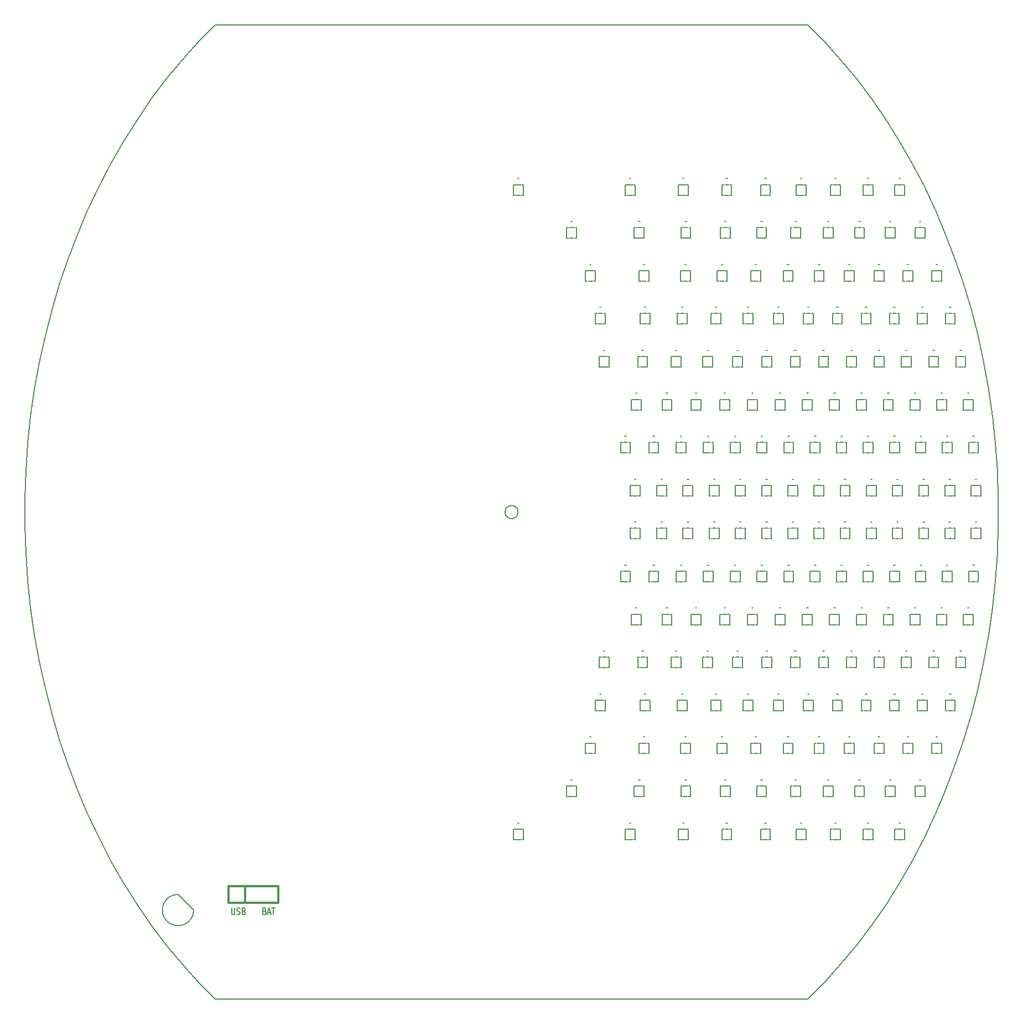
<source format=gto>
G04 #@! TF.FileFunction,Legend,Top*
%FSLAX46Y46*%
G04 Gerber Fmt 4.6, Leading zero omitted, Abs format (unit mm)*
G04 Created by KiCad (PCBNEW (2016-03-23 BZR 6647, Git bc699c8)-product) date Sun 10 Apr 2016 18:41:19 CEST*
%MOMM*%
G01*
G04 APERTURE LIST*
%ADD10C,0.100000*%
%ADD11C,0.150000*%
%ADD12C,0.200000*%
%ADD13C,0.304800*%
G04 APERTURE END LIST*
D10*
D11*
X107190476Y-210552380D02*
X107190476Y-211361904D01*
X107228571Y-211457142D01*
X107266666Y-211504761D01*
X107342857Y-211552380D01*
X107495238Y-211552380D01*
X107571428Y-211504761D01*
X107609523Y-211457142D01*
X107647619Y-211361904D01*
X107647619Y-210552380D01*
X107990476Y-211504761D02*
X108104761Y-211552380D01*
X108295238Y-211552380D01*
X108371428Y-211504761D01*
X108409523Y-211457142D01*
X108447619Y-211361904D01*
X108447619Y-211266666D01*
X108409523Y-211171428D01*
X108371428Y-211123809D01*
X108295238Y-211076190D01*
X108142857Y-211028571D01*
X108066666Y-210980952D01*
X108028571Y-210933333D01*
X107990476Y-210838095D01*
X107990476Y-210742857D01*
X108028571Y-210647619D01*
X108066666Y-210600000D01*
X108142857Y-210552380D01*
X108333333Y-210552380D01*
X108447619Y-210600000D01*
X109057142Y-211028571D02*
X109171428Y-211076190D01*
X109209523Y-211123809D01*
X109247619Y-211219047D01*
X109247619Y-211361904D01*
X109209523Y-211457142D01*
X109171428Y-211504761D01*
X109095238Y-211552380D01*
X108790476Y-211552380D01*
X108790476Y-210552380D01*
X109057142Y-210552380D01*
X109133333Y-210600000D01*
X109171428Y-210647619D01*
X109209523Y-210742857D01*
X109209523Y-210838095D01*
X109171428Y-210933333D01*
X109133333Y-210980952D01*
X109057142Y-211028571D01*
X108790476Y-211028571D01*
X112209523Y-211028571D02*
X112323809Y-211076190D01*
X112361904Y-211123809D01*
X112400000Y-211219047D01*
X112400000Y-211361904D01*
X112361904Y-211457142D01*
X112323809Y-211504761D01*
X112247619Y-211552380D01*
X111942857Y-211552380D01*
X111942857Y-210552380D01*
X112209523Y-210552380D01*
X112285714Y-210600000D01*
X112323809Y-210647619D01*
X112361904Y-210742857D01*
X112361904Y-210838095D01*
X112323809Y-210933333D01*
X112285714Y-210980952D01*
X112209523Y-211028571D01*
X111942857Y-211028571D01*
X112704761Y-211266666D02*
X113085714Y-211266666D01*
X112628571Y-211552380D02*
X112895238Y-210552380D01*
X113161904Y-211552380D01*
X113314285Y-210552380D02*
X113771428Y-210552380D01*
X113542857Y-211552380D02*
X113542857Y-210552380D01*
X197948385Y-78128726D02*
X195352726Y-75500000D01*
X200448266Y-80901017D02*
X197948385Y-78128726D01*
X202847375Y-83811335D02*
X200448266Y-80901017D01*
X205140919Y-86853867D02*
X202847375Y-83811335D01*
X207324318Y-90022535D02*
X205140919Y-86853867D01*
X209393210Y-93311010D02*
X207324318Y-90022535D01*
X211343462Y-96712723D02*
X209393210Y-93311010D01*
X213171179Y-100220879D02*
X211343462Y-96712723D01*
X214872709Y-103828470D02*
X213171179Y-100220879D01*
X216444654Y-107528291D02*
X214872709Y-103828470D01*
X217883874Y-111312950D02*
X216444654Y-107528291D01*
X219187494Y-115174887D02*
X217883874Y-111312950D01*
X220352910Y-119106388D02*
X219187494Y-115174887D01*
X221377794Y-123099601D02*
X220352910Y-119106388D01*
X222260098Y-127146548D02*
X221377794Y-123099601D01*
X222998061Y-131239145D02*
X222260098Y-127146548D01*
X223590208Y-135369218D02*
X222998061Y-131239145D01*
X224035356Y-139528516D02*
X223590208Y-135369218D01*
X224332617Y-143708731D02*
X224035356Y-139528516D01*
X224481396Y-147901513D02*
X224332617Y-143708731D01*
X224481396Y-152098487D02*
X224481396Y-147901513D01*
X224332617Y-156291269D02*
X224481396Y-152098487D01*
X224035356Y-160471484D02*
X224332617Y-156291269D01*
X223590208Y-164630782D02*
X224035356Y-160471484D01*
X222998061Y-168760855D02*
X223590208Y-164630782D01*
X222260098Y-172853452D02*
X222998061Y-168760855D01*
X221377794Y-176900399D02*
X222260098Y-172853452D01*
X220352910Y-180893612D02*
X221377794Y-176900399D01*
X219187494Y-184825113D02*
X220352910Y-180893612D01*
X217883874Y-188687050D02*
X219187494Y-184825113D01*
X216444654Y-192471709D02*
X217883874Y-188687050D01*
X214872709Y-196171530D02*
X216444654Y-192471709D01*
X213171179Y-199779121D02*
X214872709Y-196171530D01*
X211343462Y-203287277D02*
X213171179Y-199779121D01*
X209393210Y-206688990D02*
X211343462Y-203287277D01*
X207324318Y-209977465D02*
X209393210Y-206688990D01*
X205140919Y-213146133D02*
X207324318Y-209977465D01*
X202847375Y-216188665D02*
X205140919Y-213146133D01*
X200448266Y-219098983D02*
X202847375Y-216188665D01*
X197948385Y-221871274D02*
X200448266Y-219098983D01*
X195352726Y-224500000D02*
X197948385Y-221871274D01*
X104647274Y-224500000D02*
X195352726Y-224500000D01*
X102051615Y-221871274D02*
X104647274Y-224500000D01*
X99551734Y-219098983D02*
X102051615Y-221871274D01*
X97152625Y-216188665D02*
X99551734Y-219098983D01*
X94859081Y-213146133D02*
X97152625Y-216188665D01*
X92675682Y-209977465D02*
X94859081Y-213146133D01*
X90606790Y-206688990D02*
X92675682Y-209977465D01*
X88656538Y-203287277D02*
X90606790Y-206688990D01*
X86828821Y-199779121D02*
X88656538Y-203287277D01*
X85127291Y-196171530D02*
X86828821Y-199779121D01*
X83555346Y-192471709D02*
X85127291Y-196171530D01*
X82116126Y-188687050D02*
X83555346Y-192471709D01*
X80812506Y-184825113D02*
X82116126Y-188687050D01*
X79647090Y-180893612D02*
X80812506Y-184825113D01*
X78622206Y-176900399D02*
X79647090Y-180893612D01*
X77739902Y-172853452D02*
X78622206Y-176900399D01*
X77001939Y-168760855D02*
X77739902Y-172853452D01*
X76409792Y-164630782D02*
X77001939Y-168760855D01*
X75964644Y-160471484D02*
X76409792Y-164630782D01*
X75667383Y-156291269D02*
X75964644Y-160471484D01*
X75518604Y-152098487D02*
X75667383Y-156291269D01*
X75518604Y-147901513D02*
X75518604Y-152098487D01*
X75667383Y-143708731D02*
X75518604Y-147901513D01*
X75964644Y-139528516D02*
X75667383Y-143708731D01*
X76409792Y-135369218D02*
X75964644Y-139528516D01*
X77001939Y-131239145D02*
X76409792Y-135369218D01*
X77739902Y-127146548D02*
X77001939Y-131239145D01*
X78622206Y-123099601D02*
X77739902Y-127146548D01*
X79647090Y-119106388D02*
X78622206Y-123099601D01*
X80812506Y-115174887D02*
X79647090Y-119106388D01*
X82116126Y-111312950D02*
X80812506Y-115174887D01*
X83555346Y-107528291D02*
X82116126Y-111312950D01*
X85127291Y-103828470D02*
X83555346Y-107528291D01*
X86828821Y-100220879D02*
X85127291Y-103828470D01*
X88656538Y-96712723D02*
X86828821Y-100220879D01*
X90606790Y-93311010D02*
X88656538Y-96712723D01*
X92675682Y-90022535D02*
X90606790Y-93311010D01*
X94859081Y-86853867D02*
X92675682Y-90022535D01*
X97152625Y-83811335D02*
X94859081Y-86853867D01*
X99551734Y-80901017D02*
X97152625Y-83811335D01*
X102051615Y-78128726D02*
X99551734Y-80901017D01*
X104647274Y-75500000D02*
X102051615Y-78128726D01*
X195352726Y-75500000D02*
X104647274Y-75500000D01*
D12*
X151000000Y-150000000D02*
G75*
G03X151000000Y-150000000I-1000000J0D01*
G01*
D11*
X186070490Y-118681767D02*
X186270490Y-118681767D01*
X185620490Y-121231767D02*
X185420490Y-121231767D01*
X186420490Y-121231767D02*
X185920490Y-121231767D01*
X186920490Y-121231767D02*
X186720490Y-121231767D01*
X186720490Y-119631767D02*
X186920490Y-119631767D01*
X185920490Y-119631767D02*
X186420490Y-119631767D01*
X185420490Y-119631767D02*
X185620490Y-119631767D01*
X185620490Y-119631767D02*
G75*
G03X185920490Y-119631767I150000J150000D01*
G01*
X186420490Y-119631767D02*
G75*
G03X186720490Y-119631767I150000J150000D01*
G01*
X186720490Y-121231767D02*
G75*
G03X186420490Y-121231767I-150000J-150000D01*
G01*
X185920490Y-121231767D02*
G75*
G03X185620490Y-121231767I-150000J-150000D01*
G01*
X185420490Y-121231767D02*
X185420490Y-119631767D01*
X186920490Y-119631767D02*
X186920490Y-121231767D01*
D13*
X109190000Y-209770000D02*
X109190000Y-207230000D01*
X106650000Y-207230000D02*
X114270000Y-207230000D01*
X114270000Y-207230000D02*
X114270000Y-209770000D01*
X114270000Y-209770000D02*
X106650000Y-209770000D01*
X106650000Y-209770000D02*
X106650000Y-207230000D01*
D11*
X150966570Y-98969611D02*
X151166570Y-98969611D01*
X150516570Y-101519611D02*
X150316570Y-101519611D01*
X151316570Y-101519611D02*
X150816570Y-101519611D01*
X151816570Y-101519611D02*
X151616570Y-101519611D01*
X151616570Y-99919611D02*
X151816570Y-99919611D01*
X150816570Y-99919611D02*
X151316570Y-99919611D01*
X150316570Y-99919611D02*
X150516570Y-99919611D01*
X150516570Y-99919611D02*
G75*
G03X150816570Y-99919611I150000J150000D01*
G01*
X151316570Y-99919611D02*
G75*
G03X151616570Y-99919611I150000J150000D01*
G01*
X151616570Y-101519611D02*
G75*
G03X151316570Y-101519611I-150000J-150000D01*
G01*
X150816570Y-101519611D02*
G75*
G03X150516570Y-101519611I-150000J-150000D01*
G01*
X150316570Y-101519611D02*
X150316570Y-99919611D01*
X151816570Y-99919611D02*
X151816570Y-101519611D01*
X168066673Y-98969611D02*
X168266673Y-98969611D01*
X167616673Y-101519611D02*
X167416673Y-101519611D01*
X168416673Y-101519611D02*
X167916673Y-101519611D01*
X168916673Y-101519611D02*
X168716673Y-101519611D01*
X168716673Y-99919611D02*
X168916673Y-99919611D01*
X167916673Y-99919611D02*
X168416673Y-99919611D01*
X167416673Y-99919611D02*
X167616673Y-99919611D01*
X167616673Y-99919611D02*
G75*
G03X167916673Y-99919611I150000J150000D01*
G01*
X168416673Y-99919611D02*
G75*
G03X168716673Y-99919611I150000J150000D01*
G01*
X168716673Y-101519611D02*
G75*
G03X168416673Y-101519611I-150000J-150000D01*
G01*
X167916673Y-101519611D02*
G75*
G03X167616673Y-101519611I-150000J-150000D01*
G01*
X167416673Y-101519611D02*
X167416673Y-99919611D01*
X168916673Y-99919611D02*
X168916673Y-101519611D01*
X176185328Y-98969611D02*
X176385328Y-98969611D01*
X175735328Y-101519611D02*
X175535328Y-101519611D01*
X176535328Y-101519611D02*
X176035328Y-101519611D01*
X177035328Y-101519611D02*
X176835328Y-101519611D01*
X176835328Y-99919611D02*
X177035328Y-99919611D01*
X176035328Y-99919611D02*
X176535328Y-99919611D01*
X175535328Y-99919611D02*
X175735328Y-99919611D01*
X175735328Y-99919611D02*
G75*
G03X176035328Y-99919611I150000J150000D01*
G01*
X176535328Y-99919611D02*
G75*
G03X176835328Y-99919611I150000J150000D01*
G01*
X176835328Y-101519611D02*
G75*
G03X176535328Y-101519611I-150000J-150000D01*
G01*
X176035328Y-101519611D02*
G75*
G03X175735328Y-101519611I-150000J-150000D01*
G01*
X175535328Y-101519611D02*
X175535328Y-99919611D01*
X177035328Y-99919611D02*
X177035328Y-101519611D01*
X182821253Y-98969611D02*
X183021253Y-98969611D01*
X182371253Y-101519611D02*
X182171253Y-101519611D01*
X183171253Y-101519611D02*
X182671253Y-101519611D01*
X183671253Y-101519611D02*
X183471253Y-101519611D01*
X183471253Y-99919611D02*
X183671253Y-99919611D01*
X182671253Y-99919611D02*
X183171253Y-99919611D01*
X182171253Y-99919611D02*
X182371253Y-99919611D01*
X182371253Y-99919611D02*
G75*
G03X182671253Y-99919611I150000J150000D01*
G01*
X183171253Y-99919611D02*
G75*
G03X183471253Y-99919611I150000J150000D01*
G01*
X183471253Y-101519611D02*
G75*
G03X183171253Y-101519611I-150000J-150000D01*
G01*
X182671253Y-101519611D02*
G75*
G03X182371253Y-101519611I-150000J-150000D01*
G01*
X182171253Y-101519611D02*
X182171253Y-99919611D01*
X183671253Y-99919611D02*
X183671253Y-101519611D01*
X188741980Y-98969611D02*
X188941980Y-98969611D01*
X188291980Y-101519611D02*
X188091980Y-101519611D01*
X189091980Y-101519611D02*
X188591980Y-101519611D01*
X189591980Y-101519611D02*
X189391980Y-101519611D01*
X189391980Y-99919611D02*
X189591980Y-99919611D01*
X188591980Y-99919611D02*
X189091980Y-99919611D01*
X188091980Y-99919611D02*
X188291980Y-99919611D01*
X188291980Y-99919611D02*
G75*
G03X188591980Y-99919611I150000J150000D01*
G01*
X189091980Y-99919611D02*
G75*
G03X189391980Y-99919611I150000J150000D01*
G01*
X189391980Y-101519611D02*
G75*
G03X189091980Y-101519611I-150000J-150000D01*
G01*
X188591980Y-101519611D02*
G75*
G03X188291980Y-101519611I-150000J-150000D01*
G01*
X188091980Y-101519611D02*
X188091980Y-99919611D01*
X189591980Y-99919611D02*
X189591980Y-101519611D01*
X194234973Y-98969611D02*
X194434973Y-98969611D01*
X193784973Y-101519611D02*
X193584973Y-101519611D01*
X194584973Y-101519611D02*
X194084973Y-101519611D01*
X195084973Y-101519611D02*
X194884973Y-101519611D01*
X194884973Y-99919611D02*
X195084973Y-99919611D01*
X194084973Y-99919611D02*
X194584973Y-99919611D01*
X193584973Y-99919611D02*
X193784973Y-99919611D01*
X193784973Y-99919611D02*
G75*
G03X194084973Y-99919611I150000J150000D01*
G01*
X194584973Y-99919611D02*
G75*
G03X194884973Y-99919611I150000J150000D01*
G01*
X194884973Y-101519611D02*
G75*
G03X194584973Y-101519611I-150000J-150000D01*
G01*
X194084973Y-101519611D02*
G75*
G03X193784973Y-101519611I-150000J-150000D01*
G01*
X193584973Y-101519611D02*
X193584973Y-99919611D01*
X195084973Y-99919611D02*
X195084973Y-101519611D01*
X199442712Y-98969611D02*
X199642712Y-98969611D01*
X198992712Y-101519611D02*
X198792712Y-101519611D01*
X199792712Y-101519611D02*
X199292712Y-101519611D01*
X200292712Y-101519611D02*
X200092712Y-101519611D01*
X200092712Y-99919611D02*
X200292712Y-99919611D01*
X199292712Y-99919611D02*
X199792712Y-99919611D01*
X198792712Y-99919611D02*
X198992712Y-99919611D01*
X198992712Y-99919611D02*
G75*
G03X199292712Y-99919611I150000J150000D01*
G01*
X199792712Y-99919611D02*
G75*
G03X200092712Y-99919611I150000J150000D01*
G01*
X200092712Y-101519611D02*
G75*
G03X199792712Y-101519611I-150000J-150000D01*
G01*
X199292712Y-101519611D02*
G75*
G03X198992712Y-101519611I-150000J-150000D01*
G01*
X198792712Y-101519611D02*
X198792712Y-99919611D01*
X200292712Y-99919611D02*
X200292712Y-101519611D01*
X204446959Y-98969611D02*
X204646959Y-98969611D01*
X203996959Y-101519611D02*
X203796959Y-101519611D01*
X204796959Y-101519611D02*
X204296959Y-101519611D01*
X205296959Y-101519611D02*
X205096959Y-101519611D01*
X205096959Y-99919611D02*
X205296959Y-99919611D01*
X204296959Y-99919611D02*
X204796959Y-99919611D01*
X203796959Y-99919611D02*
X203996959Y-99919611D01*
X203996959Y-99919611D02*
G75*
G03X204296959Y-99919611I150000J150000D01*
G01*
X204796959Y-99919611D02*
G75*
G03X205096959Y-99919611I150000J150000D01*
G01*
X205096959Y-101519611D02*
G75*
G03X204796959Y-101519611I-150000J-150000D01*
G01*
X204296959Y-101519611D02*
G75*
G03X203996959Y-101519611I-150000J-150000D01*
G01*
X203796959Y-101519611D02*
X203796959Y-99919611D01*
X205296959Y-99919611D02*
X205296959Y-101519611D01*
X209299168Y-98969611D02*
X209499168Y-98969611D01*
X208849168Y-101519611D02*
X208649168Y-101519611D01*
X209649168Y-101519611D02*
X209149168Y-101519611D01*
X210149168Y-101519611D02*
X209949168Y-101519611D01*
X209949168Y-99919611D02*
X210149168Y-99919611D01*
X209149168Y-99919611D02*
X209649168Y-99919611D01*
X208649168Y-99919611D02*
X208849168Y-99919611D01*
X208849168Y-99919611D02*
G75*
G03X209149168Y-99919611I150000J150000D01*
G01*
X209649168Y-99919611D02*
G75*
G03X209949168Y-99919611I150000J150000D01*
G01*
X209949168Y-101519611D02*
G75*
G03X209649168Y-101519611I-150000J-150000D01*
G01*
X209149168Y-101519611D02*
G75*
G03X208849168Y-101519611I-150000J-150000D01*
G01*
X208649168Y-101519611D02*
X208649168Y-99919611D01*
X210149168Y-99919611D02*
X210149168Y-101519611D01*
X159102603Y-105540330D02*
X159302603Y-105540330D01*
X158652603Y-108090330D02*
X158452603Y-108090330D01*
X159452603Y-108090330D02*
X158952603Y-108090330D01*
X159952603Y-108090330D02*
X159752603Y-108090330D01*
X159752603Y-106490330D02*
X159952603Y-106490330D01*
X158952603Y-106490330D02*
X159452603Y-106490330D01*
X158452603Y-106490330D02*
X158652603Y-106490330D01*
X158652603Y-106490330D02*
G75*
G03X158952603Y-106490330I150000J150000D01*
G01*
X159452603Y-106490330D02*
G75*
G03X159752603Y-106490330I150000J150000D01*
G01*
X159752603Y-108090330D02*
G75*
G03X159452603Y-108090330I-150000J-150000D01*
G01*
X158952603Y-108090330D02*
G75*
G03X158652603Y-108090330I-150000J-150000D01*
G01*
X158452603Y-108090330D02*
X158452603Y-106490330D01*
X159952603Y-106490330D02*
X159952603Y-108090330D01*
X169434031Y-105540330D02*
X169634031Y-105540330D01*
X168984031Y-108090330D02*
X168784031Y-108090330D01*
X169784031Y-108090330D02*
X169284031Y-108090330D01*
X170284031Y-108090330D02*
X170084031Y-108090330D01*
X170084031Y-106490330D02*
X170284031Y-106490330D01*
X169284031Y-106490330D02*
X169784031Y-106490330D01*
X168784031Y-106490330D02*
X168984031Y-106490330D01*
X168984031Y-106490330D02*
G75*
G03X169284031Y-106490330I150000J150000D01*
G01*
X169784031Y-106490330D02*
G75*
G03X170084031Y-106490330I150000J150000D01*
G01*
X170084031Y-108090330D02*
G75*
G03X169784031Y-108090330I-150000J-150000D01*
G01*
X169284031Y-108090330D02*
G75*
G03X168984031Y-108090330I-150000J-150000D01*
G01*
X168784031Y-108090330D02*
X168784031Y-106490330D01*
X170284031Y-106490330D02*
X170284031Y-108090330D01*
X176554621Y-105540330D02*
X176754621Y-105540330D01*
X176104621Y-108090330D02*
X175904621Y-108090330D01*
X176904621Y-108090330D02*
X176404621Y-108090330D01*
X177404621Y-108090330D02*
X177204621Y-108090330D01*
X177204621Y-106490330D02*
X177404621Y-106490330D01*
X176404621Y-106490330D02*
X176904621Y-106490330D01*
X175904621Y-106490330D02*
X176104621Y-106490330D01*
X176104621Y-106490330D02*
G75*
G03X176404621Y-106490330I150000J150000D01*
G01*
X176904621Y-106490330D02*
G75*
G03X177204621Y-106490330I150000J150000D01*
G01*
X177204621Y-108090330D02*
G75*
G03X176904621Y-108090330I-150000J-150000D01*
G01*
X176404621Y-108090330D02*
G75*
G03X176104621Y-108090330I-150000J-150000D01*
G01*
X175904621Y-108090330D02*
X175904621Y-106490330D01*
X177404621Y-106490330D02*
X177404621Y-108090330D01*
X182631625Y-105540330D02*
X182831625Y-105540330D01*
X182181625Y-108090330D02*
X181981625Y-108090330D01*
X182981625Y-108090330D02*
X182481625Y-108090330D01*
X183481625Y-108090330D02*
X183281625Y-108090330D01*
X183281625Y-106490330D02*
X183481625Y-106490330D01*
X182481625Y-106490330D02*
X182981625Y-106490330D01*
X181981625Y-106490330D02*
X182181625Y-106490330D01*
X182181625Y-106490330D02*
G75*
G03X182481625Y-106490330I150000J150000D01*
G01*
X182981625Y-106490330D02*
G75*
G03X183281625Y-106490330I150000J150000D01*
G01*
X183281625Y-108090330D02*
G75*
G03X182981625Y-108090330I-150000J-150000D01*
G01*
X182481625Y-108090330D02*
G75*
G03X182181625Y-108090330I-150000J-150000D01*
G01*
X181981625Y-108090330D02*
X181981625Y-106490330D01*
X183481625Y-106490330D02*
X183481625Y-108090330D01*
X188165516Y-105540330D02*
X188365516Y-105540330D01*
X187715516Y-108090330D02*
X187515516Y-108090330D01*
X188515516Y-108090330D02*
X188015516Y-108090330D01*
X189015516Y-108090330D02*
X188815516Y-108090330D01*
X188815516Y-106490330D02*
X189015516Y-106490330D01*
X188015516Y-106490330D02*
X188515516Y-106490330D01*
X187515516Y-106490330D02*
X187715516Y-106490330D01*
X187715516Y-106490330D02*
G75*
G03X188015516Y-106490330I150000J150000D01*
G01*
X188515516Y-106490330D02*
G75*
G03X188815516Y-106490330I150000J150000D01*
G01*
X188815516Y-108090330D02*
G75*
G03X188515516Y-108090330I-150000J-150000D01*
G01*
X188015516Y-108090330D02*
G75*
G03X187715516Y-108090330I-150000J-150000D01*
G01*
X187515516Y-108090330D02*
X187515516Y-106490330D01*
X189015516Y-106490330D02*
X189015516Y-108090330D01*
X193364240Y-105540330D02*
X193564240Y-105540330D01*
X192914240Y-108090330D02*
X192714240Y-108090330D01*
X193714240Y-108090330D02*
X193214240Y-108090330D01*
X194214240Y-108090330D02*
X194014240Y-108090330D01*
X194014240Y-106490330D02*
X194214240Y-106490330D01*
X193214240Y-106490330D02*
X193714240Y-106490330D01*
X192714240Y-106490330D02*
X192914240Y-106490330D01*
X192914240Y-106490330D02*
G75*
G03X193214240Y-106490330I150000J150000D01*
G01*
X193714240Y-106490330D02*
G75*
G03X194014240Y-106490330I150000J150000D01*
G01*
X194014240Y-108090330D02*
G75*
G03X193714240Y-108090330I-150000J-150000D01*
G01*
X193214240Y-108090330D02*
G75*
G03X192914240Y-108090330I-150000J-150000D01*
G01*
X192714240Y-108090330D02*
X192714240Y-106490330D01*
X194214240Y-106490330D02*
X194214240Y-108090330D01*
X198335840Y-105540330D02*
X198535840Y-105540330D01*
X197885840Y-108090330D02*
X197685840Y-108090330D01*
X198685840Y-108090330D02*
X198185840Y-108090330D01*
X199185840Y-108090330D02*
X198985840Y-108090330D01*
X198985840Y-106490330D02*
X199185840Y-106490330D01*
X198185840Y-106490330D02*
X198685840Y-106490330D01*
X197685840Y-106490330D02*
X197885840Y-106490330D01*
X197885840Y-106490330D02*
G75*
G03X198185840Y-106490330I150000J150000D01*
G01*
X198685840Y-106490330D02*
G75*
G03X198985840Y-106490330I150000J150000D01*
G01*
X198985840Y-108090330D02*
G75*
G03X198685840Y-108090330I-150000J-150000D01*
G01*
X198185840Y-108090330D02*
G75*
G03X197885840Y-108090330I-150000J-150000D01*
G01*
X197685840Y-108090330D02*
X197685840Y-106490330D01*
X199185840Y-106490330D02*
X199185840Y-108090330D01*
X203143977Y-105540330D02*
X203343977Y-105540330D01*
X202693977Y-108090330D02*
X202493977Y-108090330D01*
X203493977Y-108090330D02*
X202993977Y-108090330D01*
X203993977Y-108090330D02*
X203793977Y-108090330D01*
X203793977Y-106490330D02*
X203993977Y-106490330D01*
X202993977Y-106490330D02*
X203493977Y-106490330D01*
X202493977Y-106490330D02*
X202693977Y-106490330D01*
X202693977Y-106490330D02*
G75*
G03X202993977Y-106490330I150000J150000D01*
G01*
X203493977Y-106490330D02*
G75*
G03X203793977Y-106490330I150000J150000D01*
G01*
X203793977Y-108090330D02*
G75*
G03X203493977Y-108090330I-150000J-150000D01*
G01*
X202993977Y-108090330D02*
G75*
G03X202693977Y-108090330I-150000J-150000D01*
G01*
X202493977Y-108090330D02*
X202493977Y-106490330D01*
X203993977Y-106490330D02*
X203993977Y-108090330D01*
X207829367Y-105540330D02*
X208029367Y-105540330D01*
X207379367Y-108090330D02*
X207179367Y-108090330D01*
X208179367Y-108090330D02*
X207679367Y-108090330D01*
X208679367Y-108090330D02*
X208479367Y-108090330D01*
X208479367Y-106490330D02*
X208679367Y-106490330D01*
X207679367Y-106490330D02*
X208179367Y-106490330D01*
X207179367Y-106490330D02*
X207379367Y-106490330D01*
X207379367Y-106490330D02*
G75*
G03X207679367Y-106490330I150000J150000D01*
G01*
X208179367Y-106490330D02*
G75*
G03X208479367Y-106490330I150000J150000D01*
G01*
X208479367Y-108090330D02*
G75*
G03X208179367Y-108090330I-150000J-150000D01*
G01*
X207679367Y-108090330D02*
G75*
G03X207379367Y-108090330I-150000J-150000D01*
G01*
X207179367Y-108090330D02*
X207179367Y-106490330D01*
X208679367Y-106490330D02*
X208679367Y-108090330D01*
X212419613Y-105540330D02*
X212619613Y-105540330D01*
X211969613Y-108090330D02*
X211769613Y-108090330D01*
X212769613Y-108090330D02*
X212269613Y-108090330D01*
X213269613Y-108090330D02*
X213069613Y-108090330D01*
X213069613Y-106490330D02*
X213269613Y-106490330D01*
X212269613Y-106490330D02*
X212769613Y-106490330D01*
X211769613Y-106490330D02*
X211969613Y-106490330D01*
X211969613Y-106490330D02*
G75*
G03X212269613Y-106490330I150000J150000D01*
G01*
X212769613Y-106490330D02*
G75*
G03X213069613Y-106490330I150000J150000D01*
G01*
X213069613Y-108090330D02*
G75*
G03X212769613Y-108090330I-150000J-150000D01*
G01*
X212269613Y-108090330D02*
G75*
G03X211969613Y-108090330I-150000J-150000D01*
G01*
X211769613Y-108090330D02*
X211769613Y-106490330D01*
X213269613Y-106490330D02*
X213269613Y-108090330D01*
X161978475Y-112111048D02*
X162178475Y-112111048D01*
X161528475Y-114661048D02*
X161328475Y-114661048D01*
X162328475Y-114661048D02*
X161828475Y-114661048D01*
X162828475Y-114661048D02*
X162628475Y-114661048D01*
X162628475Y-113061048D02*
X162828475Y-113061048D01*
X161828475Y-113061048D02*
X162328475Y-113061048D01*
X161328475Y-113061048D02*
X161528475Y-113061048D01*
X161528475Y-113061048D02*
G75*
G03X161828475Y-113061048I150000J150000D01*
G01*
X162328475Y-113061048D02*
G75*
G03X162628475Y-113061048I150000J150000D01*
G01*
X162628475Y-114661048D02*
G75*
G03X162328475Y-114661048I-150000J-150000D01*
G01*
X161828475Y-114661048D02*
G75*
G03X161528475Y-114661048I-150000J-150000D01*
G01*
X161328475Y-114661048D02*
X161328475Y-113061048D01*
X162828475Y-113061048D02*
X162828475Y-114661048D01*
X170167709Y-112111048D02*
X170367709Y-112111048D01*
X169717709Y-114661048D02*
X169517709Y-114661048D01*
X170517709Y-114661048D02*
X170017709Y-114661048D01*
X171017709Y-114661048D02*
X170817709Y-114661048D01*
X170817709Y-113061048D02*
X171017709Y-113061048D01*
X170017709Y-113061048D02*
X170517709Y-113061048D01*
X169517709Y-113061048D02*
X169717709Y-113061048D01*
X169717709Y-113061048D02*
G75*
G03X170017709Y-113061048I150000J150000D01*
G01*
X170517709Y-113061048D02*
G75*
G03X170817709Y-113061048I150000J150000D01*
G01*
X170817709Y-114661048D02*
G75*
G03X170517709Y-114661048I-150000J-150000D01*
G01*
X170017709Y-114661048D02*
G75*
G03X169717709Y-114661048I-150000J-150000D01*
G01*
X169517709Y-114661048D02*
X169517709Y-113061048D01*
X171017709Y-113061048D02*
X171017709Y-114661048D01*
X176502076Y-112111048D02*
X176702076Y-112111048D01*
X176052076Y-114661048D02*
X175852076Y-114661048D01*
X176852076Y-114661048D02*
X176352076Y-114661048D01*
X177352076Y-114661048D02*
X177152076Y-114661048D01*
X177152076Y-113061048D02*
X177352076Y-113061048D01*
X176352076Y-113061048D02*
X176852076Y-113061048D01*
X175852076Y-113061048D02*
X176052076Y-113061048D01*
X176052076Y-113061048D02*
G75*
G03X176352076Y-113061048I150000J150000D01*
G01*
X176852076Y-113061048D02*
G75*
G03X177152076Y-113061048I150000J150000D01*
G01*
X177152076Y-114661048D02*
G75*
G03X176852076Y-114661048I-150000J-150000D01*
G01*
X176352076Y-114661048D02*
G75*
G03X176052076Y-114661048I-150000J-150000D01*
G01*
X175852076Y-114661048D02*
X175852076Y-113061048D01*
X177352076Y-113061048D02*
X177352076Y-114661048D01*
X182095666Y-112111048D02*
X182295666Y-112111048D01*
X181645666Y-114661048D02*
X181445666Y-114661048D01*
X182445666Y-114661048D02*
X181945666Y-114661048D01*
X182945666Y-114661048D02*
X182745666Y-114661048D01*
X182745666Y-113061048D02*
X182945666Y-113061048D01*
X181945666Y-113061048D02*
X182445666Y-113061048D01*
X181445666Y-113061048D02*
X181645666Y-113061048D01*
X181645666Y-113061048D02*
G75*
G03X181945666Y-113061048I150000J150000D01*
G01*
X182445666Y-113061048D02*
G75*
G03X182745666Y-113061048I150000J150000D01*
G01*
X182745666Y-114661048D02*
G75*
G03X182445666Y-114661048I-150000J-150000D01*
G01*
X181945666Y-114661048D02*
G75*
G03X181645666Y-114661048I-150000J-150000D01*
G01*
X181445666Y-114661048D02*
X181445666Y-113061048D01*
X182945666Y-113061048D02*
X182945666Y-114661048D01*
X187282501Y-112111048D02*
X187482501Y-112111048D01*
X186832501Y-114661048D02*
X186632501Y-114661048D01*
X187632501Y-114661048D02*
X187132501Y-114661048D01*
X188132501Y-114661048D02*
X187932501Y-114661048D01*
X187932501Y-113061048D02*
X188132501Y-113061048D01*
X187132501Y-113061048D02*
X187632501Y-113061048D01*
X186632501Y-113061048D02*
X186832501Y-113061048D01*
X186832501Y-113061048D02*
G75*
G03X187132501Y-113061048I150000J150000D01*
G01*
X187632501Y-113061048D02*
G75*
G03X187932501Y-113061048I150000J150000D01*
G01*
X187932501Y-114661048D02*
G75*
G03X187632501Y-114661048I-150000J-150000D01*
G01*
X187132501Y-114661048D02*
G75*
G03X186832501Y-114661048I-150000J-150000D01*
G01*
X186632501Y-114661048D02*
X186632501Y-113061048D01*
X188132501Y-113061048D02*
X188132501Y-114661048D01*
X192212431Y-112111048D02*
X192412431Y-112111048D01*
X191762431Y-114661048D02*
X191562431Y-114661048D01*
X192562431Y-114661048D02*
X192062431Y-114661048D01*
X193062431Y-114661048D02*
X192862431Y-114661048D01*
X192862431Y-113061048D02*
X193062431Y-113061048D01*
X192062431Y-113061048D02*
X192562431Y-113061048D01*
X191562431Y-113061048D02*
X191762431Y-113061048D01*
X191762431Y-113061048D02*
G75*
G03X192062431Y-113061048I150000J150000D01*
G01*
X192562431Y-113061048D02*
G75*
G03X192862431Y-113061048I150000J150000D01*
G01*
X192862431Y-114661048D02*
G75*
G03X192562431Y-114661048I-150000J-150000D01*
G01*
X192062431Y-114661048D02*
G75*
G03X191762431Y-114661048I-150000J-150000D01*
G01*
X191562431Y-114661048D02*
X191562431Y-113061048D01*
X193062431Y-113061048D02*
X193062431Y-114661048D01*
X196966254Y-112111048D02*
X197166254Y-112111048D01*
X196516254Y-114661048D02*
X196316254Y-114661048D01*
X197316254Y-114661048D02*
X196816254Y-114661048D01*
X197816254Y-114661048D02*
X197616254Y-114661048D01*
X197616254Y-113061048D02*
X197816254Y-113061048D01*
X196816254Y-113061048D02*
X197316254Y-113061048D01*
X196316254Y-113061048D02*
X196516254Y-113061048D01*
X196516254Y-113061048D02*
G75*
G03X196816254Y-113061048I150000J150000D01*
G01*
X197316254Y-113061048D02*
G75*
G03X197616254Y-113061048I150000J150000D01*
G01*
X197616254Y-114661048D02*
G75*
G03X197316254Y-114661048I-150000J-150000D01*
G01*
X196816254Y-114661048D02*
G75*
G03X196516254Y-114661048I-150000J-150000D01*
G01*
X196316254Y-114661048D02*
X196316254Y-113061048D01*
X197816254Y-113061048D02*
X197816254Y-114661048D01*
X201592579Y-112111048D02*
X201792579Y-112111048D01*
X201142579Y-114661048D02*
X200942579Y-114661048D01*
X201942579Y-114661048D02*
X201442579Y-114661048D01*
X202442579Y-114661048D02*
X202242579Y-114661048D01*
X202242579Y-113061048D02*
X202442579Y-113061048D01*
X201442579Y-113061048D02*
X201942579Y-113061048D01*
X200942579Y-113061048D02*
X201142579Y-113061048D01*
X201142579Y-113061048D02*
G75*
G03X201442579Y-113061048I150000J150000D01*
G01*
X201942579Y-113061048D02*
G75*
G03X202242579Y-113061048I150000J150000D01*
G01*
X202242579Y-114661048D02*
G75*
G03X201942579Y-114661048I-150000J-150000D01*
G01*
X201442579Y-114661048D02*
G75*
G03X201142579Y-114661048I-150000J-150000D01*
G01*
X200942579Y-114661048D02*
X200942579Y-113061048D01*
X202442579Y-113061048D02*
X202442579Y-114661048D01*
X206122888Y-112111048D02*
X206322888Y-112111048D01*
X205672888Y-114661048D02*
X205472888Y-114661048D01*
X206472888Y-114661048D02*
X205972888Y-114661048D01*
X206972888Y-114661048D02*
X206772888Y-114661048D01*
X206772888Y-113061048D02*
X206972888Y-113061048D01*
X205972888Y-113061048D02*
X206472888Y-113061048D01*
X205472888Y-113061048D02*
X205672888Y-113061048D01*
X205672888Y-113061048D02*
G75*
G03X205972888Y-113061048I150000J150000D01*
G01*
X206472888Y-113061048D02*
G75*
G03X206772888Y-113061048I150000J150000D01*
G01*
X206772888Y-114661048D02*
G75*
G03X206472888Y-114661048I-150000J-150000D01*
G01*
X205972888Y-114661048D02*
G75*
G03X205672888Y-114661048I-150000J-150000D01*
G01*
X205472888Y-114661048D02*
X205472888Y-113061048D01*
X206972888Y-113061048D02*
X206972888Y-114661048D01*
X210578692Y-112111048D02*
X210778692Y-112111048D01*
X210128692Y-114661048D02*
X209928692Y-114661048D01*
X210928692Y-114661048D02*
X210428692Y-114661048D01*
X211428692Y-114661048D02*
X211228692Y-114661048D01*
X211228692Y-113061048D02*
X211428692Y-113061048D01*
X210428692Y-113061048D02*
X210928692Y-113061048D01*
X209928692Y-113061048D02*
X210128692Y-113061048D01*
X210128692Y-113061048D02*
G75*
G03X210428692Y-113061048I150000J150000D01*
G01*
X210928692Y-113061048D02*
G75*
G03X211228692Y-113061048I150000J150000D01*
G01*
X211228692Y-114661048D02*
G75*
G03X210928692Y-114661048I-150000J-150000D01*
G01*
X210428692Y-114661048D02*
G75*
G03X210128692Y-114661048I-150000J-150000D01*
G01*
X209928692Y-114661048D02*
X209928692Y-113061048D01*
X211428692Y-113061048D02*
X211428692Y-114661048D01*
X214975296Y-112111048D02*
X215175296Y-112111048D01*
X214525296Y-114661048D02*
X214325296Y-114661048D01*
X215325296Y-114661048D02*
X214825296Y-114661048D01*
X215825296Y-114661048D02*
X215625296Y-114661048D01*
X215625296Y-113061048D02*
X215825296Y-113061048D01*
X214825296Y-113061048D02*
X215325296Y-113061048D01*
X214325296Y-113061048D02*
X214525296Y-113061048D01*
X214525296Y-113061048D02*
G75*
G03X214825296Y-113061048I150000J150000D01*
G01*
X215325296Y-113061048D02*
G75*
G03X215625296Y-113061048I150000J150000D01*
G01*
X215625296Y-114661048D02*
G75*
G03X215325296Y-114661048I-150000J-150000D01*
G01*
X214825296Y-114661048D02*
G75*
G03X214525296Y-114661048I-150000J-150000D01*
G01*
X214325296Y-114661048D02*
X214325296Y-113061048D01*
X215825296Y-113061048D02*
X215825296Y-114661048D01*
X163492002Y-118681767D02*
X163692002Y-118681767D01*
X163042002Y-121231767D02*
X162842002Y-121231767D01*
X163842002Y-121231767D02*
X163342002Y-121231767D01*
X164342002Y-121231767D02*
X164142002Y-121231767D01*
X164142002Y-119631767D02*
X164342002Y-119631767D01*
X163342002Y-119631767D02*
X163842002Y-119631767D01*
X162842002Y-119631767D02*
X163042002Y-119631767D01*
X163042002Y-119631767D02*
G75*
G03X163342002Y-119631767I150000J150000D01*
G01*
X163842002Y-119631767D02*
G75*
G03X164142002Y-119631767I150000J150000D01*
G01*
X164142002Y-121231767D02*
G75*
G03X163842002Y-121231767I-150000J-150000D01*
G01*
X163342002Y-121231767D02*
G75*
G03X163042002Y-121231767I-150000J-150000D01*
G01*
X162842002Y-121231767D02*
X162842002Y-119631767D01*
X164342002Y-119631767D02*
X164342002Y-121231767D01*
X170336070Y-118681767D02*
X170536070Y-118681767D01*
X169886070Y-121231767D02*
X169686070Y-121231767D01*
X170686070Y-121231767D02*
X170186070Y-121231767D01*
X171186070Y-121231767D02*
X170986070Y-121231767D01*
X170986070Y-119631767D02*
X171186070Y-119631767D01*
X170186070Y-119631767D02*
X170686070Y-119631767D01*
X169686070Y-119631767D02*
X169886070Y-119631767D01*
X169886070Y-119631767D02*
G75*
G03X170186070Y-119631767I150000J150000D01*
G01*
X170686070Y-119631767D02*
G75*
G03X170986070Y-119631767I150000J150000D01*
G01*
X170986070Y-121231767D02*
G75*
G03X170686070Y-121231767I-150000J-150000D01*
G01*
X170186070Y-121231767D02*
G75*
G03X169886070Y-121231767I-150000J-150000D01*
G01*
X169686070Y-121231767D02*
X169686070Y-119631767D01*
X171186070Y-119631767D02*
X171186070Y-121231767D01*
X176025149Y-118681767D02*
X176225149Y-118681767D01*
X175575149Y-121231767D02*
X175375149Y-121231767D01*
X176375149Y-121231767D02*
X175875149Y-121231767D01*
X176875149Y-121231767D02*
X176675149Y-121231767D01*
X176675149Y-119631767D02*
X176875149Y-119631767D01*
X175875149Y-119631767D02*
X176375149Y-119631767D01*
X175375149Y-119631767D02*
X175575149Y-119631767D01*
X175575149Y-119631767D02*
G75*
G03X175875149Y-119631767I150000J150000D01*
G01*
X176375149Y-119631767D02*
G75*
G03X176675149Y-119631767I150000J150000D01*
G01*
X176675149Y-121231767D02*
G75*
G03X176375149Y-121231767I-150000J-150000D01*
G01*
X175875149Y-121231767D02*
G75*
G03X175575149Y-121231767I-150000J-150000D01*
G01*
X175375149Y-121231767D02*
X175375149Y-119631767D01*
X176875149Y-119631767D02*
X176875149Y-121231767D01*
X181195589Y-118681767D02*
X181395589Y-118681767D01*
X180745589Y-121231767D02*
X180545589Y-121231767D01*
X181545589Y-121231767D02*
X181045589Y-121231767D01*
X182045589Y-121231767D02*
X181845589Y-121231767D01*
X181845589Y-119631767D02*
X182045589Y-119631767D01*
X181045589Y-119631767D02*
X181545589Y-119631767D01*
X180545589Y-119631767D02*
X180745589Y-119631767D01*
X180745589Y-119631767D02*
G75*
G03X181045589Y-119631767I150000J150000D01*
G01*
X181545589Y-119631767D02*
G75*
G03X181845589Y-119631767I150000J150000D01*
G01*
X181845589Y-121231767D02*
G75*
G03X181545589Y-121231767I-150000J-150000D01*
G01*
X181045589Y-121231767D02*
G75*
G03X180745589Y-121231767I-150000J-150000D01*
G01*
X180545589Y-121231767D02*
X180545589Y-119631767D01*
X182045589Y-119631767D02*
X182045589Y-121231767D01*
X190755780Y-118681767D02*
X190955780Y-118681767D01*
X190305780Y-121231767D02*
X190105780Y-121231767D01*
X191105780Y-121231767D02*
X190605780Y-121231767D01*
X191605780Y-121231767D02*
X191405780Y-121231767D01*
X191405780Y-119631767D02*
X191605780Y-119631767D01*
X190605780Y-119631767D02*
X191105780Y-119631767D01*
X190105780Y-119631767D02*
X190305780Y-119631767D01*
X190305780Y-119631767D02*
G75*
G03X190605780Y-119631767I150000J150000D01*
G01*
X191105780Y-119631767D02*
G75*
G03X191405780Y-119631767I150000J150000D01*
G01*
X191405780Y-121231767D02*
G75*
G03X191105780Y-121231767I-150000J-150000D01*
G01*
X190605780Y-121231767D02*
G75*
G03X190305780Y-121231767I-150000J-150000D01*
G01*
X190105780Y-121231767D02*
X190105780Y-119631767D01*
X191605780Y-119631767D02*
X191605780Y-121231767D01*
X195310189Y-118681767D02*
X195510189Y-118681767D01*
X194860189Y-121231767D02*
X194660189Y-121231767D01*
X195660189Y-121231767D02*
X195160189Y-121231767D01*
X196160189Y-121231767D02*
X195960189Y-121231767D01*
X195960189Y-119631767D02*
X196160189Y-119631767D01*
X195160189Y-119631767D02*
X195660189Y-119631767D01*
X194660189Y-119631767D02*
X194860189Y-119631767D01*
X194860189Y-119631767D02*
G75*
G03X195160189Y-119631767I150000J150000D01*
G01*
X195660189Y-119631767D02*
G75*
G03X195960189Y-119631767I150000J150000D01*
G01*
X195960189Y-121231767D02*
G75*
G03X195660189Y-121231767I-150000J-150000D01*
G01*
X195160189Y-121231767D02*
G75*
G03X194860189Y-121231767I-150000J-150000D01*
G01*
X194660189Y-121231767D02*
X194660189Y-119631767D01*
X196160189Y-119631767D02*
X196160189Y-121231767D01*
X199769587Y-118681767D02*
X199969587Y-118681767D01*
X199319587Y-121231767D02*
X199119587Y-121231767D01*
X200119587Y-121231767D02*
X199619587Y-121231767D01*
X200619587Y-121231767D02*
X200419587Y-121231767D01*
X200419587Y-119631767D02*
X200619587Y-119631767D01*
X199619587Y-119631767D02*
X200119587Y-119631767D01*
X199119587Y-119631767D02*
X199319587Y-119631767D01*
X199319587Y-119631767D02*
G75*
G03X199619587Y-119631767I150000J150000D01*
G01*
X200119587Y-119631767D02*
G75*
G03X200419587Y-119631767I150000J150000D01*
G01*
X200419587Y-121231767D02*
G75*
G03X200119587Y-121231767I-150000J-150000D01*
G01*
X199619587Y-121231767D02*
G75*
G03X199319587Y-121231767I-150000J-150000D01*
G01*
X199119587Y-121231767D02*
X199119587Y-119631767D01*
X200619587Y-119631767D02*
X200619587Y-121231767D01*
X204157406Y-118681767D02*
X204357406Y-118681767D01*
X203707406Y-121231767D02*
X203507406Y-121231767D01*
X204507406Y-121231767D02*
X204007406Y-121231767D01*
X205007406Y-121231767D02*
X204807406Y-121231767D01*
X204807406Y-119631767D02*
X205007406Y-119631767D01*
X204007406Y-119631767D02*
X204507406Y-119631767D01*
X203507406Y-119631767D02*
X203707406Y-119631767D01*
X203707406Y-119631767D02*
G75*
G03X204007406Y-119631767I150000J150000D01*
G01*
X204507406Y-119631767D02*
G75*
G03X204807406Y-119631767I150000J150000D01*
G01*
X204807406Y-121231767D02*
G75*
G03X204507406Y-121231767I-150000J-150000D01*
G01*
X204007406Y-121231767D02*
G75*
G03X203707406Y-121231767I-150000J-150000D01*
G01*
X203507406Y-121231767D02*
X203507406Y-119631767D01*
X205007406Y-119631767D02*
X205007406Y-121231767D01*
X208489731Y-118681767D02*
X208689731Y-118681767D01*
X208039731Y-121231767D02*
X207839731Y-121231767D01*
X208839731Y-121231767D02*
X208339731Y-121231767D01*
X209339731Y-121231767D02*
X209139731Y-121231767D01*
X209139731Y-119631767D02*
X209339731Y-119631767D01*
X208339731Y-119631767D02*
X208839731Y-119631767D01*
X207839731Y-119631767D02*
X208039731Y-119631767D01*
X208039731Y-119631767D02*
G75*
G03X208339731Y-119631767I150000J150000D01*
G01*
X208839731Y-119631767D02*
G75*
G03X209139731Y-119631767I150000J150000D01*
G01*
X209139731Y-121231767D02*
G75*
G03X208839731Y-121231767I-150000J-150000D01*
G01*
X208339731Y-121231767D02*
G75*
G03X208039731Y-121231767I-150000J-150000D01*
G01*
X207839731Y-121231767D02*
X207839731Y-119631767D01*
X209339731Y-119631767D02*
X209339731Y-121231767D01*
X212778033Y-118681767D02*
X212978033Y-118681767D01*
X212328033Y-121231767D02*
X212128033Y-121231767D01*
X213128033Y-121231767D02*
X212628033Y-121231767D01*
X213628033Y-121231767D02*
X213428033Y-121231767D01*
X213428033Y-119631767D02*
X213628033Y-119631767D01*
X212628033Y-119631767D02*
X213128033Y-119631767D01*
X212128033Y-119631767D02*
X212328033Y-119631767D01*
X212328033Y-119631767D02*
G75*
G03X212628033Y-119631767I150000J150000D01*
G01*
X213128033Y-119631767D02*
G75*
G03X213428033Y-119631767I150000J150000D01*
G01*
X213428033Y-121231767D02*
G75*
G03X213128033Y-121231767I-150000J-150000D01*
G01*
X212628033Y-121231767D02*
G75*
G03X212328033Y-121231767I-150000J-150000D01*
G01*
X212128033Y-121231767D02*
X212128033Y-119631767D01*
X213628033Y-119631767D02*
X213628033Y-121231767D01*
X217030749Y-118681767D02*
X217230749Y-118681767D01*
X216580749Y-121231767D02*
X216380749Y-121231767D01*
X217380749Y-121231767D02*
X216880749Y-121231767D01*
X217880749Y-121231767D02*
X217680749Y-121231767D01*
X217680749Y-119631767D02*
X217880749Y-119631767D01*
X216880749Y-119631767D02*
X217380749Y-119631767D01*
X216380749Y-119631767D02*
X216580749Y-119631767D01*
X216580749Y-119631767D02*
G75*
G03X216880749Y-119631767I150000J150000D01*
G01*
X217380749Y-119631767D02*
G75*
G03X217680749Y-119631767I150000J150000D01*
G01*
X217680749Y-121231767D02*
G75*
G03X217380749Y-121231767I-150000J-150000D01*
G01*
X216880749Y-121231767D02*
G75*
G03X216580749Y-121231767I-150000J-150000D01*
G01*
X216380749Y-121231767D02*
X216380749Y-119631767D01*
X217880749Y-119631767D02*
X217880749Y-121231767D01*
X164086148Y-125252485D02*
X164286148Y-125252485D01*
X163636148Y-127802485D02*
X163436148Y-127802485D01*
X164436148Y-127802485D02*
X163936148Y-127802485D01*
X164936148Y-127802485D02*
X164736148Y-127802485D01*
X164736148Y-126202485D02*
X164936148Y-126202485D01*
X163936148Y-126202485D02*
X164436148Y-126202485D01*
X163436148Y-126202485D02*
X163636148Y-126202485D01*
X163636148Y-126202485D02*
G75*
G03X163936148Y-126202485I150000J150000D01*
G01*
X164436148Y-126202485D02*
G75*
G03X164736148Y-126202485I150000J150000D01*
G01*
X164736148Y-127802485D02*
G75*
G03X164436148Y-127802485I-150000J-150000D01*
G01*
X163936148Y-127802485D02*
G75*
G03X163636148Y-127802485I-150000J-150000D01*
G01*
X163436148Y-127802485D02*
X163436148Y-126202485D01*
X164936148Y-126202485D02*
X164936148Y-127802485D01*
X169953360Y-125252485D02*
X170153360Y-125252485D01*
X169503360Y-127802485D02*
X169303360Y-127802485D01*
X170303360Y-127802485D02*
X169803360Y-127802485D01*
X170803360Y-127802485D02*
X170603360Y-127802485D01*
X170603360Y-126202485D02*
X170803360Y-126202485D01*
X169803360Y-126202485D02*
X170303360Y-126202485D01*
X169303360Y-126202485D02*
X169503360Y-126202485D01*
X169503360Y-126202485D02*
G75*
G03X169803360Y-126202485I150000J150000D01*
G01*
X170303360Y-126202485D02*
G75*
G03X170603360Y-126202485I150000J150000D01*
G01*
X170603360Y-127802485D02*
G75*
G03X170303360Y-127802485I-150000J-150000D01*
G01*
X169803360Y-127802485D02*
G75*
G03X169503360Y-127802485I-150000J-150000D01*
G01*
X169303360Y-127802485D02*
X169303360Y-126202485D01*
X170803360Y-126202485D02*
X170803360Y-127802485D01*
X175099756Y-125252485D02*
X175299756Y-125252485D01*
X174649756Y-127802485D02*
X174449756Y-127802485D01*
X175449756Y-127802485D02*
X174949756Y-127802485D01*
X175949756Y-127802485D02*
X175749756Y-127802485D01*
X175749756Y-126202485D02*
X175949756Y-126202485D01*
X174949756Y-126202485D02*
X175449756Y-126202485D01*
X174449756Y-126202485D02*
X174649756Y-126202485D01*
X174649756Y-126202485D02*
G75*
G03X174949756Y-126202485I150000J150000D01*
G01*
X175449756Y-126202485D02*
G75*
G03X175749756Y-126202485I150000J150000D01*
G01*
X175749756Y-127802485D02*
G75*
G03X175449756Y-127802485I-150000J-150000D01*
G01*
X174949756Y-127802485D02*
G75*
G03X174649756Y-127802485I-150000J-150000D01*
G01*
X174449756Y-127802485D02*
X174449756Y-126202485D01*
X175949756Y-126202485D02*
X175949756Y-127802485D01*
X179898636Y-125252485D02*
X180098636Y-125252485D01*
X179448636Y-127802485D02*
X179248636Y-127802485D01*
X180248636Y-127802485D02*
X179748636Y-127802485D01*
X180748636Y-127802485D02*
X180548636Y-127802485D01*
X180548636Y-126202485D02*
X180748636Y-126202485D01*
X179748636Y-126202485D02*
X180248636Y-126202485D01*
X179248636Y-126202485D02*
X179448636Y-126202485D01*
X179448636Y-126202485D02*
G75*
G03X179748636Y-126202485I150000J150000D01*
G01*
X180248636Y-126202485D02*
G75*
G03X180548636Y-126202485I150000J150000D01*
G01*
X180548636Y-127802485D02*
G75*
G03X180248636Y-127802485I-150000J-150000D01*
G01*
X179748636Y-127802485D02*
G75*
G03X179448636Y-127802485I-150000J-150000D01*
G01*
X179248636Y-127802485D02*
X179248636Y-126202485D01*
X180748636Y-126202485D02*
X180748636Y-127802485D01*
X184494922Y-125252485D02*
X184694922Y-125252485D01*
X184044922Y-127802485D02*
X183844922Y-127802485D01*
X184844922Y-127802485D02*
X184344922Y-127802485D01*
X185344922Y-127802485D02*
X185144922Y-127802485D01*
X185144922Y-126202485D02*
X185344922Y-126202485D01*
X184344922Y-126202485D02*
X184844922Y-126202485D01*
X183844922Y-126202485D02*
X184044922Y-126202485D01*
X184044922Y-126202485D02*
G75*
G03X184344922Y-126202485I150000J150000D01*
G01*
X184844922Y-126202485D02*
G75*
G03X185144922Y-126202485I150000J150000D01*
G01*
X185144922Y-127802485D02*
G75*
G03X184844922Y-127802485I-150000J-150000D01*
G01*
X184344922Y-127802485D02*
G75*
G03X184044922Y-127802485I-150000J-150000D01*
G01*
X183844922Y-127802485D02*
X183844922Y-126202485D01*
X185344922Y-126202485D02*
X185344922Y-127802485D01*
X188960198Y-125252485D02*
X189160198Y-125252485D01*
X188510198Y-127802485D02*
X188310198Y-127802485D01*
X189310198Y-127802485D02*
X188810198Y-127802485D01*
X189810198Y-127802485D02*
X189610198Y-127802485D01*
X189610198Y-126202485D02*
X189810198Y-126202485D01*
X188810198Y-126202485D02*
X189310198Y-126202485D01*
X188310198Y-126202485D02*
X188510198Y-126202485D01*
X188510198Y-126202485D02*
G75*
G03X188810198Y-126202485I150000J150000D01*
G01*
X189310198Y-126202485D02*
G75*
G03X189610198Y-126202485I150000J150000D01*
G01*
X189610198Y-127802485D02*
G75*
G03X189310198Y-127802485I-150000J-150000D01*
G01*
X188810198Y-127802485D02*
G75*
G03X188510198Y-127802485I-150000J-150000D01*
G01*
X188310198Y-127802485D02*
X188310198Y-126202485D01*
X189810198Y-126202485D02*
X189810198Y-127802485D01*
X193334888Y-125252485D02*
X193534888Y-125252485D01*
X192884888Y-127802485D02*
X192684888Y-127802485D01*
X193684888Y-127802485D02*
X193184888Y-127802485D01*
X194184888Y-127802485D02*
X193984888Y-127802485D01*
X193984888Y-126202485D02*
X194184888Y-126202485D01*
X193184888Y-126202485D02*
X193684888Y-126202485D01*
X192684888Y-126202485D02*
X192884888Y-126202485D01*
X192884888Y-126202485D02*
G75*
G03X193184888Y-126202485I150000J150000D01*
G01*
X193684888Y-126202485D02*
G75*
G03X193984888Y-126202485I150000J150000D01*
G01*
X193984888Y-127802485D02*
G75*
G03X193684888Y-127802485I-150000J-150000D01*
G01*
X193184888Y-127802485D02*
G75*
G03X192884888Y-127802485I-150000J-150000D01*
G01*
X192684888Y-127802485D02*
X192684888Y-126202485D01*
X194184888Y-126202485D02*
X194184888Y-127802485D01*
X197643900Y-125252485D02*
X197843900Y-125252485D01*
X197193900Y-127802485D02*
X196993900Y-127802485D01*
X197993900Y-127802485D02*
X197493900Y-127802485D01*
X198493900Y-127802485D02*
X198293900Y-127802485D01*
X198293900Y-126202485D02*
X198493900Y-126202485D01*
X197493900Y-126202485D02*
X197993900Y-126202485D01*
X196993900Y-126202485D02*
X197193900Y-126202485D01*
X197193900Y-126202485D02*
G75*
G03X197493900Y-126202485I150000J150000D01*
G01*
X197993900Y-126202485D02*
G75*
G03X198293900Y-126202485I150000J150000D01*
G01*
X198293900Y-127802485D02*
G75*
G03X197993900Y-127802485I-150000J-150000D01*
G01*
X197493900Y-127802485D02*
G75*
G03X197193900Y-127802485I-150000J-150000D01*
G01*
X196993900Y-127802485D02*
X196993900Y-126202485D01*
X198493900Y-126202485D02*
X198493900Y-127802485D01*
X201903562Y-125252485D02*
X202103562Y-125252485D01*
X201453562Y-127802485D02*
X201253562Y-127802485D01*
X202253562Y-127802485D02*
X201753562Y-127802485D01*
X202753562Y-127802485D02*
X202553562Y-127802485D01*
X202553562Y-126202485D02*
X202753562Y-126202485D01*
X201753562Y-126202485D02*
X202253562Y-126202485D01*
X201253562Y-126202485D02*
X201453562Y-126202485D01*
X201453562Y-126202485D02*
G75*
G03X201753562Y-126202485I150000J150000D01*
G01*
X202253562Y-126202485D02*
G75*
G03X202553562Y-126202485I150000J150000D01*
G01*
X202553562Y-127802485D02*
G75*
G03X202253562Y-127802485I-150000J-150000D01*
G01*
X201753562Y-127802485D02*
G75*
G03X201453562Y-127802485I-150000J-150000D01*
G01*
X201253562Y-127802485D02*
X201253562Y-126202485D01*
X202753562Y-126202485D02*
X202753562Y-127802485D01*
X206125091Y-125252485D02*
X206325091Y-125252485D01*
X205675091Y-127802485D02*
X205475091Y-127802485D01*
X206475091Y-127802485D02*
X205975091Y-127802485D01*
X206975091Y-127802485D02*
X206775091Y-127802485D01*
X206775091Y-126202485D02*
X206975091Y-126202485D01*
X205975091Y-126202485D02*
X206475091Y-126202485D01*
X205475091Y-126202485D02*
X205675091Y-126202485D01*
X205675091Y-126202485D02*
G75*
G03X205975091Y-126202485I150000J150000D01*
G01*
X206475091Y-126202485D02*
G75*
G03X206775091Y-126202485I150000J150000D01*
G01*
X206775091Y-127802485D02*
G75*
G03X206475091Y-127802485I-150000J-150000D01*
G01*
X205975091Y-127802485D02*
G75*
G03X205675091Y-127802485I-150000J-150000D01*
G01*
X205475091Y-127802485D02*
X205475091Y-126202485D01*
X206975091Y-126202485D02*
X206975091Y-127802485D01*
X210316482Y-125252485D02*
X210516482Y-125252485D01*
X209866482Y-127802485D02*
X209666482Y-127802485D01*
X210666482Y-127802485D02*
X210166482Y-127802485D01*
X211166482Y-127802485D02*
X210966482Y-127802485D01*
X210966482Y-126202485D02*
X211166482Y-126202485D01*
X210166482Y-126202485D02*
X210666482Y-126202485D01*
X209666482Y-126202485D02*
X209866482Y-126202485D01*
X209866482Y-126202485D02*
G75*
G03X210166482Y-126202485I150000J150000D01*
G01*
X210666482Y-126202485D02*
G75*
G03X210966482Y-126202485I150000J150000D01*
G01*
X210966482Y-127802485D02*
G75*
G03X210666482Y-127802485I-150000J-150000D01*
G01*
X210166482Y-127802485D02*
G75*
G03X209866482Y-127802485I-150000J-150000D01*
G01*
X209666482Y-127802485D02*
X209666482Y-126202485D01*
X211166482Y-126202485D02*
X211166482Y-127802485D01*
X214483603Y-125252485D02*
X214683603Y-125252485D01*
X214033603Y-127802485D02*
X213833603Y-127802485D01*
X214833603Y-127802485D02*
X214333603Y-127802485D01*
X215333603Y-127802485D02*
X215133603Y-127802485D01*
X215133603Y-126202485D02*
X215333603Y-126202485D01*
X214333603Y-126202485D02*
X214833603Y-126202485D01*
X213833603Y-126202485D02*
X214033603Y-126202485D01*
X214033603Y-126202485D02*
G75*
G03X214333603Y-126202485I150000J150000D01*
G01*
X214833603Y-126202485D02*
G75*
G03X215133603Y-126202485I150000J150000D01*
G01*
X215133603Y-127802485D02*
G75*
G03X214833603Y-127802485I-150000J-150000D01*
G01*
X214333603Y-127802485D02*
G75*
G03X214033603Y-127802485I-150000J-150000D01*
G01*
X213833603Y-127802485D02*
X213833603Y-126202485D01*
X215333603Y-126202485D02*
X215333603Y-127802485D01*
X218630868Y-125252485D02*
X218830868Y-125252485D01*
X218180868Y-127802485D02*
X217980868Y-127802485D01*
X218980868Y-127802485D02*
X218480868Y-127802485D01*
X219480868Y-127802485D02*
X219280868Y-127802485D01*
X219280868Y-126202485D02*
X219480868Y-126202485D01*
X218480868Y-126202485D02*
X218980868Y-126202485D01*
X217980868Y-126202485D02*
X218180868Y-126202485D01*
X218180868Y-126202485D02*
G75*
G03X218480868Y-126202485I150000J150000D01*
G01*
X218980868Y-126202485D02*
G75*
G03X219280868Y-126202485I150000J150000D01*
G01*
X219280868Y-127802485D02*
G75*
G03X218980868Y-127802485I-150000J-150000D01*
G01*
X218480868Y-127802485D02*
G75*
G03X218180868Y-127802485I-150000J-150000D01*
G01*
X217980868Y-127802485D02*
X217980868Y-126202485D01*
X219480868Y-126202485D02*
X219480868Y-127802485D01*
X168986457Y-131823204D02*
X169186457Y-131823204D01*
X168536457Y-134373204D02*
X168336457Y-134373204D01*
X169336457Y-134373204D02*
X168836457Y-134373204D01*
X169836457Y-134373204D02*
X169636457Y-134373204D01*
X169636457Y-132773204D02*
X169836457Y-132773204D01*
X168836457Y-132773204D02*
X169336457Y-132773204D01*
X168336457Y-132773204D02*
X168536457Y-132773204D01*
X168536457Y-132773204D02*
G75*
G03X168836457Y-132773204I150000J150000D01*
G01*
X169336457Y-132773204D02*
G75*
G03X169636457Y-132773204I150000J150000D01*
G01*
X169636457Y-134373204D02*
G75*
G03X169336457Y-134373204I-150000J-150000D01*
G01*
X168836457Y-134373204D02*
G75*
G03X168536457Y-134373204I-150000J-150000D01*
G01*
X168336457Y-134373204D02*
X168336457Y-132773204D01*
X169836457Y-132773204D02*
X169836457Y-134373204D01*
X173673584Y-131823204D02*
X173873584Y-131823204D01*
X173223584Y-134373204D02*
X173023584Y-134373204D01*
X174023584Y-134373204D02*
X173523584Y-134373204D01*
X174523584Y-134373204D02*
X174323584Y-134373204D01*
X174323584Y-132773204D02*
X174523584Y-132773204D01*
X173523584Y-132773204D02*
X174023584Y-132773204D01*
X173023584Y-132773204D02*
X173223584Y-132773204D01*
X173223584Y-132773204D02*
G75*
G03X173523584Y-132773204I150000J150000D01*
G01*
X174023584Y-132773204D02*
G75*
G03X174323584Y-132773204I150000J150000D01*
G01*
X174323584Y-134373204D02*
G75*
G03X174023584Y-134373204I-150000J-150000D01*
G01*
X173523584Y-134373204D02*
G75*
G03X173223584Y-134373204I-150000J-150000D01*
G01*
X173023584Y-134373204D02*
X173023584Y-132773204D01*
X174523584Y-132773204D02*
X174523584Y-134373204D01*
X178150199Y-131823204D02*
X178350199Y-131823204D01*
X177700199Y-134373204D02*
X177500199Y-134373204D01*
X178500199Y-134373204D02*
X178000199Y-134373204D01*
X179000199Y-134373204D02*
X178800199Y-134373204D01*
X178800199Y-132773204D02*
X179000199Y-132773204D01*
X178000199Y-132773204D02*
X178500199Y-132773204D01*
X177500199Y-132773204D02*
X177700199Y-132773204D01*
X177700199Y-132773204D02*
G75*
G03X178000199Y-132773204I150000J150000D01*
G01*
X178500199Y-132773204D02*
G75*
G03X178800199Y-132773204I150000J150000D01*
G01*
X178800199Y-134373204D02*
G75*
G03X178500199Y-134373204I-150000J-150000D01*
G01*
X178000199Y-134373204D02*
G75*
G03X177700199Y-134373204I-150000J-150000D01*
G01*
X177500199Y-134373204D02*
X177500199Y-132773204D01*
X179000199Y-132773204D02*
X179000199Y-134373204D01*
X182503132Y-131823204D02*
X182703132Y-131823204D01*
X182053132Y-134373204D02*
X181853132Y-134373204D01*
X182853132Y-134373204D02*
X182353132Y-134373204D01*
X183353132Y-134373204D02*
X183153132Y-134373204D01*
X183153132Y-132773204D02*
X183353132Y-132773204D01*
X182353132Y-132773204D02*
X182853132Y-132773204D01*
X181853132Y-132773204D02*
X182053132Y-132773204D01*
X182053132Y-132773204D02*
G75*
G03X182353132Y-132773204I150000J150000D01*
G01*
X182853132Y-132773204D02*
G75*
G03X183153132Y-132773204I150000J150000D01*
G01*
X183153132Y-134373204D02*
G75*
G03X182853132Y-134373204I-150000J-150000D01*
G01*
X182353132Y-134373204D02*
G75*
G03X182053132Y-134373204I-150000J-150000D01*
G01*
X181853132Y-134373204D02*
X181853132Y-132773204D01*
X183353132Y-132773204D02*
X183353132Y-134373204D01*
X186776207Y-131823204D02*
X186976207Y-131823204D01*
X186326207Y-134373204D02*
X186126207Y-134373204D01*
X187126207Y-134373204D02*
X186626207Y-134373204D01*
X187626207Y-134373204D02*
X187426207Y-134373204D01*
X187426207Y-132773204D02*
X187626207Y-132773204D01*
X186626207Y-132773204D02*
X187126207Y-132773204D01*
X186126207Y-132773204D02*
X186326207Y-132773204D01*
X186326207Y-132773204D02*
G75*
G03X186626207Y-132773204I150000J150000D01*
G01*
X187126207Y-132773204D02*
G75*
G03X187426207Y-132773204I150000J150000D01*
G01*
X187426207Y-134373204D02*
G75*
G03X187126207Y-134373204I-150000J-150000D01*
G01*
X186626207Y-134373204D02*
G75*
G03X186326207Y-134373204I-150000J-150000D01*
G01*
X186126207Y-134373204D02*
X186126207Y-132773204D01*
X187626207Y-132773204D02*
X187626207Y-134373204D01*
X190994344Y-131823204D02*
X191194344Y-131823204D01*
X190544344Y-134373204D02*
X190344344Y-134373204D01*
X191344344Y-134373204D02*
X190844344Y-134373204D01*
X191844344Y-134373204D02*
X191644344Y-134373204D01*
X191644344Y-132773204D02*
X191844344Y-132773204D01*
X190844344Y-132773204D02*
X191344344Y-132773204D01*
X190344344Y-132773204D02*
X190544344Y-132773204D01*
X190544344Y-132773204D02*
G75*
G03X190844344Y-132773204I150000J150000D01*
G01*
X191344344Y-132773204D02*
G75*
G03X191644344Y-132773204I150000J150000D01*
G01*
X191644344Y-134373204D02*
G75*
G03X191344344Y-134373204I-150000J-150000D01*
G01*
X190844344Y-134373204D02*
G75*
G03X190544344Y-134373204I-150000J-150000D01*
G01*
X190344344Y-134373204D02*
X190344344Y-132773204D01*
X191844344Y-132773204D02*
X191844344Y-134373204D01*
X195172901Y-131823204D02*
X195372901Y-131823204D01*
X194722901Y-134373204D02*
X194522901Y-134373204D01*
X195522901Y-134373204D02*
X195022901Y-134373204D01*
X196022901Y-134373204D02*
X195822901Y-134373204D01*
X195822901Y-132773204D02*
X196022901Y-132773204D01*
X195022901Y-132773204D02*
X195522901Y-132773204D01*
X194522901Y-132773204D02*
X194722901Y-132773204D01*
X194722901Y-132773204D02*
G75*
G03X195022901Y-132773204I150000J150000D01*
G01*
X195522901Y-132773204D02*
G75*
G03X195822901Y-132773204I150000J150000D01*
G01*
X195822901Y-134373204D02*
G75*
G03X195522901Y-134373204I-150000J-150000D01*
G01*
X195022901Y-134373204D02*
G75*
G03X194722901Y-134373204I-150000J-150000D01*
G01*
X194522901Y-134373204D02*
X194522901Y-132773204D01*
X196022901Y-132773204D02*
X196022901Y-134373204D01*
X199321919Y-131823204D02*
X199521919Y-131823204D01*
X198871919Y-134373204D02*
X198671919Y-134373204D01*
X199671919Y-134373204D02*
X199171919Y-134373204D01*
X200171919Y-134373204D02*
X199971919Y-134373204D01*
X199971919Y-132773204D02*
X200171919Y-132773204D01*
X199171919Y-132773204D02*
X199671919Y-132773204D01*
X198671919Y-132773204D02*
X198871919Y-132773204D01*
X198871919Y-132773204D02*
G75*
G03X199171919Y-132773204I150000J150000D01*
G01*
X199671919Y-132773204D02*
G75*
G03X199971919Y-132773204I150000J150000D01*
G01*
X199971919Y-134373204D02*
G75*
G03X199671919Y-134373204I-150000J-150000D01*
G01*
X199171919Y-134373204D02*
G75*
G03X198871919Y-134373204I-150000J-150000D01*
G01*
X198671919Y-134373204D02*
X198671919Y-132773204D01*
X200171919Y-132773204D02*
X200171919Y-134373204D01*
X203448263Y-131823204D02*
X203648263Y-131823204D01*
X202998263Y-134373204D02*
X202798263Y-134373204D01*
X203798263Y-134373204D02*
X203298263Y-134373204D01*
X204298263Y-134373204D02*
X204098263Y-134373204D01*
X204098263Y-132773204D02*
X204298263Y-132773204D01*
X203298263Y-132773204D02*
X203798263Y-132773204D01*
X202798263Y-132773204D02*
X202998263Y-132773204D01*
X202998263Y-132773204D02*
G75*
G03X203298263Y-132773204I150000J150000D01*
G01*
X203798263Y-132773204D02*
G75*
G03X204098263Y-132773204I150000J150000D01*
G01*
X204098263Y-134373204D02*
G75*
G03X203798263Y-134373204I-150000J-150000D01*
G01*
X203298263Y-134373204D02*
G75*
G03X202998263Y-134373204I-150000J-150000D01*
G01*
X202798263Y-134373204D02*
X202798263Y-132773204D01*
X204298263Y-132773204D02*
X204298263Y-134373204D01*
X207556803Y-131823204D02*
X207756803Y-131823204D01*
X207106803Y-134373204D02*
X206906803Y-134373204D01*
X207906803Y-134373204D02*
X207406803Y-134373204D01*
X208406803Y-134373204D02*
X208206803Y-134373204D01*
X208206803Y-132773204D02*
X208406803Y-132773204D01*
X207406803Y-132773204D02*
X207906803Y-132773204D01*
X206906803Y-132773204D02*
X207106803Y-132773204D01*
X207106803Y-132773204D02*
G75*
G03X207406803Y-132773204I150000J150000D01*
G01*
X207906803Y-132773204D02*
G75*
G03X208206803Y-132773204I150000J150000D01*
G01*
X208206803Y-134373204D02*
G75*
G03X207906803Y-134373204I-150000J-150000D01*
G01*
X207406803Y-134373204D02*
G75*
G03X207106803Y-134373204I-150000J-150000D01*
G01*
X206906803Y-134373204D02*
X206906803Y-132773204D01*
X208406803Y-132773204D02*
X208406803Y-134373204D01*
X211651092Y-131823204D02*
X211851092Y-131823204D01*
X211201092Y-134373204D02*
X211001092Y-134373204D01*
X212001092Y-134373204D02*
X211501092Y-134373204D01*
X212501092Y-134373204D02*
X212301092Y-134373204D01*
X212301092Y-132773204D02*
X212501092Y-132773204D01*
X211501092Y-132773204D02*
X212001092Y-132773204D01*
X211001092Y-132773204D02*
X211201092Y-132773204D01*
X211201092Y-132773204D02*
G75*
G03X211501092Y-132773204I150000J150000D01*
G01*
X212001092Y-132773204D02*
G75*
G03X212301092Y-132773204I150000J150000D01*
G01*
X212301092Y-134373204D02*
G75*
G03X212001092Y-134373204I-150000J-150000D01*
G01*
X211501092Y-134373204D02*
G75*
G03X211201092Y-134373204I-150000J-150000D01*
G01*
X211001092Y-134373204D02*
X211001092Y-132773204D01*
X212501092Y-132773204D02*
X212501092Y-134373204D01*
X215733790Y-131823204D02*
X215933790Y-131823204D01*
X215283790Y-134373204D02*
X215083790Y-134373204D01*
X216083790Y-134373204D02*
X215583790Y-134373204D01*
X216583790Y-134373204D02*
X216383790Y-134373204D01*
X216383790Y-132773204D02*
X216583790Y-132773204D01*
X215583790Y-132773204D02*
X216083790Y-132773204D01*
X215083790Y-132773204D02*
X215283790Y-132773204D01*
X215283790Y-132773204D02*
G75*
G03X215583790Y-132773204I150000J150000D01*
G01*
X216083790Y-132773204D02*
G75*
G03X216383790Y-132773204I150000J150000D01*
G01*
X216383790Y-134373204D02*
G75*
G03X216083790Y-134373204I-150000J-150000D01*
G01*
X215583790Y-134373204D02*
G75*
G03X215283790Y-134373204I-150000J-150000D01*
G01*
X215083790Y-134373204D02*
X215083790Y-132773204D01*
X216583790Y-132773204D02*
X216583790Y-134373204D01*
X219806926Y-131823204D02*
X220006926Y-131823204D01*
X219356926Y-134373204D02*
X219156926Y-134373204D01*
X220156926Y-134373204D02*
X219656926Y-134373204D01*
X220656926Y-134373204D02*
X220456926Y-134373204D01*
X220456926Y-132773204D02*
X220656926Y-132773204D01*
X219656926Y-132773204D02*
X220156926Y-132773204D01*
X219156926Y-132773204D02*
X219356926Y-132773204D01*
X219356926Y-132773204D02*
G75*
G03X219656926Y-132773204I150000J150000D01*
G01*
X220156926Y-132773204D02*
G75*
G03X220456926Y-132773204I150000J150000D01*
G01*
X220456926Y-134373204D02*
G75*
G03X220156926Y-134373204I-150000J-150000D01*
G01*
X219656926Y-134373204D02*
G75*
G03X219356926Y-134373204I-150000J-150000D01*
G01*
X219156926Y-134373204D02*
X219156926Y-132773204D01*
X220656926Y-132773204D02*
X220656926Y-134373204D01*
X167338457Y-138393922D02*
X167538457Y-138393922D01*
X166888457Y-140943922D02*
X166688457Y-140943922D01*
X167688457Y-140943922D02*
X167188457Y-140943922D01*
X168188457Y-140943922D02*
X167988457Y-140943922D01*
X167988457Y-139343922D02*
X168188457Y-139343922D01*
X167188457Y-139343922D02*
X167688457Y-139343922D01*
X166688457Y-139343922D02*
X166888457Y-139343922D01*
X166888457Y-139343922D02*
G75*
G03X167188457Y-139343922I150000J150000D01*
G01*
X167688457Y-139343922D02*
G75*
G03X167988457Y-139343922I150000J150000D01*
G01*
X167988457Y-140943922D02*
G75*
G03X167688457Y-140943922I-150000J-150000D01*
G01*
X167188457Y-140943922D02*
G75*
G03X166888457Y-140943922I-150000J-150000D01*
G01*
X166688457Y-140943922D02*
X166688457Y-139343922D01*
X168188457Y-139343922D02*
X168188457Y-140943922D01*
X171648338Y-138393922D02*
X171848338Y-138393922D01*
X171198338Y-140943922D02*
X170998338Y-140943922D01*
X171998338Y-140943922D02*
X171498338Y-140943922D01*
X172498338Y-140943922D02*
X172298338Y-140943922D01*
X172298338Y-139343922D02*
X172498338Y-139343922D01*
X171498338Y-139343922D02*
X171998338Y-139343922D01*
X170998338Y-139343922D02*
X171198338Y-139343922D01*
X171198338Y-139343922D02*
G75*
G03X171498338Y-139343922I150000J150000D01*
G01*
X171998338Y-139343922D02*
G75*
G03X172298338Y-139343922I150000J150000D01*
G01*
X172298338Y-140943922D02*
G75*
G03X171998338Y-140943922I-150000J-150000D01*
G01*
X171498338Y-140943922D02*
G75*
G03X171198338Y-140943922I-150000J-150000D01*
G01*
X170998338Y-140943922D02*
X170998338Y-139343922D01*
X172498338Y-139343922D02*
X172498338Y-140943922D01*
X175859212Y-138393922D02*
X176059212Y-138393922D01*
X175409212Y-140943922D02*
X175209212Y-140943922D01*
X176209212Y-140943922D02*
X175709212Y-140943922D01*
X176709212Y-140943922D02*
X176509212Y-140943922D01*
X176509212Y-139343922D02*
X176709212Y-139343922D01*
X175709212Y-139343922D02*
X176209212Y-139343922D01*
X175209212Y-139343922D02*
X175409212Y-139343922D01*
X175409212Y-139343922D02*
G75*
G03X175709212Y-139343922I150000J150000D01*
G01*
X176209212Y-139343922D02*
G75*
G03X176509212Y-139343922I150000J150000D01*
G01*
X176509212Y-140943922D02*
G75*
G03X176209212Y-140943922I-150000J-150000D01*
G01*
X175709212Y-140943922D02*
G75*
G03X175409212Y-140943922I-150000J-150000D01*
G01*
X175209212Y-140943922D02*
X175209212Y-139343922D01*
X176709212Y-139343922D02*
X176709212Y-140943922D01*
X180012641Y-138393922D02*
X180212641Y-138393922D01*
X179562641Y-140943922D02*
X179362641Y-140943922D01*
X180362641Y-140943922D02*
X179862641Y-140943922D01*
X180862641Y-140943922D02*
X180662641Y-140943922D01*
X180662641Y-139343922D02*
X180862641Y-139343922D01*
X179862641Y-139343922D02*
X180362641Y-139343922D01*
X179362641Y-139343922D02*
X179562641Y-139343922D01*
X179562641Y-139343922D02*
G75*
G03X179862641Y-139343922I150000J150000D01*
G01*
X180362641Y-139343922D02*
G75*
G03X180662641Y-139343922I150000J150000D01*
G01*
X180662641Y-140943922D02*
G75*
G03X180362641Y-140943922I-150000J-150000D01*
G01*
X179862641Y-140943922D02*
G75*
G03X179562641Y-140943922I-150000J-150000D01*
G01*
X179362641Y-140943922D02*
X179362641Y-139343922D01*
X180862641Y-139343922D02*
X180862641Y-140943922D01*
X184129543Y-138393922D02*
X184329543Y-138393922D01*
X183679543Y-140943922D02*
X183479543Y-140943922D01*
X184479543Y-140943922D02*
X183979543Y-140943922D01*
X184979543Y-140943922D02*
X184779543Y-140943922D01*
X184779543Y-139343922D02*
X184979543Y-139343922D01*
X183979543Y-139343922D02*
X184479543Y-139343922D01*
X183479543Y-139343922D02*
X183679543Y-139343922D01*
X183679543Y-139343922D02*
G75*
G03X183979543Y-139343922I150000J150000D01*
G01*
X184479543Y-139343922D02*
G75*
G03X184779543Y-139343922I150000J150000D01*
G01*
X184779543Y-140943922D02*
G75*
G03X184479543Y-140943922I-150000J-150000D01*
G01*
X183979543Y-140943922D02*
G75*
G03X183679543Y-140943922I-150000J-150000D01*
G01*
X183479543Y-140943922D02*
X183479543Y-139343922D01*
X184979543Y-139343922D02*
X184979543Y-140943922D01*
X188221691Y-138393922D02*
X188421691Y-138393922D01*
X187771691Y-140943922D02*
X187571691Y-140943922D01*
X188571691Y-140943922D02*
X188071691Y-140943922D01*
X189071691Y-140943922D02*
X188871691Y-140943922D01*
X188871691Y-139343922D02*
X189071691Y-139343922D01*
X188071691Y-139343922D02*
X188571691Y-139343922D01*
X187571691Y-139343922D02*
X187771691Y-139343922D01*
X187771691Y-139343922D02*
G75*
G03X188071691Y-139343922I150000J150000D01*
G01*
X188571691Y-139343922D02*
G75*
G03X188871691Y-139343922I150000J150000D01*
G01*
X188871691Y-140943922D02*
G75*
G03X188571691Y-140943922I-150000J-150000D01*
G01*
X188071691Y-140943922D02*
G75*
G03X187771691Y-140943922I-150000J-150000D01*
G01*
X187571691Y-140943922D02*
X187571691Y-139343922D01*
X189071691Y-139343922D02*
X189071691Y-140943922D01*
X192296256Y-138393922D02*
X192496256Y-138393922D01*
X191846256Y-140943922D02*
X191646256Y-140943922D01*
X192646256Y-140943922D02*
X192146256Y-140943922D01*
X193146256Y-140943922D02*
X192946256Y-140943922D01*
X192946256Y-139343922D02*
X193146256Y-139343922D01*
X192146256Y-139343922D02*
X192646256Y-139343922D01*
X191646256Y-139343922D02*
X191846256Y-139343922D01*
X191846256Y-139343922D02*
G75*
G03X192146256Y-139343922I150000J150000D01*
G01*
X192646256Y-139343922D02*
G75*
G03X192946256Y-139343922I150000J150000D01*
G01*
X192946256Y-140943922D02*
G75*
G03X192646256Y-140943922I-150000J-150000D01*
G01*
X192146256Y-140943922D02*
G75*
G03X191846256Y-140943922I-150000J-150000D01*
G01*
X191646256Y-140943922D02*
X191646256Y-139343922D01*
X193146256Y-139343922D02*
X193146256Y-140943922D01*
X196357862Y-138393922D02*
X196557862Y-138393922D01*
X195907862Y-140943922D02*
X195707862Y-140943922D01*
X196707862Y-140943922D02*
X196207862Y-140943922D01*
X197207862Y-140943922D02*
X197007862Y-140943922D01*
X197007862Y-139343922D02*
X197207862Y-139343922D01*
X196207862Y-139343922D02*
X196707862Y-139343922D01*
X195707862Y-139343922D02*
X195907862Y-139343922D01*
X195907862Y-139343922D02*
G75*
G03X196207862Y-139343922I150000J150000D01*
G01*
X196707862Y-139343922D02*
G75*
G03X197007862Y-139343922I150000J150000D01*
G01*
X197007862Y-140943922D02*
G75*
G03X196707862Y-140943922I-150000J-150000D01*
G01*
X196207862Y-140943922D02*
G75*
G03X195907862Y-140943922I-150000J-150000D01*
G01*
X195707862Y-140943922D02*
X195707862Y-139343922D01*
X197207862Y-139343922D02*
X197207862Y-140943922D01*
X200409637Y-138393922D02*
X200609637Y-138393922D01*
X199959637Y-140943922D02*
X199759637Y-140943922D01*
X200759637Y-140943922D02*
X200259637Y-140943922D01*
X201259637Y-140943922D02*
X201059637Y-140943922D01*
X201059637Y-139343922D02*
X201259637Y-139343922D01*
X200259637Y-139343922D02*
X200759637Y-139343922D01*
X199759637Y-139343922D02*
X199959637Y-139343922D01*
X199959637Y-139343922D02*
G75*
G03X200259637Y-139343922I150000J150000D01*
G01*
X200759637Y-139343922D02*
G75*
G03X201059637Y-139343922I150000J150000D01*
G01*
X201059637Y-140943922D02*
G75*
G03X200759637Y-140943922I-150000J-150000D01*
G01*
X200259637Y-140943922D02*
G75*
G03X199959637Y-140943922I-150000J-150000D01*
G01*
X199759637Y-140943922D02*
X199759637Y-139343922D01*
X201259637Y-139343922D02*
X201259637Y-140943922D01*
X204453770Y-138393922D02*
X204653770Y-138393922D01*
X204003770Y-140943922D02*
X203803770Y-140943922D01*
X204803770Y-140943922D02*
X204303770Y-140943922D01*
X205303770Y-140943922D02*
X205103770Y-140943922D01*
X205103770Y-139343922D02*
X205303770Y-139343922D01*
X204303770Y-139343922D02*
X204803770Y-139343922D01*
X203803770Y-139343922D02*
X204003770Y-139343922D01*
X204003770Y-139343922D02*
G75*
G03X204303770Y-139343922I150000J150000D01*
G01*
X204803770Y-139343922D02*
G75*
G03X205103770Y-139343922I150000J150000D01*
G01*
X205103770Y-140943922D02*
G75*
G03X204803770Y-140943922I-150000J-150000D01*
G01*
X204303770Y-140943922D02*
G75*
G03X204003770Y-140943922I-150000J-150000D01*
G01*
X203803770Y-140943922D02*
X203803770Y-139343922D01*
X205303770Y-139343922D02*
X205303770Y-140943922D01*
X208491845Y-138393922D02*
X208691845Y-138393922D01*
X208041845Y-140943922D02*
X207841845Y-140943922D01*
X208841845Y-140943922D02*
X208341845Y-140943922D01*
X209341845Y-140943922D02*
X209141845Y-140943922D01*
X209141845Y-139343922D02*
X209341845Y-139343922D01*
X208341845Y-139343922D02*
X208841845Y-139343922D01*
X207841845Y-139343922D02*
X208041845Y-139343922D01*
X208041845Y-139343922D02*
G75*
G03X208341845Y-139343922I150000J150000D01*
G01*
X208841845Y-139343922D02*
G75*
G03X209141845Y-139343922I150000J150000D01*
G01*
X209141845Y-140943922D02*
G75*
G03X208841845Y-140943922I-150000J-150000D01*
G01*
X208341845Y-140943922D02*
G75*
G03X208041845Y-140943922I-150000J-150000D01*
G01*
X207841845Y-140943922D02*
X207841845Y-139343922D01*
X209341845Y-139343922D02*
X209341845Y-140943922D01*
X212525033Y-138393922D02*
X212725033Y-138393922D01*
X212075033Y-140943922D02*
X211875033Y-140943922D01*
X212875033Y-140943922D02*
X212375033Y-140943922D01*
X213375033Y-140943922D02*
X213175033Y-140943922D01*
X213175033Y-139343922D02*
X213375033Y-139343922D01*
X212375033Y-139343922D02*
X212875033Y-139343922D01*
X211875033Y-139343922D02*
X212075033Y-139343922D01*
X212075033Y-139343922D02*
G75*
G03X212375033Y-139343922I150000J150000D01*
G01*
X212875033Y-139343922D02*
G75*
G03X213175033Y-139343922I150000J150000D01*
G01*
X213175033Y-140943922D02*
G75*
G03X212875033Y-140943922I-150000J-150000D01*
G01*
X212375033Y-140943922D02*
G75*
G03X212075033Y-140943922I-150000J-150000D01*
G01*
X211875033Y-140943922D02*
X211875033Y-139343922D01*
X213375033Y-139343922D02*
X213375033Y-140943922D01*
X216554221Y-138393922D02*
X216754221Y-138393922D01*
X216104221Y-140943922D02*
X215904221Y-140943922D01*
X216904221Y-140943922D02*
X216404221Y-140943922D01*
X217404221Y-140943922D02*
X217204221Y-140943922D01*
X217204221Y-139343922D02*
X217404221Y-139343922D01*
X216404221Y-139343922D02*
X216904221Y-139343922D01*
X215904221Y-139343922D02*
X216104221Y-139343922D01*
X216104221Y-139343922D02*
G75*
G03X216404221Y-139343922I150000J150000D01*
G01*
X216904221Y-139343922D02*
G75*
G03X217204221Y-139343922I150000J150000D01*
G01*
X217204221Y-140943922D02*
G75*
G03X216904221Y-140943922I-150000J-150000D01*
G01*
X216404221Y-140943922D02*
G75*
G03X216104221Y-140943922I-150000J-150000D01*
G01*
X215904221Y-140943922D02*
X215904221Y-139343922D01*
X217404221Y-139343922D02*
X217404221Y-140943922D01*
X220580094Y-138393922D02*
X220780094Y-138393922D01*
X220130094Y-140943922D02*
X219930094Y-140943922D01*
X220930094Y-140943922D02*
X220430094Y-140943922D01*
X221430094Y-140943922D02*
X221230094Y-140943922D01*
X221230094Y-139343922D02*
X221430094Y-139343922D01*
X220430094Y-139343922D02*
X220930094Y-139343922D01*
X219930094Y-139343922D02*
X220130094Y-139343922D01*
X220130094Y-139343922D02*
G75*
G03X220430094Y-139343922I150000J150000D01*
G01*
X220930094Y-139343922D02*
G75*
G03X221230094Y-139343922I150000J150000D01*
G01*
X221230094Y-140943922D02*
G75*
G03X220930094Y-140943922I-150000J-150000D01*
G01*
X220430094Y-140943922D02*
G75*
G03X220130094Y-140943922I-150000J-150000D01*
G01*
X219930094Y-140943922D02*
X219930094Y-139343922D01*
X221430094Y-139343922D02*
X221430094Y-140943922D01*
X168832735Y-144964641D02*
X169032735Y-144964641D01*
X168382735Y-147514641D02*
X168182735Y-147514641D01*
X169182735Y-147514641D02*
X168682735Y-147514641D01*
X169682735Y-147514641D02*
X169482735Y-147514641D01*
X169482735Y-145914641D02*
X169682735Y-145914641D01*
X168682735Y-145914641D02*
X169182735Y-145914641D01*
X168182735Y-145914641D02*
X168382735Y-145914641D01*
X168382735Y-145914641D02*
G75*
G03X168682735Y-145914641I150000J150000D01*
G01*
X169182735Y-145914641D02*
G75*
G03X169482735Y-145914641I150000J150000D01*
G01*
X169482735Y-147514641D02*
G75*
G03X169182735Y-147514641I-150000J-150000D01*
G01*
X168682735Y-147514641D02*
G75*
G03X168382735Y-147514641I-150000J-150000D01*
G01*
X168182735Y-147514641D02*
X168182735Y-145914641D01*
X169682735Y-145914641D02*
X169682735Y-147514641D01*
X172863861Y-144964641D02*
X173063861Y-144964641D01*
X172413861Y-147514641D02*
X172213861Y-147514641D01*
X173213861Y-147514641D02*
X172713861Y-147514641D01*
X173713861Y-147514641D02*
X173513861Y-147514641D01*
X173513861Y-145914641D02*
X173713861Y-145914641D01*
X172713861Y-145914641D02*
X173213861Y-145914641D01*
X172213861Y-145914641D02*
X172413861Y-145914641D01*
X172413861Y-145914641D02*
G75*
G03X172713861Y-145914641I150000J150000D01*
G01*
X173213861Y-145914641D02*
G75*
G03X173513861Y-145914641I150000J150000D01*
G01*
X173513861Y-147514641D02*
G75*
G03X173213861Y-147514641I-150000J-150000D01*
G01*
X172713861Y-147514641D02*
G75*
G03X172413861Y-147514641I-150000J-150000D01*
G01*
X172213861Y-147514641D02*
X172213861Y-145914641D01*
X173713861Y-145914641D02*
X173713861Y-147514641D01*
X176885725Y-144964641D02*
X177085725Y-144964641D01*
X176435725Y-147514641D02*
X176235725Y-147514641D01*
X177235725Y-147514641D02*
X176735725Y-147514641D01*
X177735725Y-147514641D02*
X177535725Y-147514641D01*
X177535725Y-145914641D02*
X177735725Y-145914641D01*
X176735725Y-145914641D02*
X177235725Y-145914641D01*
X176235725Y-145914641D02*
X176435725Y-145914641D01*
X176435725Y-145914641D02*
G75*
G03X176735725Y-145914641I150000J150000D01*
G01*
X177235725Y-145914641D02*
G75*
G03X177535725Y-145914641I150000J150000D01*
G01*
X177535725Y-147514641D02*
G75*
G03X177235725Y-147514641I-150000J-150000D01*
G01*
X176735725Y-147514641D02*
G75*
G03X176435725Y-147514641I-150000J-150000D01*
G01*
X176235725Y-147514641D02*
X176235725Y-145914641D01*
X177735725Y-145914641D02*
X177735725Y-147514641D01*
X180901932Y-144964641D02*
X181101932Y-144964641D01*
X180451932Y-147514641D02*
X180251932Y-147514641D01*
X181251932Y-147514641D02*
X180751932Y-147514641D01*
X181751932Y-147514641D02*
X181551932Y-147514641D01*
X181551932Y-145914641D02*
X181751932Y-145914641D01*
X180751932Y-145914641D02*
X181251932Y-145914641D01*
X180251932Y-145914641D02*
X180451932Y-145914641D01*
X180451932Y-145914641D02*
G75*
G03X180751932Y-145914641I150000J150000D01*
G01*
X181251932Y-145914641D02*
G75*
G03X181551932Y-145914641I150000J150000D01*
G01*
X181551932Y-147514641D02*
G75*
G03X181251932Y-147514641I-150000J-150000D01*
G01*
X180751932Y-147514641D02*
G75*
G03X180451932Y-147514641I-150000J-150000D01*
G01*
X180251932Y-147514641D02*
X180251932Y-145914641D01*
X181751932Y-145914641D02*
X181751932Y-147514641D01*
X184914429Y-144964641D02*
X185114429Y-144964641D01*
X184464429Y-147514641D02*
X184264429Y-147514641D01*
X185264429Y-147514641D02*
X184764429Y-147514641D01*
X185764429Y-147514641D02*
X185564429Y-147514641D01*
X185564429Y-145914641D02*
X185764429Y-145914641D01*
X184764429Y-145914641D02*
X185264429Y-145914641D01*
X184264429Y-145914641D02*
X184464429Y-145914641D01*
X184464429Y-145914641D02*
G75*
G03X184764429Y-145914641I150000J150000D01*
G01*
X185264429Y-145914641D02*
G75*
G03X185564429Y-145914641I150000J150000D01*
G01*
X185564429Y-147514641D02*
G75*
G03X185264429Y-147514641I-150000J-150000D01*
G01*
X184764429Y-147514641D02*
G75*
G03X184464429Y-147514641I-150000J-150000D01*
G01*
X184264429Y-147514641D02*
X184264429Y-145914641D01*
X185764429Y-145914641D02*
X185764429Y-147514641D01*
X188924361Y-144964641D02*
X189124361Y-144964641D01*
X188474361Y-147514641D02*
X188274361Y-147514641D01*
X189274361Y-147514641D02*
X188774361Y-147514641D01*
X189774361Y-147514641D02*
X189574361Y-147514641D01*
X189574361Y-145914641D02*
X189774361Y-145914641D01*
X188774361Y-145914641D02*
X189274361Y-145914641D01*
X188274361Y-145914641D02*
X188474361Y-145914641D01*
X188474361Y-145914641D02*
G75*
G03X188774361Y-145914641I150000J150000D01*
G01*
X189274361Y-145914641D02*
G75*
G03X189574361Y-145914641I150000J150000D01*
G01*
X189574361Y-147514641D02*
G75*
G03X189274361Y-147514641I-150000J-150000D01*
G01*
X188774361Y-147514641D02*
G75*
G03X188474361Y-147514641I-150000J-150000D01*
G01*
X188274361Y-147514641D02*
X188274361Y-145914641D01*
X189774361Y-145914641D02*
X189774361Y-147514641D01*
X192932443Y-144964641D02*
X193132443Y-144964641D01*
X192482443Y-147514641D02*
X192282443Y-147514641D01*
X193282443Y-147514641D02*
X192782443Y-147514641D01*
X193782443Y-147514641D02*
X193582443Y-147514641D01*
X193582443Y-145914641D02*
X193782443Y-145914641D01*
X192782443Y-145914641D02*
X193282443Y-145914641D01*
X192282443Y-145914641D02*
X192482443Y-145914641D01*
X192482443Y-145914641D02*
G75*
G03X192782443Y-145914641I150000J150000D01*
G01*
X193282443Y-145914641D02*
G75*
G03X193582443Y-145914641I150000J150000D01*
G01*
X193582443Y-147514641D02*
G75*
G03X193282443Y-147514641I-150000J-150000D01*
G01*
X192782443Y-147514641D02*
G75*
G03X192482443Y-147514641I-150000J-150000D01*
G01*
X192282443Y-147514641D02*
X192282443Y-145914641D01*
X193782443Y-145914641D02*
X193782443Y-147514641D01*
X196939150Y-144964641D02*
X197139150Y-144964641D01*
X196489150Y-147514641D02*
X196289150Y-147514641D01*
X197289150Y-147514641D02*
X196789150Y-147514641D01*
X197789150Y-147514641D02*
X197589150Y-147514641D01*
X197589150Y-145914641D02*
X197789150Y-145914641D01*
X196789150Y-145914641D02*
X197289150Y-145914641D01*
X196289150Y-145914641D02*
X196489150Y-145914641D01*
X196489150Y-145914641D02*
G75*
G03X196789150Y-145914641I150000J150000D01*
G01*
X197289150Y-145914641D02*
G75*
G03X197589150Y-145914641I150000J150000D01*
G01*
X197589150Y-147514641D02*
G75*
G03X197289150Y-147514641I-150000J-150000D01*
G01*
X196789150Y-147514641D02*
G75*
G03X196489150Y-147514641I-150000J-150000D01*
G01*
X196289150Y-147514641D02*
X196289150Y-145914641D01*
X197789150Y-145914641D02*
X197789150Y-147514641D01*
X200944805Y-144964641D02*
X201144805Y-144964641D01*
X200494805Y-147514641D02*
X200294805Y-147514641D01*
X201294805Y-147514641D02*
X200794805Y-147514641D01*
X201794805Y-147514641D02*
X201594805Y-147514641D01*
X201594805Y-145914641D02*
X201794805Y-145914641D01*
X200794805Y-145914641D02*
X201294805Y-145914641D01*
X200294805Y-145914641D02*
X200494805Y-145914641D01*
X200494805Y-145914641D02*
G75*
G03X200794805Y-145914641I150000J150000D01*
G01*
X201294805Y-145914641D02*
G75*
G03X201594805Y-145914641I150000J150000D01*
G01*
X201594805Y-147514641D02*
G75*
G03X201294805Y-147514641I-150000J-150000D01*
G01*
X200794805Y-147514641D02*
G75*
G03X200494805Y-147514641I-150000J-150000D01*
G01*
X200294805Y-147514641D02*
X200294805Y-145914641D01*
X201794805Y-145914641D02*
X201794805Y-147514641D01*
X204949637Y-144964641D02*
X205149637Y-144964641D01*
X204499637Y-147514641D02*
X204299637Y-147514641D01*
X205299637Y-147514641D02*
X204799637Y-147514641D01*
X205799637Y-147514641D02*
X205599637Y-147514641D01*
X205599637Y-145914641D02*
X205799637Y-145914641D01*
X204799637Y-145914641D02*
X205299637Y-145914641D01*
X204299637Y-145914641D02*
X204499637Y-145914641D01*
X204499637Y-145914641D02*
G75*
G03X204799637Y-145914641I150000J150000D01*
G01*
X205299637Y-145914641D02*
G75*
G03X205599637Y-145914641I150000J150000D01*
G01*
X205599637Y-147514641D02*
G75*
G03X205299637Y-147514641I-150000J-150000D01*
G01*
X204799637Y-147514641D02*
G75*
G03X204499637Y-147514641I-150000J-150000D01*
G01*
X204299637Y-147514641D02*
X204299637Y-145914641D01*
X205799637Y-145914641D02*
X205799637Y-147514641D01*
X208953814Y-144964641D02*
X209153814Y-144964641D01*
X208503814Y-147514641D02*
X208303814Y-147514641D01*
X209303814Y-147514641D02*
X208803814Y-147514641D01*
X209803814Y-147514641D02*
X209603814Y-147514641D01*
X209603814Y-145914641D02*
X209803814Y-145914641D01*
X208803814Y-145914641D02*
X209303814Y-145914641D01*
X208303814Y-145914641D02*
X208503814Y-145914641D01*
X208503814Y-145914641D02*
G75*
G03X208803814Y-145914641I150000J150000D01*
G01*
X209303814Y-145914641D02*
G75*
G03X209603814Y-145914641I150000J150000D01*
G01*
X209603814Y-147514641D02*
G75*
G03X209303814Y-147514641I-150000J-150000D01*
G01*
X208803814Y-147514641D02*
G75*
G03X208503814Y-147514641I-150000J-150000D01*
G01*
X208303814Y-147514641D02*
X208303814Y-145914641D01*
X209803814Y-145914641D02*
X209803814Y-147514641D01*
X212957461Y-144964641D02*
X213157461Y-144964641D01*
X212507461Y-147514641D02*
X212307461Y-147514641D01*
X213307461Y-147514641D02*
X212807461Y-147514641D01*
X213807461Y-147514641D02*
X213607461Y-147514641D01*
X213607461Y-145914641D02*
X213807461Y-145914641D01*
X212807461Y-145914641D02*
X213307461Y-145914641D01*
X212307461Y-145914641D02*
X212507461Y-145914641D01*
X212507461Y-145914641D02*
G75*
G03X212807461Y-145914641I150000J150000D01*
G01*
X213307461Y-145914641D02*
G75*
G03X213607461Y-145914641I150000J150000D01*
G01*
X213607461Y-147514641D02*
G75*
G03X213307461Y-147514641I-150000J-150000D01*
G01*
X212807461Y-147514641D02*
G75*
G03X212507461Y-147514641I-150000J-150000D01*
G01*
X212307461Y-147514641D02*
X212307461Y-145914641D01*
X213807461Y-145914641D02*
X213807461Y-147514641D01*
X216960673Y-144964641D02*
X217160673Y-144964641D01*
X216510673Y-147514641D02*
X216310673Y-147514641D01*
X217310673Y-147514641D02*
X216810673Y-147514641D01*
X217810673Y-147514641D02*
X217610673Y-147514641D01*
X217610673Y-145914641D02*
X217810673Y-145914641D01*
X216810673Y-145914641D02*
X217310673Y-145914641D01*
X216310673Y-145914641D02*
X216510673Y-145914641D01*
X216510673Y-145914641D02*
G75*
G03X216810673Y-145914641I150000J150000D01*
G01*
X217310673Y-145914641D02*
G75*
G03X217610673Y-145914641I150000J150000D01*
G01*
X217610673Y-147514641D02*
G75*
G03X217310673Y-147514641I-150000J-150000D01*
G01*
X216810673Y-147514641D02*
G75*
G03X216510673Y-147514641I-150000J-150000D01*
G01*
X216310673Y-147514641D02*
X216310673Y-145914641D01*
X217810673Y-145914641D02*
X217810673Y-147514641D01*
X220963523Y-144964641D02*
X221163523Y-144964641D01*
X220513523Y-147514641D02*
X220313523Y-147514641D01*
X221313523Y-147514641D02*
X220813523Y-147514641D01*
X221813523Y-147514641D02*
X221613523Y-147514641D01*
X221613523Y-145914641D02*
X221813523Y-145914641D01*
X220813523Y-145914641D02*
X221313523Y-145914641D01*
X220313523Y-145914641D02*
X220513523Y-145914641D01*
X220513523Y-145914641D02*
G75*
G03X220813523Y-145914641I150000J150000D01*
G01*
X221313523Y-145914641D02*
G75*
G03X221613523Y-145914641I150000J150000D01*
G01*
X221613523Y-147514641D02*
G75*
G03X221313523Y-147514641I-150000J-150000D01*
G01*
X220813523Y-147514641D02*
G75*
G03X220513523Y-147514641I-150000J-150000D01*
G01*
X220313523Y-147514641D02*
X220313523Y-145914641D01*
X221813523Y-145914641D02*
X221813523Y-147514641D01*
X168832735Y-151535359D02*
X169032735Y-151535359D01*
X168382735Y-154085359D02*
X168182735Y-154085359D01*
X169182735Y-154085359D02*
X168682735Y-154085359D01*
X169682735Y-154085359D02*
X169482735Y-154085359D01*
X169482735Y-152485359D02*
X169682735Y-152485359D01*
X168682735Y-152485359D02*
X169182735Y-152485359D01*
X168182735Y-152485359D02*
X168382735Y-152485359D01*
X168382735Y-152485359D02*
G75*
G03X168682735Y-152485359I150000J150000D01*
G01*
X169182735Y-152485359D02*
G75*
G03X169482735Y-152485359I150000J150000D01*
G01*
X169482735Y-154085359D02*
G75*
G03X169182735Y-154085359I-150000J-150000D01*
G01*
X168682735Y-154085359D02*
G75*
G03X168382735Y-154085359I-150000J-150000D01*
G01*
X168182735Y-154085359D02*
X168182735Y-152485359D01*
X169682735Y-152485359D02*
X169682735Y-154085359D01*
X172863861Y-151535359D02*
X173063861Y-151535359D01*
X172413861Y-154085359D02*
X172213861Y-154085359D01*
X173213861Y-154085359D02*
X172713861Y-154085359D01*
X173713861Y-154085359D02*
X173513861Y-154085359D01*
X173513861Y-152485359D02*
X173713861Y-152485359D01*
X172713861Y-152485359D02*
X173213861Y-152485359D01*
X172213861Y-152485359D02*
X172413861Y-152485359D01*
X172413861Y-152485359D02*
G75*
G03X172713861Y-152485359I150000J150000D01*
G01*
X173213861Y-152485359D02*
G75*
G03X173513861Y-152485359I150000J150000D01*
G01*
X173513861Y-154085359D02*
G75*
G03X173213861Y-154085359I-150000J-150000D01*
G01*
X172713861Y-154085359D02*
G75*
G03X172413861Y-154085359I-150000J-150000D01*
G01*
X172213861Y-154085359D02*
X172213861Y-152485359D01*
X173713861Y-152485359D02*
X173713861Y-154085359D01*
X176885725Y-151535359D02*
X177085725Y-151535359D01*
X176435725Y-154085359D02*
X176235725Y-154085359D01*
X177235725Y-154085359D02*
X176735725Y-154085359D01*
X177735725Y-154085359D02*
X177535725Y-154085359D01*
X177535725Y-152485359D02*
X177735725Y-152485359D01*
X176735725Y-152485359D02*
X177235725Y-152485359D01*
X176235725Y-152485359D02*
X176435725Y-152485359D01*
X176435725Y-152485359D02*
G75*
G03X176735725Y-152485359I150000J150000D01*
G01*
X177235725Y-152485359D02*
G75*
G03X177535725Y-152485359I150000J150000D01*
G01*
X177535725Y-154085359D02*
G75*
G03X177235725Y-154085359I-150000J-150000D01*
G01*
X176735725Y-154085359D02*
G75*
G03X176435725Y-154085359I-150000J-150000D01*
G01*
X176235725Y-154085359D02*
X176235725Y-152485359D01*
X177735725Y-152485359D02*
X177735725Y-154085359D01*
X180901932Y-151535359D02*
X181101932Y-151535359D01*
X180451932Y-154085359D02*
X180251932Y-154085359D01*
X181251932Y-154085359D02*
X180751932Y-154085359D01*
X181751932Y-154085359D02*
X181551932Y-154085359D01*
X181551932Y-152485359D02*
X181751932Y-152485359D01*
X180751932Y-152485359D02*
X181251932Y-152485359D01*
X180251932Y-152485359D02*
X180451932Y-152485359D01*
X180451932Y-152485359D02*
G75*
G03X180751932Y-152485359I150000J150000D01*
G01*
X181251932Y-152485359D02*
G75*
G03X181551932Y-152485359I150000J150000D01*
G01*
X181551932Y-154085359D02*
G75*
G03X181251932Y-154085359I-150000J-150000D01*
G01*
X180751932Y-154085359D02*
G75*
G03X180451932Y-154085359I-150000J-150000D01*
G01*
X180251932Y-154085359D02*
X180251932Y-152485359D01*
X181751932Y-152485359D02*
X181751932Y-154085359D01*
X184914429Y-151535359D02*
X185114429Y-151535359D01*
X184464429Y-154085359D02*
X184264429Y-154085359D01*
X185264429Y-154085359D02*
X184764429Y-154085359D01*
X185764429Y-154085359D02*
X185564429Y-154085359D01*
X185564429Y-152485359D02*
X185764429Y-152485359D01*
X184764429Y-152485359D02*
X185264429Y-152485359D01*
X184264429Y-152485359D02*
X184464429Y-152485359D01*
X184464429Y-152485359D02*
G75*
G03X184764429Y-152485359I150000J150000D01*
G01*
X185264429Y-152485359D02*
G75*
G03X185564429Y-152485359I150000J150000D01*
G01*
X185564429Y-154085359D02*
G75*
G03X185264429Y-154085359I-150000J-150000D01*
G01*
X184764429Y-154085359D02*
G75*
G03X184464429Y-154085359I-150000J-150000D01*
G01*
X184264429Y-154085359D02*
X184264429Y-152485359D01*
X185764429Y-152485359D02*
X185764429Y-154085359D01*
X188924361Y-151535359D02*
X189124361Y-151535359D01*
X188474361Y-154085359D02*
X188274361Y-154085359D01*
X189274361Y-154085359D02*
X188774361Y-154085359D01*
X189774361Y-154085359D02*
X189574361Y-154085359D01*
X189574361Y-152485359D02*
X189774361Y-152485359D01*
X188774361Y-152485359D02*
X189274361Y-152485359D01*
X188274361Y-152485359D02*
X188474361Y-152485359D01*
X188474361Y-152485359D02*
G75*
G03X188774361Y-152485359I150000J150000D01*
G01*
X189274361Y-152485359D02*
G75*
G03X189574361Y-152485359I150000J150000D01*
G01*
X189574361Y-154085359D02*
G75*
G03X189274361Y-154085359I-150000J-150000D01*
G01*
X188774361Y-154085359D02*
G75*
G03X188474361Y-154085359I-150000J-150000D01*
G01*
X188274361Y-154085359D02*
X188274361Y-152485359D01*
X189774361Y-152485359D02*
X189774361Y-154085359D01*
X192932443Y-151535359D02*
X193132443Y-151535359D01*
X192482443Y-154085359D02*
X192282443Y-154085359D01*
X193282443Y-154085359D02*
X192782443Y-154085359D01*
X193782443Y-154085359D02*
X193582443Y-154085359D01*
X193582443Y-152485359D02*
X193782443Y-152485359D01*
X192782443Y-152485359D02*
X193282443Y-152485359D01*
X192282443Y-152485359D02*
X192482443Y-152485359D01*
X192482443Y-152485359D02*
G75*
G03X192782443Y-152485359I150000J150000D01*
G01*
X193282443Y-152485359D02*
G75*
G03X193582443Y-152485359I150000J150000D01*
G01*
X193582443Y-154085359D02*
G75*
G03X193282443Y-154085359I-150000J-150000D01*
G01*
X192782443Y-154085359D02*
G75*
G03X192482443Y-154085359I-150000J-150000D01*
G01*
X192282443Y-154085359D02*
X192282443Y-152485359D01*
X193782443Y-152485359D02*
X193782443Y-154085359D01*
X196939150Y-151535359D02*
X197139150Y-151535359D01*
X196489150Y-154085359D02*
X196289150Y-154085359D01*
X197289150Y-154085359D02*
X196789150Y-154085359D01*
X197789150Y-154085359D02*
X197589150Y-154085359D01*
X197589150Y-152485359D02*
X197789150Y-152485359D01*
X196789150Y-152485359D02*
X197289150Y-152485359D01*
X196289150Y-152485359D02*
X196489150Y-152485359D01*
X196489150Y-152485359D02*
G75*
G03X196789150Y-152485359I150000J150000D01*
G01*
X197289150Y-152485359D02*
G75*
G03X197589150Y-152485359I150000J150000D01*
G01*
X197589150Y-154085359D02*
G75*
G03X197289150Y-154085359I-150000J-150000D01*
G01*
X196789150Y-154085359D02*
G75*
G03X196489150Y-154085359I-150000J-150000D01*
G01*
X196289150Y-154085359D02*
X196289150Y-152485359D01*
X197789150Y-152485359D02*
X197789150Y-154085359D01*
X200944805Y-151535359D02*
X201144805Y-151535359D01*
X200494805Y-154085359D02*
X200294805Y-154085359D01*
X201294805Y-154085359D02*
X200794805Y-154085359D01*
X201794805Y-154085359D02*
X201594805Y-154085359D01*
X201594805Y-152485359D02*
X201794805Y-152485359D01*
X200794805Y-152485359D02*
X201294805Y-152485359D01*
X200294805Y-152485359D02*
X200494805Y-152485359D01*
X200494805Y-152485359D02*
G75*
G03X200794805Y-152485359I150000J150000D01*
G01*
X201294805Y-152485359D02*
G75*
G03X201594805Y-152485359I150000J150000D01*
G01*
X201594805Y-154085359D02*
G75*
G03X201294805Y-154085359I-150000J-150000D01*
G01*
X200794805Y-154085359D02*
G75*
G03X200494805Y-154085359I-150000J-150000D01*
G01*
X200294805Y-154085359D02*
X200294805Y-152485359D01*
X201794805Y-152485359D02*
X201794805Y-154085359D01*
X204949637Y-151535359D02*
X205149637Y-151535359D01*
X204499637Y-154085359D02*
X204299637Y-154085359D01*
X205299637Y-154085359D02*
X204799637Y-154085359D01*
X205799637Y-154085359D02*
X205599637Y-154085359D01*
X205599637Y-152485359D02*
X205799637Y-152485359D01*
X204799637Y-152485359D02*
X205299637Y-152485359D01*
X204299637Y-152485359D02*
X204499637Y-152485359D01*
X204499637Y-152485359D02*
G75*
G03X204799637Y-152485359I150000J150000D01*
G01*
X205299637Y-152485359D02*
G75*
G03X205599637Y-152485359I150000J150000D01*
G01*
X205599637Y-154085359D02*
G75*
G03X205299637Y-154085359I-150000J-150000D01*
G01*
X204799637Y-154085359D02*
G75*
G03X204499637Y-154085359I-150000J-150000D01*
G01*
X204299637Y-154085359D02*
X204299637Y-152485359D01*
X205799637Y-152485359D02*
X205799637Y-154085359D01*
X208953814Y-151535359D02*
X209153814Y-151535359D01*
X208503814Y-154085359D02*
X208303814Y-154085359D01*
X209303814Y-154085359D02*
X208803814Y-154085359D01*
X209803814Y-154085359D02*
X209603814Y-154085359D01*
X209603814Y-152485359D02*
X209803814Y-152485359D01*
X208803814Y-152485359D02*
X209303814Y-152485359D01*
X208303814Y-152485359D02*
X208503814Y-152485359D01*
X208503814Y-152485359D02*
G75*
G03X208803814Y-152485359I150000J150000D01*
G01*
X209303814Y-152485359D02*
G75*
G03X209603814Y-152485359I150000J150000D01*
G01*
X209603814Y-154085359D02*
G75*
G03X209303814Y-154085359I-150000J-150000D01*
G01*
X208803814Y-154085359D02*
G75*
G03X208503814Y-154085359I-150000J-150000D01*
G01*
X208303814Y-154085359D02*
X208303814Y-152485359D01*
X209803814Y-152485359D02*
X209803814Y-154085359D01*
X212957461Y-151535359D02*
X213157461Y-151535359D01*
X212507461Y-154085359D02*
X212307461Y-154085359D01*
X213307461Y-154085359D02*
X212807461Y-154085359D01*
X213807461Y-154085359D02*
X213607461Y-154085359D01*
X213607461Y-152485359D02*
X213807461Y-152485359D01*
X212807461Y-152485359D02*
X213307461Y-152485359D01*
X212307461Y-152485359D02*
X212507461Y-152485359D01*
X212507461Y-152485359D02*
G75*
G03X212807461Y-152485359I150000J150000D01*
G01*
X213307461Y-152485359D02*
G75*
G03X213607461Y-152485359I150000J150000D01*
G01*
X213607461Y-154085359D02*
G75*
G03X213307461Y-154085359I-150000J-150000D01*
G01*
X212807461Y-154085359D02*
G75*
G03X212507461Y-154085359I-150000J-150000D01*
G01*
X212307461Y-154085359D02*
X212307461Y-152485359D01*
X213807461Y-152485359D02*
X213807461Y-154085359D01*
X216960673Y-151535359D02*
X217160673Y-151535359D01*
X216510673Y-154085359D02*
X216310673Y-154085359D01*
X217310673Y-154085359D02*
X216810673Y-154085359D01*
X217810673Y-154085359D02*
X217610673Y-154085359D01*
X217610673Y-152485359D02*
X217810673Y-152485359D01*
X216810673Y-152485359D02*
X217310673Y-152485359D01*
X216310673Y-152485359D02*
X216510673Y-152485359D01*
X216510673Y-152485359D02*
G75*
G03X216810673Y-152485359I150000J150000D01*
G01*
X217310673Y-152485359D02*
G75*
G03X217610673Y-152485359I150000J150000D01*
G01*
X217610673Y-154085359D02*
G75*
G03X217310673Y-154085359I-150000J-150000D01*
G01*
X216810673Y-154085359D02*
G75*
G03X216510673Y-154085359I-150000J-150000D01*
G01*
X216310673Y-154085359D02*
X216310673Y-152485359D01*
X217810673Y-152485359D02*
X217810673Y-154085359D01*
X220963523Y-151535359D02*
X221163523Y-151535359D01*
X220513523Y-154085359D02*
X220313523Y-154085359D01*
X221313523Y-154085359D02*
X220813523Y-154085359D01*
X221813523Y-154085359D02*
X221613523Y-154085359D01*
X221613523Y-152485359D02*
X221813523Y-152485359D01*
X220813523Y-152485359D02*
X221313523Y-152485359D01*
X220313523Y-152485359D02*
X220513523Y-152485359D01*
X220513523Y-152485359D02*
G75*
G03X220813523Y-152485359I150000J150000D01*
G01*
X221313523Y-152485359D02*
G75*
G03X221613523Y-152485359I150000J150000D01*
G01*
X221613523Y-154085359D02*
G75*
G03X221313523Y-154085359I-150000J-150000D01*
G01*
X220813523Y-154085359D02*
G75*
G03X220513523Y-154085359I-150000J-150000D01*
G01*
X220313523Y-154085359D02*
X220313523Y-152485359D01*
X221813523Y-152485359D02*
X221813523Y-154085359D01*
X167338457Y-158106078D02*
X167538457Y-158106078D01*
X166888457Y-160656078D02*
X166688457Y-160656078D01*
X167688457Y-160656078D02*
X167188457Y-160656078D01*
X168188457Y-160656078D02*
X167988457Y-160656078D01*
X167988457Y-159056078D02*
X168188457Y-159056078D01*
X167188457Y-159056078D02*
X167688457Y-159056078D01*
X166688457Y-159056078D02*
X166888457Y-159056078D01*
X166888457Y-159056078D02*
G75*
G03X167188457Y-159056078I150000J150000D01*
G01*
X167688457Y-159056078D02*
G75*
G03X167988457Y-159056078I150000J150000D01*
G01*
X167988457Y-160656078D02*
G75*
G03X167688457Y-160656078I-150000J-150000D01*
G01*
X167188457Y-160656078D02*
G75*
G03X166888457Y-160656078I-150000J-150000D01*
G01*
X166688457Y-160656078D02*
X166688457Y-159056078D01*
X168188457Y-159056078D02*
X168188457Y-160656078D01*
X171648338Y-158106078D02*
X171848338Y-158106078D01*
X171198338Y-160656078D02*
X170998338Y-160656078D01*
X171998338Y-160656078D02*
X171498338Y-160656078D01*
X172498338Y-160656078D02*
X172298338Y-160656078D01*
X172298338Y-159056078D02*
X172498338Y-159056078D01*
X171498338Y-159056078D02*
X171998338Y-159056078D01*
X170998338Y-159056078D02*
X171198338Y-159056078D01*
X171198338Y-159056078D02*
G75*
G03X171498338Y-159056078I150000J150000D01*
G01*
X171998338Y-159056078D02*
G75*
G03X172298338Y-159056078I150000J150000D01*
G01*
X172298338Y-160656078D02*
G75*
G03X171998338Y-160656078I-150000J-150000D01*
G01*
X171498338Y-160656078D02*
G75*
G03X171198338Y-160656078I-150000J-150000D01*
G01*
X170998338Y-160656078D02*
X170998338Y-159056078D01*
X172498338Y-159056078D02*
X172498338Y-160656078D01*
X175859212Y-158106078D02*
X176059212Y-158106078D01*
X175409212Y-160656078D02*
X175209212Y-160656078D01*
X176209212Y-160656078D02*
X175709212Y-160656078D01*
X176709212Y-160656078D02*
X176509212Y-160656078D01*
X176509212Y-159056078D02*
X176709212Y-159056078D01*
X175709212Y-159056078D02*
X176209212Y-159056078D01*
X175209212Y-159056078D02*
X175409212Y-159056078D01*
X175409212Y-159056078D02*
G75*
G03X175709212Y-159056078I150000J150000D01*
G01*
X176209212Y-159056078D02*
G75*
G03X176509212Y-159056078I150000J150000D01*
G01*
X176509212Y-160656078D02*
G75*
G03X176209212Y-160656078I-150000J-150000D01*
G01*
X175709212Y-160656078D02*
G75*
G03X175409212Y-160656078I-150000J-150000D01*
G01*
X175209212Y-160656078D02*
X175209212Y-159056078D01*
X176709212Y-159056078D02*
X176709212Y-160656078D01*
X180012641Y-158106078D02*
X180212641Y-158106078D01*
X179562641Y-160656078D02*
X179362641Y-160656078D01*
X180362641Y-160656078D02*
X179862641Y-160656078D01*
X180862641Y-160656078D02*
X180662641Y-160656078D01*
X180662641Y-159056078D02*
X180862641Y-159056078D01*
X179862641Y-159056078D02*
X180362641Y-159056078D01*
X179362641Y-159056078D02*
X179562641Y-159056078D01*
X179562641Y-159056078D02*
G75*
G03X179862641Y-159056078I150000J150000D01*
G01*
X180362641Y-159056078D02*
G75*
G03X180662641Y-159056078I150000J150000D01*
G01*
X180662641Y-160656078D02*
G75*
G03X180362641Y-160656078I-150000J-150000D01*
G01*
X179862641Y-160656078D02*
G75*
G03X179562641Y-160656078I-150000J-150000D01*
G01*
X179362641Y-160656078D02*
X179362641Y-159056078D01*
X180862641Y-159056078D02*
X180862641Y-160656078D01*
X184129543Y-158106078D02*
X184329543Y-158106078D01*
X183679543Y-160656078D02*
X183479543Y-160656078D01*
X184479543Y-160656078D02*
X183979543Y-160656078D01*
X184979543Y-160656078D02*
X184779543Y-160656078D01*
X184779543Y-159056078D02*
X184979543Y-159056078D01*
X183979543Y-159056078D02*
X184479543Y-159056078D01*
X183479543Y-159056078D02*
X183679543Y-159056078D01*
X183679543Y-159056078D02*
G75*
G03X183979543Y-159056078I150000J150000D01*
G01*
X184479543Y-159056078D02*
G75*
G03X184779543Y-159056078I150000J150000D01*
G01*
X184779543Y-160656078D02*
G75*
G03X184479543Y-160656078I-150000J-150000D01*
G01*
X183979543Y-160656078D02*
G75*
G03X183679543Y-160656078I-150000J-150000D01*
G01*
X183479543Y-160656078D02*
X183479543Y-159056078D01*
X184979543Y-159056078D02*
X184979543Y-160656078D01*
X188221691Y-158106078D02*
X188421691Y-158106078D01*
X187771691Y-160656078D02*
X187571691Y-160656078D01*
X188571691Y-160656078D02*
X188071691Y-160656078D01*
X189071691Y-160656078D02*
X188871691Y-160656078D01*
X188871691Y-159056078D02*
X189071691Y-159056078D01*
X188071691Y-159056078D02*
X188571691Y-159056078D01*
X187571691Y-159056078D02*
X187771691Y-159056078D01*
X187771691Y-159056078D02*
G75*
G03X188071691Y-159056078I150000J150000D01*
G01*
X188571691Y-159056078D02*
G75*
G03X188871691Y-159056078I150000J150000D01*
G01*
X188871691Y-160656078D02*
G75*
G03X188571691Y-160656078I-150000J-150000D01*
G01*
X188071691Y-160656078D02*
G75*
G03X187771691Y-160656078I-150000J-150000D01*
G01*
X187571691Y-160656078D02*
X187571691Y-159056078D01*
X189071691Y-159056078D02*
X189071691Y-160656078D01*
X192296256Y-158106078D02*
X192496256Y-158106078D01*
X191846256Y-160656078D02*
X191646256Y-160656078D01*
X192646256Y-160656078D02*
X192146256Y-160656078D01*
X193146256Y-160656078D02*
X192946256Y-160656078D01*
X192946256Y-159056078D02*
X193146256Y-159056078D01*
X192146256Y-159056078D02*
X192646256Y-159056078D01*
X191646256Y-159056078D02*
X191846256Y-159056078D01*
X191846256Y-159056078D02*
G75*
G03X192146256Y-159056078I150000J150000D01*
G01*
X192646256Y-159056078D02*
G75*
G03X192946256Y-159056078I150000J150000D01*
G01*
X192946256Y-160656078D02*
G75*
G03X192646256Y-160656078I-150000J-150000D01*
G01*
X192146256Y-160656078D02*
G75*
G03X191846256Y-160656078I-150000J-150000D01*
G01*
X191646256Y-160656078D02*
X191646256Y-159056078D01*
X193146256Y-159056078D02*
X193146256Y-160656078D01*
X196357862Y-158106078D02*
X196557862Y-158106078D01*
X195907862Y-160656078D02*
X195707862Y-160656078D01*
X196707862Y-160656078D02*
X196207862Y-160656078D01*
X197207862Y-160656078D02*
X197007862Y-160656078D01*
X197007862Y-159056078D02*
X197207862Y-159056078D01*
X196207862Y-159056078D02*
X196707862Y-159056078D01*
X195707862Y-159056078D02*
X195907862Y-159056078D01*
X195907862Y-159056078D02*
G75*
G03X196207862Y-159056078I150000J150000D01*
G01*
X196707862Y-159056078D02*
G75*
G03X197007862Y-159056078I150000J150000D01*
G01*
X197007862Y-160656078D02*
G75*
G03X196707862Y-160656078I-150000J-150000D01*
G01*
X196207862Y-160656078D02*
G75*
G03X195907862Y-160656078I-150000J-150000D01*
G01*
X195707862Y-160656078D02*
X195707862Y-159056078D01*
X197207862Y-159056078D02*
X197207862Y-160656078D01*
X200409637Y-158106078D02*
X200609637Y-158106078D01*
X199959637Y-160656078D02*
X199759637Y-160656078D01*
X200759637Y-160656078D02*
X200259637Y-160656078D01*
X201259637Y-160656078D02*
X201059637Y-160656078D01*
X201059637Y-159056078D02*
X201259637Y-159056078D01*
X200259637Y-159056078D02*
X200759637Y-159056078D01*
X199759637Y-159056078D02*
X199959637Y-159056078D01*
X199959637Y-159056078D02*
G75*
G03X200259637Y-159056078I150000J150000D01*
G01*
X200759637Y-159056078D02*
G75*
G03X201059637Y-159056078I150000J150000D01*
G01*
X201059637Y-160656078D02*
G75*
G03X200759637Y-160656078I-150000J-150000D01*
G01*
X200259637Y-160656078D02*
G75*
G03X199959637Y-160656078I-150000J-150000D01*
G01*
X199759637Y-160656078D02*
X199759637Y-159056078D01*
X201259637Y-159056078D02*
X201259637Y-160656078D01*
X204453770Y-158106078D02*
X204653770Y-158106078D01*
X204003770Y-160656078D02*
X203803770Y-160656078D01*
X204803770Y-160656078D02*
X204303770Y-160656078D01*
X205303770Y-160656078D02*
X205103770Y-160656078D01*
X205103770Y-159056078D02*
X205303770Y-159056078D01*
X204303770Y-159056078D02*
X204803770Y-159056078D01*
X203803770Y-159056078D02*
X204003770Y-159056078D01*
X204003770Y-159056078D02*
G75*
G03X204303770Y-159056078I150000J150000D01*
G01*
X204803770Y-159056078D02*
G75*
G03X205103770Y-159056078I150000J150000D01*
G01*
X205103770Y-160656078D02*
G75*
G03X204803770Y-160656078I-150000J-150000D01*
G01*
X204303770Y-160656078D02*
G75*
G03X204003770Y-160656078I-150000J-150000D01*
G01*
X203803770Y-160656078D02*
X203803770Y-159056078D01*
X205303770Y-159056078D02*
X205303770Y-160656078D01*
X208491845Y-158106078D02*
X208691845Y-158106078D01*
X208041845Y-160656078D02*
X207841845Y-160656078D01*
X208841845Y-160656078D02*
X208341845Y-160656078D01*
X209341845Y-160656078D02*
X209141845Y-160656078D01*
X209141845Y-159056078D02*
X209341845Y-159056078D01*
X208341845Y-159056078D02*
X208841845Y-159056078D01*
X207841845Y-159056078D02*
X208041845Y-159056078D01*
X208041845Y-159056078D02*
G75*
G03X208341845Y-159056078I150000J150000D01*
G01*
X208841845Y-159056078D02*
G75*
G03X209141845Y-159056078I150000J150000D01*
G01*
X209141845Y-160656078D02*
G75*
G03X208841845Y-160656078I-150000J-150000D01*
G01*
X208341845Y-160656078D02*
G75*
G03X208041845Y-160656078I-150000J-150000D01*
G01*
X207841845Y-160656078D02*
X207841845Y-159056078D01*
X209341845Y-159056078D02*
X209341845Y-160656078D01*
X212525033Y-158106078D02*
X212725033Y-158106078D01*
X212075033Y-160656078D02*
X211875033Y-160656078D01*
X212875033Y-160656078D02*
X212375033Y-160656078D01*
X213375033Y-160656078D02*
X213175033Y-160656078D01*
X213175033Y-159056078D02*
X213375033Y-159056078D01*
X212375033Y-159056078D02*
X212875033Y-159056078D01*
X211875033Y-159056078D02*
X212075033Y-159056078D01*
X212075033Y-159056078D02*
G75*
G03X212375033Y-159056078I150000J150000D01*
G01*
X212875033Y-159056078D02*
G75*
G03X213175033Y-159056078I150000J150000D01*
G01*
X213175033Y-160656078D02*
G75*
G03X212875033Y-160656078I-150000J-150000D01*
G01*
X212375033Y-160656078D02*
G75*
G03X212075033Y-160656078I-150000J-150000D01*
G01*
X211875033Y-160656078D02*
X211875033Y-159056078D01*
X213375033Y-159056078D02*
X213375033Y-160656078D01*
X216554221Y-158106078D02*
X216754221Y-158106078D01*
X216104221Y-160656078D02*
X215904221Y-160656078D01*
X216904221Y-160656078D02*
X216404221Y-160656078D01*
X217404221Y-160656078D02*
X217204221Y-160656078D01*
X217204221Y-159056078D02*
X217404221Y-159056078D01*
X216404221Y-159056078D02*
X216904221Y-159056078D01*
X215904221Y-159056078D02*
X216104221Y-159056078D01*
X216104221Y-159056078D02*
G75*
G03X216404221Y-159056078I150000J150000D01*
G01*
X216904221Y-159056078D02*
G75*
G03X217204221Y-159056078I150000J150000D01*
G01*
X217204221Y-160656078D02*
G75*
G03X216904221Y-160656078I-150000J-150000D01*
G01*
X216404221Y-160656078D02*
G75*
G03X216104221Y-160656078I-150000J-150000D01*
G01*
X215904221Y-160656078D02*
X215904221Y-159056078D01*
X217404221Y-159056078D02*
X217404221Y-160656078D01*
X220580094Y-158106078D02*
X220780094Y-158106078D01*
X220130094Y-160656078D02*
X219930094Y-160656078D01*
X220930094Y-160656078D02*
X220430094Y-160656078D01*
X221430094Y-160656078D02*
X221230094Y-160656078D01*
X221230094Y-159056078D02*
X221430094Y-159056078D01*
X220430094Y-159056078D02*
X220930094Y-159056078D01*
X219930094Y-159056078D02*
X220130094Y-159056078D01*
X220130094Y-159056078D02*
G75*
G03X220430094Y-159056078I150000J150000D01*
G01*
X220930094Y-159056078D02*
G75*
G03X221230094Y-159056078I150000J150000D01*
G01*
X221230094Y-160656078D02*
G75*
G03X220930094Y-160656078I-150000J-150000D01*
G01*
X220430094Y-160656078D02*
G75*
G03X220130094Y-160656078I-150000J-150000D01*
G01*
X219930094Y-160656078D02*
X219930094Y-159056078D01*
X221430094Y-159056078D02*
X221430094Y-160656078D01*
X168986457Y-164676796D02*
X169186457Y-164676796D01*
X168536457Y-167226796D02*
X168336457Y-167226796D01*
X169336457Y-167226796D02*
X168836457Y-167226796D01*
X169836457Y-167226796D02*
X169636457Y-167226796D01*
X169636457Y-165626796D02*
X169836457Y-165626796D01*
X168836457Y-165626796D02*
X169336457Y-165626796D01*
X168336457Y-165626796D02*
X168536457Y-165626796D01*
X168536457Y-165626796D02*
G75*
G03X168836457Y-165626796I150000J150000D01*
G01*
X169336457Y-165626796D02*
G75*
G03X169636457Y-165626796I150000J150000D01*
G01*
X169636457Y-167226796D02*
G75*
G03X169336457Y-167226796I-150000J-150000D01*
G01*
X168836457Y-167226796D02*
G75*
G03X168536457Y-167226796I-150000J-150000D01*
G01*
X168336457Y-167226796D02*
X168336457Y-165626796D01*
X169836457Y-165626796D02*
X169836457Y-167226796D01*
X173673584Y-164676796D02*
X173873584Y-164676796D01*
X173223584Y-167226796D02*
X173023584Y-167226796D01*
X174023584Y-167226796D02*
X173523584Y-167226796D01*
X174523584Y-167226796D02*
X174323584Y-167226796D01*
X174323584Y-165626796D02*
X174523584Y-165626796D01*
X173523584Y-165626796D02*
X174023584Y-165626796D01*
X173023584Y-165626796D02*
X173223584Y-165626796D01*
X173223584Y-165626796D02*
G75*
G03X173523584Y-165626796I150000J150000D01*
G01*
X174023584Y-165626796D02*
G75*
G03X174323584Y-165626796I150000J150000D01*
G01*
X174323584Y-167226796D02*
G75*
G03X174023584Y-167226796I-150000J-150000D01*
G01*
X173523584Y-167226796D02*
G75*
G03X173223584Y-167226796I-150000J-150000D01*
G01*
X173023584Y-167226796D02*
X173023584Y-165626796D01*
X174523584Y-165626796D02*
X174523584Y-167226796D01*
X178150199Y-164676796D02*
X178350199Y-164676796D01*
X177700199Y-167226796D02*
X177500199Y-167226796D01*
X178500199Y-167226796D02*
X178000199Y-167226796D01*
X179000199Y-167226796D02*
X178800199Y-167226796D01*
X178800199Y-165626796D02*
X179000199Y-165626796D01*
X178000199Y-165626796D02*
X178500199Y-165626796D01*
X177500199Y-165626796D02*
X177700199Y-165626796D01*
X177700199Y-165626796D02*
G75*
G03X178000199Y-165626796I150000J150000D01*
G01*
X178500199Y-165626796D02*
G75*
G03X178800199Y-165626796I150000J150000D01*
G01*
X178800199Y-167226796D02*
G75*
G03X178500199Y-167226796I-150000J-150000D01*
G01*
X178000199Y-167226796D02*
G75*
G03X177700199Y-167226796I-150000J-150000D01*
G01*
X177500199Y-167226796D02*
X177500199Y-165626796D01*
X179000199Y-165626796D02*
X179000199Y-167226796D01*
X182503132Y-164676796D02*
X182703132Y-164676796D01*
X182053132Y-167226796D02*
X181853132Y-167226796D01*
X182853132Y-167226796D02*
X182353132Y-167226796D01*
X183353132Y-167226796D02*
X183153132Y-167226796D01*
X183153132Y-165626796D02*
X183353132Y-165626796D01*
X182353132Y-165626796D02*
X182853132Y-165626796D01*
X181853132Y-165626796D02*
X182053132Y-165626796D01*
X182053132Y-165626796D02*
G75*
G03X182353132Y-165626796I150000J150000D01*
G01*
X182853132Y-165626796D02*
G75*
G03X183153132Y-165626796I150000J150000D01*
G01*
X183153132Y-167226796D02*
G75*
G03X182853132Y-167226796I-150000J-150000D01*
G01*
X182353132Y-167226796D02*
G75*
G03X182053132Y-167226796I-150000J-150000D01*
G01*
X181853132Y-167226796D02*
X181853132Y-165626796D01*
X183353132Y-165626796D02*
X183353132Y-167226796D01*
X186776207Y-164676796D02*
X186976207Y-164676796D01*
X186326207Y-167226796D02*
X186126207Y-167226796D01*
X187126207Y-167226796D02*
X186626207Y-167226796D01*
X187626207Y-167226796D02*
X187426207Y-167226796D01*
X187426207Y-165626796D02*
X187626207Y-165626796D01*
X186626207Y-165626796D02*
X187126207Y-165626796D01*
X186126207Y-165626796D02*
X186326207Y-165626796D01*
X186326207Y-165626796D02*
G75*
G03X186626207Y-165626796I150000J150000D01*
G01*
X187126207Y-165626796D02*
G75*
G03X187426207Y-165626796I150000J150000D01*
G01*
X187426207Y-167226796D02*
G75*
G03X187126207Y-167226796I-150000J-150000D01*
G01*
X186626207Y-167226796D02*
G75*
G03X186326207Y-167226796I-150000J-150000D01*
G01*
X186126207Y-167226796D02*
X186126207Y-165626796D01*
X187626207Y-165626796D02*
X187626207Y-167226796D01*
X190994344Y-164676796D02*
X191194344Y-164676796D01*
X190544344Y-167226796D02*
X190344344Y-167226796D01*
X191344344Y-167226796D02*
X190844344Y-167226796D01*
X191844344Y-167226796D02*
X191644344Y-167226796D01*
X191644344Y-165626796D02*
X191844344Y-165626796D01*
X190844344Y-165626796D02*
X191344344Y-165626796D01*
X190344344Y-165626796D02*
X190544344Y-165626796D01*
X190544344Y-165626796D02*
G75*
G03X190844344Y-165626796I150000J150000D01*
G01*
X191344344Y-165626796D02*
G75*
G03X191644344Y-165626796I150000J150000D01*
G01*
X191644344Y-167226796D02*
G75*
G03X191344344Y-167226796I-150000J-150000D01*
G01*
X190844344Y-167226796D02*
G75*
G03X190544344Y-167226796I-150000J-150000D01*
G01*
X190344344Y-167226796D02*
X190344344Y-165626796D01*
X191844344Y-165626796D02*
X191844344Y-167226796D01*
X195172901Y-164676796D02*
X195372901Y-164676796D01*
X194722901Y-167226796D02*
X194522901Y-167226796D01*
X195522901Y-167226796D02*
X195022901Y-167226796D01*
X196022901Y-167226796D02*
X195822901Y-167226796D01*
X195822901Y-165626796D02*
X196022901Y-165626796D01*
X195022901Y-165626796D02*
X195522901Y-165626796D01*
X194522901Y-165626796D02*
X194722901Y-165626796D01*
X194722901Y-165626796D02*
G75*
G03X195022901Y-165626796I150000J150000D01*
G01*
X195522901Y-165626796D02*
G75*
G03X195822901Y-165626796I150000J150000D01*
G01*
X195822901Y-167226796D02*
G75*
G03X195522901Y-167226796I-150000J-150000D01*
G01*
X195022901Y-167226796D02*
G75*
G03X194722901Y-167226796I-150000J-150000D01*
G01*
X194522901Y-167226796D02*
X194522901Y-165626796D01*
X196022901Y-165626796D02*
X196022901Y-167226796D01*
X199321919Y-164676796D02*
X199521919Y-164676796D01*
X198871919Y-167226796D02*
X198671919Y-167226796D01*
X199671919Y-167226796D02*
X199171919Y-167226796D01*
X200171919Y-167226796D02*
X199971919Y-167226796D01*
X199971919Y-165626796D02*
X200171919Y-165626796D01*
X199171919Y-165626796D02*
X199671919Y-165626796D01*
X198671919Y-165626796D02*
X198871919Y-165626796D01*
X198871919Y-165626796D02*
G75*
G03X199171919Y-165626796I150000J150000D01*
G01*
X199671919Y-165626796D02*
G75*
G03X199971919Y-165626796I150000J150000D01*
G01*
X199971919Y-167226796D02*
G75*
G03X199671919Y-167226796I-150000J-150000D01*
G01*
X199171919Y-167226796D02*
G75*
G03X198871919Y-167226796I-150000J-150000D01*
G01*
X198671919Y-167226796D02*
X198671919Y-165626796D01*
X200171919Y-165626796D02*
X200171919Y-167226796D01*
X203448263Y-164676796D02*
X203648263Y-164676796D01*
X202998263Y-167226796D02*
X202798263Y-167226796D01*
X203798263Y-167226796D02*
X203298263Y-167226796D01*
X204298263Y-167226796D02*
X204098263Y-167226796D01*
X204098263Y-165626796D02*
X204298263Y-165626796D01*
X203298263Y-165626796D02*
X203798263Y-165626796D01*
X202798263Y-165626796D02*
X202998263Y-165626796D01*
X202998263Y-165626796D02*
G75*
G03X203298263Y-165626796I150000J150000D01*
G01*
X203798263Y-165626796D02*
G75*
G03X204098263Y-165626796I150000J150000D01*
G01*
X204098263Y-167226796D02*
G75*
G03X203798263Y-167226796I-150000J-150000D01*
G01*
X203298263Y-167226796D02*
G75*
G03X202998263Y-167226796I-150000J-150000D01*
G01*
X202798263Y-167226796D02*
X202798263Y-165626796D01*
X204298263Y-165626796D02*
X204298263Y-167226796D01*
X207556803Y-164676796D02*
X207756803Y-164676796D01*
X207106803Y-167226796D02*
X206906803Y-167226796D01*
X207906803Y-167226796D02*
X207406803Y-167226796D01*
X208406803Y-167226796D02*
X208206803Y-167226796D01*
X208206803Y-165626796D02*
X208406803Y-165626796D01*
X207406803Y-165626796D02*
X207906803Y-165626796D01*
X206906803Y-165626796D02*
X207106803Y-165626796D01*
X207106803Y-165626796D02*
G75*
G03X207406803Y-165626796I150000J150000D01*
G01*
X207906803Y-165626796D02*
G75*
G03X208206803Y-165626796I150000J150000D01*
G01*
X208206803Y-167226796D02*
G75*
G03X207906803Y-167226796I-150000J-150000D01*
G01*
X207406803Y-167226796D02*
G75*
G03X207106803Y-167226796I-150000J-150000D01*
G01*
X206906803Y-167226796D02*
X206906803Y-165626796D01*
X208406803Y-165626796D02*
X208406803Y-167226796D01*
X211651092Y-164676796D02*
X211851092Y-164676796D01*
X211201092Y-167226796D02*
X211001092Y-167226796D01*
X212001092Y-167226796D02*
X211501092Y-167226796D01*
X212501092Y-167226796D02*
X212301092Y-167226796D01*
X212301092Y-165626796D02*
X212501092Y-165626796D01*
X211501092Y-165626796D02*
X212001092Y-165626796D01*
X211001092Y-165626796D02*
X211201092Y-165626796D01*
X211201092Y-165626796D02*
G75*
G03X211501092Y-165626796I150000J150000D01*
G01*
X212001092Y-165626796D02*
G75*
G03X212301092Y-165626796I150000J150000D01*
G01*
X212301092Y-167226796D02*
G75*
G03X212001092Y-167226796I-150000J-150000D01*
G01*
X211501092Y-167226796D02*
G75*
G03X211201092Y-167226796I-150000J-150000D01*
G01*
X211001092Y-167226796D02*
X211001092Y-165626796D01*
X212501092Y-165626796D02*
X212501092Y-167226796D01*
X215733790Y-164676796D02*
X215933790Y-164676796D01*
X215283790Y-167226796D02*
X215083790Y-167226796D01*
X216083790Y-167226796D02*
X215583790Y-167226796D01*
X216583790Y-167226796D02*
X216383790Y-167226796D01*
X216383790Y-165626796D02*
X216583790Y-165626796D01*
X215583790Y-165626796D02*
X216083790Y-165626796D01*
X215083790Y-165626796D02*
X215283790Y-165626796D01*
X215283790Y-165626796D02*
G75*
G03X215583790Y-165626796I150000J150000D01*
G01*
X216083790Y-165626796D02*
G75*
G03X216383790Y-165626796I150000J150000D01*
G01*
X216383790Y-167226796D02*
G75*
G03X216083790Y-167226796I-150000J-150000D01*
G01*
X215583790Y-167226796D02*
G75*
G03X215283790Y-167226796I-150000J-150000D01*
G01*
X215083790Y-167226796D02*
X215083790Y-165626796D01*
X216583790Y-165626796D02*
X216583790Y-167226796D01*
X219806926Y-164676796D02*
X220006926Y-164676796D01*
X219356926Y-167226796D02*
X219156926Y-167226796D01*
X220156926Y-167226796D02*
X219656926Y-167226796D01*
X220656926Y-167226796D02*
X220456926Y-167226796D01*
X220456926Y-165626796D02*
X220656926Y-165626796D01*
X219656926Y-165626796D02*
X220156926Y-165626796D01*
X219156926Y-165626796D02*
X219356926Y-165626796D01*
X219356926Y-165626796D02*
G75*
G03X219656926Y-165626796I150000J150000D01*
G01*
X220156926Y-165626796D02*
G75*
G03X220456926Y-165626796I150000J150000D01*
G01*
X220456926Y-167226796D02*
G75*
G03X220156926Y-167226796I-150000J-150000D01*
G01*
X219656926Y-167226796D02*
G75*
G03X219356926Y-167226796I-150000J-150000D01*
G01*
X219156926Y-167226796D02*
X219156926Y-165626796D01*
X220656926Y-165626796D02*
X220656926Y-167226796D01*
X164086148Y-171247515D02*
X164286148Y-171247515D01*
X163636148Y-173797515D02*
X163436148Y-173797515D01*
X164436148Y-173797515D02*
X163936148Y-173797515D01*
X164936148Y-173797515D02*
X164736148Y-173797515D01*
X164736148Y-172197515D02*
X164936148Y-172197515D01*
X163936148Y-172197515D02*
X164436148Y-172197515D01*
X163436148Y-172197515D02*
X163636148Y-172197515D01*
X163636148Y-172197515D02*
G75*
G03X163936148Y-172197515I150000J150000D01*
G01*
X164436148Y-172197515D02*
G75*
G03X164736148Y-172197515I150000J150000D01*
G01*
X164736148Y-173797515D02*
G75*
G03X164436148Y-173797515I-150000J-150000D01*
G01*
X163936148Y-173797515D02*
G75*
G03X163636148Y-173797515I-150000J-150000D01*
G01*
X163436148Y-173797515D02*
X163436148Y-172197515D01*
X164936148Y-172197515D02*
X164936148Y-173797515D01*
X169953360Y-171247515D02*
X170153360Y-171247515D01*
X169503360Y-173797515D02*
X169303360Y-173797515D01*
X170303360Y-173797515D02*
X169803360Y-173797515D01*
X170803360Y-173797515D02*
X170603360Y-173797515D01*
X170603360Y-172197515D02*
X170803360Y-172197515D01*
X169803360Y-172197515D02*
X170303360Y-172197515D01*
X169303360Y-172197515D02*
X169503360Y-172197515D01*
X169503360Y-172197515D02*
G75*
G03X169803360Y-172197515I150000J150000D01*
G01*
X170303360Y-172197515D02*
G75*
G03X170603360Y-172197515I150000J150000D01*
G01*
X170603360Y-173797515D02*
G75*
G03X170303360Y-173797515I-150000J-150000D01*
G01*
X169803360Y-173797515D02*
G75*
G03X169503360Y-173797515I-150000J-150000D01*
G01*
X169303360Y-173797515D02*
X169303360Y-172197515D01*
X170803360Y-172197515D02*
X170803360Y-173797515D01*
X175099756Y-171247515D02*
X175299756Y-171247515D01*
X174649756Y-173797515D02*
X174449756Y-173797515D01*
X175449756Y-173797515D02*
X174949756Y-173797515D01*
X175949756Y-173797515D02*
X175749756Y-173797515D01*
X175749756Y-172197515D02*
X175949756Y-172197515D01*
X174949756Y-172197515D02*
X175449756Y-172197515D01*
X174449756Y-172197515D02*
X174649756Y-172197515D01*
X174649756Y-172197515D02*
G75*
G03X174949756Y-172197515I150000J150000D01*
G01*
X175449756Y-172197515D02*
G75*
G03X175749756Y-172197515I150000J150000D01*
G01*
X175749756Y-173797515D02*
G75*
G03X175449756Y-173797515I-150000J-150000D01*
G01*
X174949756Y-173797515D02*
G75*
G03X174649756Y-173797515I-150000J-150000D01*
G01*
X174449756Y-173797515D02*
X174449756Y-172197515D01*
X175949756Y-172197515D02*
X175949756Y-173797515D01*
X179898636Y-171247515D02*
X180098636Y-171247515D01*
X179448636Y-173797515D02*
X179248636Y-173797515D01*
X180248636Y-173797515D02*
X179748636Y-173797515D01*
X180748636Y-173797515D02*
X180548636Y-173797515D01*
X180548636Y-172197515D02*
X180748636Y-172197515D01*
X179748636Y-172197515D02*
X180248636Y-172197515D01*
X179248636Y-172197515D02*
X179448636Y-172197515D01*
X179448636Y-172197515D02*
G75*
G03X179748636Y-172197515I150000J150000D01*
G01*
X180248636Y-172197515D02*
G75*
G03X180548636Y-172197515I150000J150000D01*
G01*
X180548636Y-173797515D02*
G75*
G03X180248636Y-173797515I-150000J-150000D01*
G01*
X179748636Y-173797515D02*
G75*
G03X179448636Y-173797515I-150000J-150000D01*
G01*
X179248636Y-173797515D02*
X179248636Y-172197515D01*
X180748636Y-172197515D02*
X180748636Y-173797515D01*
X184494922Y-171247515D02*
X184694922Y-171247515D01*
X184044922Y-173797515D02*
X183844922Y-173797515D01*
X184844922Y-173797515D02*
X184344922Y-173797515D01*
X185344922Y-173797515D02*
X185144922Y-173797515D01*
X185144922Y-172197515D02*
X185344922Y-172197515D01*
X184344922Y-172197515D02*
X184844922Y-172197515D01*
X183844922Y-172197515D02*
X184044922Y-172197515D01*
X184044922Y-172197515D02*
G75*
G03X184344922Y-172197515I150000J150000D01*
G01*
X184844922Y-172197515D02*
G75*
G03X185144922Y-172197515I150000J150000D01*
G01*
X185144922Y-173797515D02*
G75*
G03X184844922Y-173797515I-150000J-150000D01*
G01*
X184344922Y-173797515D02*
G75*
G03X184044922Y-173797515I-150000J-150000D01*
G01*
X183844922Y-173797515D02*
X183844922Y-172197515D01*
X185344922Y-172197515D02*
X185344922Y-173797515D01*
X188960198Y-171247515D02*
X189160198Y-171247515D01*
X188510198Y-173797515D02*
X188310198Y-173797515D01*
X189310198Y-173797515D02*
X188810198Y-173797515D01*
X189810198Y-173797515D02*
X189610198Y-173797515D01*
X189610198Y-172197515D02*
X189810198Y-172197515D01*
X188810198Y-172197515D02*
X189310198Y-172197515D01*
X188310198Y-172197515D02*
X188510198Y-172197515D01*
X188510198Y-172197515D02*
G75*
G03X188810198Y-172197515I150000J150000D01*
G01*
X189310198Y-172197515D02*
G75*
G03X189610198Y-172197515I150000J150000D01*
G01*
X189610198Y-173797515D02*
G75*
G03X189310198Y-173797515I-150000J-150000D01*
G01*
X188810198Y-173797515D02*
G75*
G03X188510198Y-173797515I-150000J-150000D01*
G01*
X188310198Y-173797515D02*
X188310198Y-172197515D01*
X189810198Y-172197515D02*
X189810198Y-173797515D01*
X193334888Y-171247515D02*
X193534888Y-171247515D01*
X192884888Y-173797515D02*
X192684888Y-173797515D01*
X193684888Y-173797515D02*
X193184888Y-173797515D01*
X194184888Y-173797515D02*
X193984888Y-173797515D01*
X193984888Y-172197515D02*
X194184888Y-172197515D01*
X193184888Y-172197515D02*
X193684888Y-172197515D01*
X192684888Y-172197515D02*
X192884888Y-172197515D01*
X192884888Y-172197515D02*
G75*
G03X193184888Y-172197515I150000J150000D01*
G01*
X193684888Y-172197515D02*
G75*
G03X193984888Y-172197515I150000J150000D01*
G01*
X193984888Y-173797515D02*
G75*
G03X193684888Y-173797515I-150000J-150000D01*
G01*
X193184888Y-173797515D02*
G75*
G03X192884888Y-173797515I-150000J-150000D01*
G01*
X192684888Y-173797515D02*
X192684888Y-172197515D01*
X194184888Y-172197515D02*
X194184888Y-173797515D01*
X197643900Y-171247515D02*
X197843900Y-171247515D01*
X197193900Y-173797515D02*
X196993900Y-173797515D01*
X197993900Y-173797515D02*
X197493900Y-173797515D01*
X198493900Y-173797515D02*
X198293900Y-173797515D01*
X198293900Y-172197515D02*
X198493900Y-172197515D01*
X197493900Y-172197515D02*
X197993900Y-172197515D01*
X196993900Y-172197515D02*
X197193900Y-172197515D01*
X197193900Y-172197515D02*
G75*
G03X197493900Y-172197515I150000J150000D01*
G01*
X197993900Y-172197515D02*
G75*
G03X198293900Y-172197515I150000J150000D01*
G01*
X198293900Y-173797515D02*
G75*
G03X197993900Y-173797515I-150000J-150000D01*
G01*
X197493900Y-173797515D02*
G75*
G03X197193900Y-173797515I-150000J-150000D01*
G01*
X196993900Y-173797515D02*
X196993900Y-172197515D01*
X198493900Y-172197515D02*
X198493900Y-173797515D01*
X201903562Y-171247515D02*
X202103562Y-171247515D01*
X201453562Y-173797515D02*
X201253562Y-173797515D01*
X202253562Y-173797515D02*
X201753562Y-173797515D01*
X202753562Y-173797515D02*
X202553562Y-173797515D01*
X202553562Y-172197515D02*
X202753562Y-172197515D01*
X201753562Y-172197515D02*
X202253562Y-172197515D01*
X201253562Y-172197515D02*
X201453562Y-172197515D01*
X201453562Y-172197515D02*
G75*
G03X201753562Y-172197515I150000J150000D01*
G01*
X202253562Y-172197515D02*
G75*
G03X202553562Y-172197515I150000J150000D01*
G01*
X202553562Y-173797515D02*
G75*
G03X202253562Y-173797515I-150000J-150000D01*
G01*
X201753562Y-173797515D02*
G75*
G03X201453562Y-173797515I-150000J-150000D01*
G01*
X201253562Y-173797515D02*
X201253562Y-172197515D01*
X202753562Y-172197515D02*
X202753562Y-173797515D01*
X206125091Y-171247515D02*
X206325091Y-171247515D01*
X205675091Y-173797515D02*
X205475091Y-173797515D01*
X206475091Y-173797515D02*
X205975091Y-173797515D01*
X206975091Y-173797515D02*
X206775091Y-173797515D01*
X206775091Y-172197515D02*
X206975091Y-172197515D01*
X205975091Y-172197515D02*
X206475091Y-172197515D01*
X205475091Y-172197515D02*
X205675091Y-172197515D01*
X205675091Y-172197515D02*
G75*
G03X205975091Y-172197515I150000J150000D01*
G01*
X206475091Y-172197515D02*
G75*
G03X206775091Y-172197515I150000J150000D01*
G01*
X206775091Y-173797515D02*
G75*
G03X206475091Y-173797515I-150000J-150000D01*
G01*
X205975091Y-173797515D02*
G75*
G03X205675091Y-173797515I-150000J-150000D01*
G01*
X205475091Y-173797515D02*
X205475091Y-172197515D01*
X206975091Y-172197515D02*
X206975091Y-173797515D01*
X210316482Y-171247515D02*
X210516482Y-171247515D01*
X209866482Y-173797515D02*
X209666482Y-173797515D01*
X210666482Y-173797515D02*
X210166482Y-173797515D01*
X211166482Y-173797515D02*
X210966482Y-173797515D01*
X210966482Y-172197515D02*
X211166482Y-172197515D01*
X210166482Y-172197515D02*
X210666482Y-172197515D01*
X209666482Y-172197515D02*
X209866482Y-172197515D01*
X209866482Y-172197515D02*
G75*
G03X210166482Y-172197515I150000J150000D01*
G01*
X210666482Y-172197515D02*
G75*
G03X210966482Y-172197515I150000J150000D01*
G01*
X210966482Y-173797515D02*
G75*
G03X210666482Y-173797515I-150000J-150000D01*
G01*
X210166482Y-173797515D02*
G75*
G03X209866482Y-173797515I-150000J-150000D01*
G01*
X209666482Y-173797515D02*
X209666482Y-172197515D01*
X211166482Y-172197515D02*
X211166482Y-173797515D01*
X214483603Y-171247515D02*
X214683603Y-171247515D01*
X214033603Y-173797515D02*
X213833603Y-173797515D01*
X214833603Y-173797515D02*
X214333603Y-173797515D01*
X215333603Y-173797515D02*
X215133603Y-173797515D01*
X215133603Y-172197515D02*
X215333603Y-172197515D01*
X214333603Y-172197515D02*
X214833603Y-172197515D01*
X213833603Y-172197515D02*
X214033603Y-172197515D01*
X214033603Y-172197515D02*
G75*
G03X214333603Y-172197515I150000J150000D01*
G01*
X214833603Y-172197515D02*
G75*
G03X215133603Y-172197515I150000J150000D01*
G01*
X215133603Y-173797515D02*
G75*
G03X214833603Y-173797515I-150000J-150000D01*
G01*
X214333603Y-173797515D02*
G75*
G03X214033603Y-173797515I-150000J-150000D01*
G01*
X213833603Y-173797515D02*
X213833603Y-172197515D01*
X215333603Y-172197515D02*
X215333603Y-173797515D01*
X218630868Y-171247515D02*
X218830868Y-171247515D01*
X218180868Y-173797515D02*
X217980868Y-173797515D01*
X218980868Y-173797515D02*
X218480868Y-173797515D01*
X219480868Y-173797515D02*
X219280868Y-173797515D01*
X219280868Y-172197515D02*
X219480868Y-172197515D01*
X218480868Y-172197515D02*
X218980868Y-172197515D01*
X217980868Y-172197515D02*
X218180868Y-172197515D01*
X218180868Y-172197515D02*
G75*
G03X218480868Y-172197515I150000J150000D01*
G01*
X218980868Y-172197515D02*
G75*
G03X219280868Y-172197515I150000J150000D01*
G01*
X219280868Y-173797515D02*
G75*
G03X218980868Y-173797515I-150000J-150000D01*
G01*
X218480868Y-173797515D02*
G75*
G03X218180868Y-173797515I-150000J-150000D01*
G01*
X217980868Y-173797515D02*
X217980868Y-172197515D01*
X219480868Y-172197515D02*
X219480868Y-173797515D01*
X163492002Y-177818233D02*
X163692002Y-177818233D01*
X163042002Y-180368233D02*
X162842002Y-180368233D01*
X163842002Y-180368233D02*
X163342002Y-180368233D01*
X164342002Y-180368233D02*
X164142002Y-180368233D01*
X164142002Y-178768233D02*
X164342002Y-178768233D01*
X163342002Y-178768233D02*
X163842002Y-178768233D01*
X162842002Y-178768233D02*
X163042002Y-178768233D01*
X163042002Y-178768233D02*
G75*
G03X163342002Y-178768233I150000J150000D01*
G01*
X163842002Y-178768233D02*
G75*
G03X164142002Y-178768233I150000J150000D01*
G01*
X164142002Y-180368233D02*
G75*
G03X163842002Y-180368233I-150000J-150000D01*
G01*
X163342002Y-180368233D02*
G75*
G03X163042002Y-180368233I-150000J-150000D01*
G01*
X162842002Y-180368233D02*
X162842002Y-178768233D01*
X164342002Y-178768233D02*
X164342002Y-180368233D01*
X170336070Y-177818233D02*
X170536070Y-177818233D01*
X169886070Y-180368233D02*
X169686070Y-180368233D01*
X170686070Y-180368233D02*
X170186070Y-180368233D01*
X171186070Y-180368233D02*
X170986070Y-180368233D01*
X170986070Y-178768233D02*
X171186070Y-178768233D01*
X170186070Y-178768233D02*
X170686070Y-178768233D01*
X169686070Y-178768233D02*
X169886070Y-178768233D01*
X169886070Y-178768233D02*
G75*
G03X170186070Y-178768233I150000J150000D01*
G01*
X170686070Y-178768233D02*
G75*
G03X170986070Y-178768233I150000J150000D01*
G01*
X170986070Y-180368233D02*
G75*
G03X170686070Y-180368233I-150000J-150000D01*
G01*
X170186070Y-180368233D02*
G75*
G03X169886070Y-180368233I-150000J-150000D01*
G01*
X169686070Y-180368233D02*
X169686070Y-178768233D01*
X171186070Y-178768233D02*
X171186070Y-180368233D01*
X176025149Y-177818233D02*
X176225149Y-177818233D01*
X175575149Y-180368233D02*
X175375149Y-180368233D01*
X176375149Y-180368233D02*
X175875149Y-180368233D01*
X176875149Y-180368233D02*
X176675149Y-180368233D01*
X176675149Y-178768233D02*
X176875149Y-178768233D01*
X175875149Y-178768233D02*
X176375149Y-178768233D01*
X175375149Y-178768233D02*
X175575149Y-178768233D01*
X175575149Y-178768233D02*
G75*
G03X175875149Y-178768233I150000J150000D01*
G01*
X176375149Y-178768233D02*
G75*
G03X176675149Y-178768233I150000J150000D01*
G01*
X176675149Y-180368233D02*
G75*
G03X176375149Y-180368233I-150000J-150000D01*
G01*
X175875149Y-180368233D02*
G75*
G03X175575149Y-180368233I-150000J-150000D01*
G01*
X175375149Y-180368233D02*
X175375149Y-178768233D01*
X176875149Y-178768233D02*
X176875149Y-180368233D01*
X181195589Y-177818233D02*
X181395589Y-177818233D01*
X180745589Y-180368233D02*
X180545589Y-180368233D01*
X181545589Y-180368233D02*
X181045589Y-180368233D01*
X182045589Y-180368233D02*
X181845589Y-180368233D01*
X181845589Y-178768233D02*
X182045589Y-178768233D01*
X181045589Y-178768233D02*
X181545589Y-178768233D01*
X180545589Y-178768233D02*
X180745589Y-178768233D01*
X180745589Y-178768233D02*
G75*
G03X181045589Y-178768233I150000J150000D01*
G01*
X181545589Y-178768233D02*
G75*
G03X181845589Y-178768233I150000J150000D01*
G01*
X181845589Y-180368233D02*
G75*
G03X181545589Y-180368233I-150000J-150000D01*
G01*
X181045589Y-180368233D02*
G75*
G03X180745589Y-180368233I-150000J-150000D01*
G01*
X180545589Y-180368233D02*
X180545589Y-178768233D01*
X182045589Y-178768233D02*
X182045589Y-180368233D01*
X186070490Y-177818233D02*
X186270490Y-177818233D01*
X185620490Y-180368233D02*
X185420490Y-180368233D01*
X186420490Y-180368233D02*
X185920490Y-180368233D01*
X186920490Y-180368233D02*
X186720490Y-180368233D01*
X186720490Y-178768233D02*
X186920490Y-178768233D01*
X185920490Y-178768233D02*
X186420490Y-178768233D01*
X185420490Y-178768233D02*
X185620490Y-178768233D01*
X185620490Y-178768233D02*
G75*
G03X185920490Y-178768233I150000J150000D01*
G01*
X186420490Y-178768233D02*
G75*
G03X186720490Y-178768233I150000J150000D01*
G01*
X186720490Y-180368233D02*
G75*
G03X186420490Y-180368233I-150000J-150000D01*
G01*
X185920490Y-180368233D02*
G75*
G03X185620490Y-180368233I-150000J-150000D01*
G01*
X185420490Y-180368233D02*
X185420490Y-178768233D01*
X186920490Y-178768233D02*
X186920490Y-180368233D01*
X190755780Y-177818233D02*
X190955780Y-177818233D01*
X190305780Y-180368233D02*
X190105780Y-180368233D01*
X191105780Y-180368233D02*
X190605780Y-180368233D01*
X191605780Y-180368233D02*
X191405780Y-180368233D01*
X191405780Y-178768233D02*
X191605780Y-178768233D01*
X190605780Y-178768233D02*
X191105780Y-178768233D01*
X190105780Y-178768233D02*
X190305780Y-178768233D01*
X190305780Y-178768233D02*
G75*
G03X190605780Y-178768233I150000J150000D01*
G01*
X191105780Y-178768233D02*
G75*
G03X191405780Y-178768233I150000J150000D01*
G01*
X191405780Y-180368233D02*
G75*
G03X191105780Y-180368233I-150000J-150000D01*
G01*
X190605780Y-180368233D02*
G75*
G03X190305780Y-180368233I-150000J-150000D01*
G01*
X190105780Y-180368233D02*
X190105780Y-178768233D01*
X191605780Y-178768233D02*
X191605780Y-180368233D01*
X195310189Y-177818233D02*
X195510189Y-177818233D01*
X194860189Y-180368233D02*
X194660189Y-180368233D01*
X195660189Y-180368233D02*
X195160189Y-180368233D01*
X196160189Y-180368233D02*
X195960189Y-180368233D01*
X195960189Y-178768233D02*
X196160189Y-178768233D01*
X195160189Y-178768233D02*
X195660189Y-178768233D01*
X194660189Y-178768233D02*
X194860189Y-178768233D01*
X194860189Y-178768233D02*
G75*
G03X195160189Y-178768233I150000J150000D01*
G01*
X195660189Y-178768233D02*
G75*
G03X195960189Y-178768233I150000J150000D01*
G01*
X195960189Y-180368233D02*
G75*
G03X195660189Y-180368233I-150000J-150000D01*
G01*
X195160189Y-180368233D02*
G75*
G03X194860189Y-180368233I-150000J-150000D01*
G01*
X194660189Y-180368233D02*
X194660189Y-178768233D01*
X196160189Y-178768233D02*
X196160189Y-180368233D01*
X199769587Y-177818233D02*
X199969587Y-177818233D01*
X199319587Y-180368233D02*
X199119587Y-180368233D01*
X200119587Y-180368233D02*
X199619587Y-180368233D01*
X200619587Y-180368233D02*
X200419587Y-180368233D01*
X200419587Y-178768233D02*
X200619587Y-178768233D01*
X199619587Y-178768233D02*
X200119587Y-178768233D01*
X199119587Y-178768233D02*
X199319587Y-178768233D01*
X199319587Y-178768233D02*
G75*
G03X199619587Y-178768233I150000J150000D01*
G01*
X200119587Y-178768233D02*
G75*
G03X200419587Y-178768233I150000J150000D01*
G01*
X200419587Y-180368233D02*
G75*
G03X200119587Y-180368233I-150000J-150000D01*
G01*
X199619587Y-180368233D02*
G75*
G03X199319587Y-180368233I-150000J-150000D01*
G01*
X199119587Y-180368233D02*
X199119587Y-178768233D01*
X200619587Y-178768233D02*
X200619587Y-180368233D01*
X204157406Y-177818233D02*
X204357406Y-177818233D01*
X203707406Y-180368233D02*
X203507406Y-180368233D01*
X204507406Y-180368233D02*
X204007406Y-180368233D01*
X205007406Y-180368233D02*
X204807406Y-180368233D01*
X204807406Y-178768233D02*
X205007406Y-178768233D01*
X204007406Y-178768233D02*
X204507406Y-178768233D01*
X203507406Y-178768233D02*
X203707406Y-178768233D01*
X203707406Y-178768233D02*
G75*
G03X204007406Y-178768233I150000J150000D01*
G01*
X204507406Y-178768233D02*
G75*
G03X204807406Y-178768233I150000J150000D01*
G01*
X204807406Y-180368233D02*
G75*
G03X204507406Y-180368233I-150000J-150000D01*
G01*
X204007406Y-180368233D02*
G75*
G03X203707406Y-180368233I-150000J-150000D01*
G01*
X203507406Y-180368233D02*
X203507406Y-178768233D01*
X205007406Y-178768233D02*
X205007406Y-180368233D01*
X208489731Y-177818233D02*
X208689731Y-177818233D01*
X208039731Y-180368233D02*
X207839731Y-180368233D01*
X208839731Y-180368233D02*
X208339731Y-180368233D01*
X209339731Y-180368233D02*
X209139731Y-180368233D01*
X209139731Y-178768233D02*
X209339731Y-178768233D01*
X208339731Y-178768233D02*
X208839731Y-178768233D01*
X207839731Y-178768233D02*
X208039731Y-178768233D01*
X208039731Y-178768233D02*
G75*
G03X208339731Y-178768233I150000J150000D01*
G01*
X208839731Y-178768233D02*
G75*
G03X209139731Y-178768233I150000J150000D01*
G01*
X209139731Y-180368233D02*
G75*
G03X208839731Y-180368233I-150000J-150000D01*
G01*
X208339731Y-180368233D02*
G75*
G03X208039731Y-180368233I-150000J-150000D01*
G01*
X207839731Y-180368233D02*
X207839731Y-178768233D01*
X209339731Y-178768233D02*
X209339731Y-180368233D01*
X212778033Y-177818233D02*
X212978033Y-177818233D01*
X212328033Y-180368233D02*
X212128033Y-180368233D01*
X213128033Y-180368233D02*
X212628033Y-180368233D01*
X213628033Y-180368233D02*
X213428033Y-180368233D01*
X213428033Y-178768233D02*
X213628033Y-178768233D01*
X212628033Y-178768233D02*
X213128033Y-178768233D01*
X212128033Y-178768233D02*
X212328033Y-178768233D01*
X212328033Y-178768233D02*
G75*
G03X212628033Y-178768233I150000J150000D01*
G01*
X213128033Y-178768233D02*
G75*
G03X213428033Y-178768233I150000J150000D01*
G01*
X213428033Y-180368233D02*
G75*
G03X213128033Y-180368233I-150000J-150000D01*
G01*
X212628033Y-180368233D02*
G75*
G03X212328033Y-180368233I-150000J-150000D01*
G01*
X212128033Y-180368233D02*
X212128033Y-178768233D01*
X213628033Y-178768233D02*
X213628033Y-180368233D01*
X217030749Y-177818233D02*
X217230749Y-177818233D01*
X216580749Y-180368233D02*
X216380749Y-180368233D01*
X217380749Y-180368233D02*
X216880749Y-180368233D01*
X217880749Y-180368233D02*
X217680749Y-180368233D01*
X217680749Y-178768233D02*
X217880749Y-178768233D01*
X216880749Y-178768233D02*
X217380749Y-178768233D01*
X216380749Y-178768233D02*
X216580749Y-178768233D01*
X216580749Y-178768233D02*
G75*
G03X216880749Y-178768233I150000J150000D01*
G01*
X217380749Y-178768233D02*
G75*
G03X217680749Y-178768233I150000J150000D01*
G01*
X217680749Y-180368233D02*
G75*
G03X217380749Y-180368233I-150000J-150000D01*
G01*
X216880749Y-180368233D02*
G75*
G03X216580749Y-180368233I-150000J-150000D01*
G01*
X216380749Y-180368233D02*
X216380749Y-178768233D01*
X217880749Y-178768233D02*
X217880749Y-180368233D01*
X161978475Y-184388952D02*
X162178475Y-184388952D01*
X161528475Y-186938952D02*
X161328475Y-186938952D01*
X162328475Y-186938952D02*
X161828475Y-186938952D01*
X162828475Y-186938952D02*
X162628475Y-186938952D01*
X162628475Y-185338952D02*
X162828475Y-185338952D01*
X161828475Y-185338952D02*
X162328475Y-185338952D01*
X161328475Y-185338952D02*
X161528475Y-185338952D01*
X161528475Y-185338952D02*
G75*
G03X161828475Y-185338952I150000J150000D01*
G01*
X162328475Y-185338952D02*
G75*
G03X162628475Y-185338952I150000J150000D01*
G01*
X162628475Y-186938952D02*
G75*
G03X162328475Y-186938952I-150000J-150000D01*
G01*
X161828475Y-186938952D02*
G75*
G03X161528475Y-186938952I-150000J-150000D01*
G01*
X161328475Y-186938952D02*
X161328475Y-185338952D01*
X162828475Y-185338952D02*
X162828475Y-186938952D01*
X170167709Y-184388952D02*
X170367709Y-184388952D01*
X169717709Y-186938952D02*
X169517709Y-186938952D01*
X170517709Y-186938952D02*
X170017709Y-186938952D01*
X171017709Y-186938952D02*
X170817709Y-186938952D01*
X170817709Y-185338952D02*
X171017709Y-185338952D01*
X170017709Y-185338952D02*
X170517709Y-185338952D01*
X169517709Y-185338952D02*
X169717709Y-185338952D01*
X169717709Y-185338952D02*
G75*
G03X170017709Y-185338952I150000J150000D01*
G01*
X170517709Y-185338952D02*
G75*
G03X170817709Y-185338952I150000J150000D01*
G01*
X170817709Y-186938952D02*
G75*
G03X170517709Y-186938952I-150000J-150000D01*
G01*
X170017709Y-186938952D02*
G75*
G03X169717709Y-186938952I-150000J-150000D01*
G01*
X169517709Y-186938952D02*
X169517709Y-185338952D01*
X171017709Y-185338952D02*
X171017709Y-186938952D01*
X176502076Y-184388952D02*
X176702076Y-184388952D01*
X176052076Y-186938952D02*
X175852076Y-186938952D01*
X176852076Y-186938952D02*
X176352076Y-186938952D01*
X177352076Y-186938952D02*
X177152076Y-186938952D01*
X177152076Y-185338952D02*
X177352076Y-185338952D01*
X176352076Y-185338952D02*
X176852076Y-185338952D01*
X175852076Y-185338952D02*
X176052076Y-185338952D01*
X176052076Y-185338952D02*
G75*
G03X176352076Y-185338952I150000J150000D01*
G01*
X176852076Y-185338952D02*
G75*
G03X177152076Y-185338952I150000J150000D01*
G01*
X177152076Y-186938952D02*
G75*
G03X176852076Y-186938952I-150000J-150000D01*
G01*
X176352076Y-186938952D02*
G75*
G03X176052076Y-186938952I-150000J-150000D01*
G01*
X175852076Y-186938952D02*
X175852076Y-185338952D01*
X177352076Y-185338952D02*
X177352076Y-186938952D01*
X182095666Y-184388952D02*
X182295666Y-184388952D01*
X181645666Y-186938952D02*
X181445666Y-186938952D01*
X182445666Y-186938952D02*
X181945666Y-186938952D01*
X182945666Y-186938952D02*
X182745666Y-186938952D01*
X182745666Y-185338952D02*
X182945666Y-185338952D01*
X181945666Y-185338952D02*
X182445666Y-185338952D01*
X181445666Y-185338952D02*
X181645666Y-185338952D01*
X181645666Y-185338952D02*
G75*
G03X181945666Y-185338952I150000J150000D01*
G01*
X182445666Y-185338952D02*
G75*
G03X182745666Y-185338952I150000J150000D01*
G01*
X182745666Y-186938952D02*
G75*
G03X182445666Y-186938952I-150000J-150000D01*
G01*
X181945666Y-186938952D02*
G75*
G03X181645666Y-186938952I-150000J-150000D01*
G01*
X181445666Y-186938952D02*
X181445666Y-185338952D01*
X182945666Y-185338952D02*
X182945666Y-186938952D01*
X187282501Y-184388952D02*
X187482501Y-184388952D01*
X186832501Y-186938952D02*
X186632501Y-186938952D01*
X187632501Y-186938952D02*
X187132501Y-186938952D01*
X188132501Y-186938952D02*
X187932501Y-186938952D01*
X187932501Y-185338952D02*
X188132501Y-185338952D01*
X187132501Y-185338952D02*
X187632501Y-185338952D01*
X186632501Y-185338952D02*
X186832501Y-185338952D01*
X186832501Y-185338952D02*
G75*
G03X187132501Y-185338952I150000J150000D01*
G01*
X187632501Y-185338952D02*
G75*
G03X187932501Y-185338952I150000J150000D01*
G01*
X187932501Y-186938952D02*
G75*
G03X187632501Y-186938952I-150000J-150000D01*
G01*
X187132501Y-186938952D02*
G75*
G03X186832501Y-186938952I-150000J-150000D01*
G01*
X186632501Y-186938952D02*
X186632501Y-185338952D01*
X188132501Y-185338952D02*
X188132501Y-186938952D01*
X192212431Y-184388952D02*
X192412431Y-184388952D01*
X191762431Y-186938952D02*
X191562431Y-186938952D01*
X192562431Y-186938952D02*
X192062431Y-186938952D01*
X193062431Y-186938952D02*
X192862431Y-186938952D01*
X192862431Y-185338952D02*
X193062431Y-185338952D01*
X192062431Y-185338952D02*
X192562431Y-185338952D01*
X191562431Y-185338952D02*
X191762431Y-185338952D01*
X191762431Y-185338952D02*
G75*
G03X192062431Y-185338952I150000J150000D01*
G01*
X192562431Y-185338952D02*
G75*
G03X192862431Y-185338952I150000J150000D01*
G01*
X192862431Y-186938952D02*
G75*
G03X192562431Y-186938952I-150000J-150000D01*
G01*
X192062431Y-186938952D02*
G75*
G03X191762431Y-186938952I-150000J-150000D01*
G01*
X191562431Y-186938952D02*
X191562431Y-185338952D01*
X193062431Y-185338952D02*
X193062431Y-186938952D01*
X196966254Y-184388952D02*
X197166254Y-184388952D01*
X196516254Y-186938952D02*
X196316254Y-186938952D01*
X197316254Y-186938952D02*
X196816254Y-186938952D01*
X197816254Y-186938952D02*
X197616254Y-186938952D01*
X197616254Y-185338952D02*
X197816254Y-185338952D01*
X196816254Y-185338952D02*
X197316254Y-185338952D01*
X196316254Y-185338952D02*
X196516254Y-185338952D01*
X196516254Y-185338952D02*
G75*
G03X196816254Y-185338952I150000J150000D01*
G01*
X197316254Y-185338952D02*
G75*
G03X197616254Y-185338952I150000J150000D01*
G01*
X197616254Y-186938952D02*
G75*
G03X197316254Y-186938952I-150000J-150000D01*
G01*
X196816254Y-186938952D02*
G75*
G03X196516254Y-186938952I-150000J-150000D01*
G01*
X196316254Y-186938952D02*
X196316254Y-185338952D01*
X197816254Y-185338952D02*
X197816254Y-186938952D01*
X201592579Y-184388952D02*
X201792579Y-184388952D01*
X201142579Y-186938952D02*
X200942579Y-186938952D01*
X201942579Y-186938952D02*
X201442579Y-186938952D01*
X202442579Y-186938952D02*
X202242579Y-186938952D01*
X202242579Y-185338952D02*
X202442579Y-185338952D01*
X201442579Y-185338952D02*
X201942579Y-185338952D01*
X200942579Y-185338952D02*
X201142579Y-185338952D01*
X201142579Y-185338952D02*
G75*
G03X201442579Y-185338952I150000J150000D01*
G01*
X201942579Y-185338952D02*
G75*
G03X202242579Y-185338952I150000J150000D01*
G01*
X202242579Y-186938952D02*
G75*
G03X201942579Y-186938952I-150000J-150000D01*
G01*
X201442579Y-186938952D02*
G75*
G03X201142579Y-186938952I-150000J-150000D01*
G01*
X200942579Y-186938952D02*
X200942579Y-185338952D01*
X202442579Y-185338952D02*
X202442579Y-186938952D01*
X206122888Y-184388952D02*
X206322888Y-184388952D01*
X205672888Y-186938952D02*
X205472888Y-186938952D01*
X206472888Y-186938952D02*
X205972888Y-186938952D01*
X206972888Y-186938952D02*
X206772888Y-186938952D01*
X206772888Y-185338952D02*
X206972888Y-185338952D01*
X205972888Y-185338952D02*
X206472888Y-185338952D01*
X205472888Y-185338952D02*
X205672888Y-185338952D01*
X205672888Y-185338952D02*
G75*
G03X205972888Y-185338952I150000J150000D01*
G01*
X206472888Y-185338952D02*
G75*
G03X206772888Y-185338952I150000J150000D01*
G01*
X206772888Y-186938952D02*
G75*
G03X206472888Y-186938952I-150000J-150000D01*
G01*
X205972888Y-186938952D02*
G75*
G03X205672888Y-186938952I-150000J-150000D01*
G01*
X205472888Y-186938952D02*
X205472888Y-185338952D01*
X206972888Y-185338952D02*
X206972888Y-186938952D01*
X210578692Y-184388952D02*
X210778692Y-184388952D01*
X210128692Y-186938952D02*
X209928692Y-186938952D01*
X210928692Y-186938952D02*
X210428692Y-186938952D01*
X211428692Y-186938952D02*
X211228692Y-186938952D01*
X211228692Y-185338952D02*
X211428692Y-185338952D01*
X210428692Y-185338952D02*
X210928692Y-185338952D01*
X209928692Y-185338952D02*
X210128692Y-185338952D01*
X210128692Y-185338952D02*
G75*
G03X210428692Y-185338952I150000J150000D01*
G01*
X210928692Y-185338952D02*
G75*
G03X211228692Y-185338952I150000J150000D01*
G01*
X211228692Y-186938952D02*
G75*
G03X210928692Y-186938952I-150000J-150000D01*
G01*
X210428692Y-186938952D02*
G75*
G03X210128692Y-186938952I-150000J-150000D01*
G01*
X209928692Y-186938952D02*
X209928692Y-185338952D01*
X211428692Y-185338952D02*
X211428692Y-186938952D01*
X214975296Y-184388952D02*
X215175296Y-184388952D01*
X214525296Y-186938952D02*
X214325296Y-186938952D01*
X215325296Y-186938952D02*
X214825296Y-186938952D01*
X215825296Y-186938952D02*
X215625296Y-186938952D01*
X215625296Y-185338952D02*
X215825296Y-185338952D01*
X214825296Y-185338952D02*
X215325296Y-185338952D01*
X214325296Y-185338952D02*
X214525296Y-185338952D01*
X214525296Y-185338952D02*
G75*
G03X214825296Y-185338952I150000J150000D01*
G01*
X215325296Y-185338952D02*
G75*
G03X215625296Y-185338952I150000J150000D01*
G01*
X215625296Y-186938952D02*
G75*
G03X215325296Y-186938952I-150000J-150000D01*
G01*
X214825296Y-186938952D02*
G75*
G03X214525296Y-186938952I-150000J-150000D01*
G01*
X214325296Y-186938952D02*
X214325296Y-185338952D01*
X215825296Y-185338952D02*
X215825296Y-186938952D01*
X159102603Y-190959670D02*
X159302603Y-190959670D01*
X158652603Y-193509670D02*
X158452603Y-193509670D01*
X159452603Y-193509670D02*
X158952603Y-193509670D01*
X159952603Y-193509670D02*
X159752603Y-193509670D01*
X159752603Y-191909670D02*
X159952603Y-191909670D01*
X158952603Y-191909670D02*
X159452603Y-191909670D01*
X158452603Y-191909670D02*
X158652603Y-191909670D01*
X158652603Y-191909670D02*
G75*
G03X158952603Y-191909670I150000J150000D01*
G01*
X159452603Y-191909670D02*
G75*
G03X159752603Y-191909670I150000J150000D01*
G01*
X159752603Y-193509670D02*
G75*
G03X159452603Y-193509670I-150000J-150000D01*
G01*
X158952603Y-193509670D02*
G75*
G03X158652603Y-193509670I-150000J-150000D01*
G01*
X158452603Y-193509670D02*
X158452603Y-191909670D01*
X159952603Y-191909670D02*
X159952603Y-193509670D01*
X169434031Y-190959670D02*
X169634031Y-190959670D01*
X168984031Y-193509670D02*
X168784031Y-193509670D01*
X169784031Y-193509670D02*
X169284031Y-193509670D01*
X170284031Y-193509670D02*
X170084031Y-193509670D01*
X170084031Y-191909670D02*
X170284031Y-191909670D01*
X169284031Y-191909670D02*
X169784031Y-191909670D01*
X168784031Y-191909670D02*
X168984031Y-191909670D01*
X168984031Y-191909670D02*
G75*
G03X169284031Y-191909670I150000J150000D01*
G01*
X169784031Y-191909670D02*
G75*
G03X170084031Y-191909670I150000J150000D01*
G01*
X170084031Y-193509670D02*
G75*
G03X169784031Y-193509670I-150000J-150000D01*
G01*
X169284031Y-193509670D02*
G75*
G03X168984031Y-193509670I-150000J-150000D01*
G01*
X168784031Y-193509670D02*
X168784031Y-191909670D01*
X170284031Y-191909670D02*
X170284031Y-193509670D01*
X176554621Y-190959670D02*
X176754621Y-190959670D01*
X176104621Y-193509670D02*
X175904621Y-193509670D01*
X176904621Y-193509670D02*
X176404621Y-193509670D01*
X177404621Y-193509670D02*
X177204621Y-193509670D01*
X177204621Y-191909670D02*
X177404621Y-191909670D01*
X176404621Y-191909670D02*
X176904621Y-191909670D01*
X175904621Y-191909670D02*
X176104621Y-191909670D01*
X176104621Y-191909670D02*
G75*
G03X176404621Y-191909670I150000J150000D01*
G01*
X176904621Y-191909670D02*
G75*
G03X177204621Y-191909670I150000J150000D01*
G01*
X177204621Y-193509670D02*
G75*
G03X176904621Y-193509670I-150000J-150000D01*
G01*
X176404621Y-193509670D02*
G75*
G03X176104621Y-193509670I-150000J-150000D01*
G01*
X175904621Y-193509670D02*
X175904621Y-191909670D01*
X177404621Y-191909670D02*
X177404621Y-193509670D01*
X182631625Y-190959670D02*
X182831625Y-190959670D01*
X182181625Y-193509670D02*
X181981625Y-193509670D01*
X182981625Y-193509670D02*
X182481625Y-193509670D01*
X183481625Y-193509670D02*
X183281625Y-193509670D01*
X183281625Y-191909670D02*
X183481625Y-191909670D01*
X182481625Y-191909670D02*
X182981625Y-191909670D01*
X181981625Y-191909670D02*
X182181625Y-191909670D01*
X182181625Y-191909670D02*
G75*
G03X182481625Y-191909670I150000J150000D01*
G01*
X182981625Y-191909670D02*
G75*
G03X183281625Y-191909670I150000J150000D01*
G01*
X183281625Y-193509670D02*
G75*
G03X182981625Y-193509670I-150000J-150000D01*
G01*
X182481625Y-193509670D02*
G75*
G03X182181625Y-193509670I-150000J-150000D01*
G01*
X181981625Y-193509670D02*
X181981625Y-191909670D01*
X183481625Y-191909670D02*
X183481625Y-193509670D01*
X188165516Y-190959670D02*
X188365516Y-190959670D01*
X187715516Y-193509670D02*
X187515516Y-193509670D01*
X188515516Y-193509670D02*
X188015516Y-193509670D01*
X189015516Y-193509670D02*
X188815516Y-193509670D01*
X188815516Y-191909670D02*
X189015516Y-191909670D01*
X188015516Y-191909670D02*
X188515516Y-191909670D01*
X187515516Y-191909670D02*
X187715516Y-191909670D01*
X187715516Y-191909670D02*
G75*
G03X188015516Y-191909670I150000J150000D01*
G01*
X188515516Y-191909670D02*
G75*
G03X188815516Y-191909670I150000J150000D01*
G01*
X188815516Y-193509670D02*
G75*
G03X188515516Y-193509670I-150000J-150000D01*
G01*
X188015516Y-193509670D02*
G75*
G03X187715516Y-193509670I-150000J-150000D01*
G01*
X187515516Y-193509670D02*
X187515516Y-191909670D01*
X189015516Y-191909670D02*
X189015516Y-193509670D01*
X193364240Y-190959670D02*
X193564240Y-190959670D01*
X192914240Y-193509670D02*
X192714240Y-193509670D01*
X193714240Y-193509670D02*
X193214240Y-193509670D01*
X194214240Y-193509670D02*
X194014240Y-193509670D01*
X194014240Y-191909670D02*
X194214240Y-191909670D01*
X193214240Y-191909670D02*
X193714240Y-191909670D01*
X192714240Y-191909670D02*
X192914240Y-191909670D01*
X192914240Y-191909670D02*
G75*
G03X193214240Y-191909670I150000J150000D01*
G01*
X193714240Y-191909670D02*
G75*
G03X194014240Y-191909670I150000J150000D01*
G01*
X194014240Y-193509670D02*
G75*
G03X193714240Y-193509670I-150000J-150000D01*
G01*
X193214240Y-193509670D02*
G75*
G03X192914240Y-193509670I-150000J-150000D01*
G01*
X192714240Y-193509670D02*
X192714240Y-191909670D01*
X194214240Y-191909670D02*
X194214240Y-193509670D01*
X198335840Y-190959670D02*
X198535840Y-190959670D01*
X197885840Y-193509670D02*
X197685840Y-193509670D01*
X198685840Y-193509670D02*
X198185840Y-193509670D01*
X199185840Y-193509670D02*
X198985840Y-193509670D01*
X198985840Y-191909670D02*
X199185840Y-191909670D01*
X198185840Y-191909670D02*
X198685840Y-191909670D01*
X197685840Y-191909670D02*
X197885840Y-191909670D01*
X197885840Y-191909670D02*
G75*
G03X198185840Y-191909670I150000J150000D01*
G01*
X198685840Y-191909670D02*
G75*
G03X198985840Y-191909670I150000J150000D01*
G01*
X198985840Y-193509670D02*
G75*
G03X198685840Y-193509670I-150000J-150000D01*
G01*
X198185840Y-193509670D02*
G75*
G03X197885840Y-193509670I-150000J-150000D01*
G01*
X197685840Y-193509670D02*
X197685840Y-191909670D01*
X199185840Y-191909670D02*
X199185840Y-193509670D01*
X203143977Y-190959670D02*
X203343977Y-190959670D01*
X202693977Y-193509670D02*
X202493977Y-193509670D01*
X203493977Y-193509670D02*
X202993977Y-193509670D01*
X203993977Y-193509670D02*
X203793977Y-193509670D01*
X203793977Y-191909670D02*
X203993977Y-191909670D01*
X202993977Y-191909670D02*
X203493977Y-191909670D01*
X202493977Y-191909670D02*
X202693977Y-191909670D01*
X202693977Y-191909670D02*
G75*
G03X202993977Y-191909670I150000J150000D01*
G01*
X203493977Y-191909670D02*
G75*
G03X203793977Y-191909670I150000J150000D01*
G01*
X203793977Y-193509670D02*
G75*
G03X203493977Y-193509670I-150000J-150000D01*
G01*
X202993977Y-193509670D02*
G75*
G03X202693977Y-193509670I-150000J-150000D01*
G01*
X202493977Y-193509670D02*
X202493977Y-191909670D01*
X203993977Y-191909670D02*
X203993977Y-193509670D01*
X207829367Y-190959670D02*
X208029367Y-190959670D01*
X207379367Y-193509670D02*
X207179367Y-193509670D01*
X208179367Y-193509670D02*
X207679367Y-193509670D01*
X208679367Y-193509670D02*
X208479367Y-193509670D01*
X208479367Y-191909670D02*
X208679367Y-191909670D01*
X207679367Y-191909670D02*
X208179367Y-191909670D01*
X207179367Y-191909670D02*
X207379367Y-191909670D01*
X207379367Y-191909670D02*
G75*
G03X207679367Y-191909670I150000J150000D01*
G01*
X208179367Y-191909670D02*
G75*
G03X208479367Y-191909670I150000J150000D01*
G01*
X208479367Y-193509670D02*
G75*
G03X208179367Y-193509670I-150000J-150000D01*
G01*
X207679367Y-193509670D02*
G75*
G03X207379367Y-193509670I-150000J-150000D01*
G01*
X207179367Y-193509670D02*
X207179367Y-191909670D01*
X208679367Y-191909670D02*
X208679367Y-193509670D01*
X212419613Y-190959670D02*
X212619613Y-190959670D01*
X211969613Y-193509670D02*
X211769613Y-193509670D01*
X212769613Y-193509670D02*
X212269613Y-193509670D01*
X213269613Y-193509670D02*
X213069613Y-193509670D01*
X213069613Y-191909670D02*
X213269613Y-191909670D01*
X212269613Y-191909670D02*
X212769613Y-191909670D01*
X211769613Y-191909670D02*
X211969613Y-191909670D01*
X211969613Y-191909670D02*
G75*
G03X212269613Y-191909670I150000J150000D01*
G01*
X212769613Y-191909670D02*
G75*
G03X213069613Y-191909670I150000J150000D01*
G01*
X213069613Y-193509670D02*
G75*
G03X212769613Y-193509670I-150000J-150000D01*
G01*
X212269613Y-193509670D02*
G75*
G03X211969613Y-193509670I-150000J-150000D01*
G01*
X211769613Y-193509670D02*
X211769613Y-191909670D01*
X213269613Y-191909670D02*
X213269613Y-193509670D01*
X150966570Y-197530389D02*
X151166570Y-197530389D01*
X150516570Y-200080389D02*
X150316570Y-200080389D01*
X151316570Y-200080389D02*
X150816570Y-200080389D01*
X151816570Y-200080389D02*
X151616570Y-200080389D01*
X151616570Y-198480389D02*
X151816570Y-198480389D01*
X150816570Y-198480389D02*
X151316570Y-198480389D01*
X150316570Y-198480389D02*
X150516570Y-198480389D01*
X150516570Y-198480389D02*
G75*
G03X150816570Y-198480389I150000J150000D01*
G01*
X151316570Y-198480389D02*
G75*
G03X151616570Y-198480389I150000J150000D01*
G01*
X151616570Y-200080389D02*
G75*
G03X151316570Y-200080389I-150000J-150000D01*
G01*
X150816570Y-200080389D02*
G75*
G03X150516570Y-200080389I-150000J-150000D01*
G01*
X150316570Y-200080389D02*
X150316570Y-198480389D01*
X151816570Y-198480389D02*
X151816570Y-200080389D01*
X168066673Y-197530389D02*
X168266673Y-197530389D01*
X167616673Y-200080389D02*
X167416673Y-200080389D01*
X168416673Y-200080389D02*
X167916673Y-200080389D01*
X168916673Y-200080389D02*
X168716673Y-200080389D01*
X168716673Y-198480389D02*
X168916673Y-198480389D01*
X167916673Y-198480389D02*
X168416673Y-198480389D01*
X167416673Y-198480389D02*
X167616673Y-198480389D01*
X167616673Y-198480389D02*
G75*
G03X167916673Y-198480389I150000J150000D01*
G01*
X168416673Y-198480389D02*
G75*
G03X168716673Y-198480389I150000J150000D01*
G01*
X168716673Y-200080389D02*
G75*
G03X168416673Y-200080389I-150000J-150000D01*
G01*
X167916673Y-200080389D02*
G75*
G03X167616673Y-200080389I-150000J-150000D01*
G01*
X167416673Y-200080389D02*
X167416673Y-198480389D01*
X168916673Y-198480389D02*
X168916673Y-200080389D01*
X176185328Y-197530389D02*
X176385328Y-197530389D01*
X175735328Y-200080389D02*
X175535328Y-200080389D01*
X176535328Y-200080389D02*
X176035328Y-200080389D01*
X177035328Y-200080389D02*
X176835328Y-200080389D01*
X176835328Y-198480389D02*
X177035328Y-198480389D01*
X176035328Y-198480389D02*
X176535328Y-198480389D01*
X175535328Y-198480389D02*
X175735328Y-198480389D01*
X175735328Y-198480389D02*
G75*
G03X176035328Y-198480389I150000J150000D01*
G01*
X176535328Y-198480389D02*
G75*
G03X176835328Y-198480389I150000J150000D01*
G01*
X176835328Y-200080389D02*
G75*
G03X176535328Y-200080389I-150000J-150000D01*
G01*
X176035328Y-200080389D02*
G75*
G03X175735328Y-200080389I-150000J-150000D01*
G01*
X175535328Y-200080389D02*
X175535328Y-198480389D01*
X177035328Y-198480389D02*
X177035328Y-200080389D01*
X182821253Y-197530389D02*
X183021253Y-197530389D01*
X182371253Y-200080389D02*
X182171253Y-200080389D01*
X183171253Y-200080389D02*
X182671253Y-200080389D01*
X183671253Y-200080389D02*
X183471253Y-200080389D01*
X183471253Y-198480389D02*
X183671253Y-198480389D01*
X182671253Y-198480389D02*
X183171253Y-198480389D01*
X182171253Y-198480389D02*
X182371253Y-198480389D01*
X182371253Y-198480389D02*
G75*
G03X182671253Y-198480389I150000J150000D01*
G01*
X183171253Y-198480389D02*
G75*
G03X183471253Y-198480389I150000J150000D01*
G01*
X183471253Y-200080389D02*
G75*
G03X183171253Y-200080389I-150000J-150000D01*
G01*
X182671253Y-200080389D02*
G75*
G03X182371253Y-200080389I-150000J-150000D01*
G01*
X182171253Y-200080389D02*
X182171253Y-198480389D01*
X183671253Y-198480389D02*
X183671253Y-200080389D01*
X188741980Y-197530389D02*
X188941980Y-197530389D01*
X188291980Y-200080389D02*
X188091980Y-200080389D01*
X189091980Y-200080389D02*
X188591980Y-200080389D01*
X189591980Y-200080389D02*
X189391980Y-200080389D01*
X189391980Y-198480389D02*
X189591980Y-198480389D01*
X188591980Y-198480389D02*
X189091980Y-198480389D01*
X188091980Y-198480389D02*
X188291980Y-198480389D01*
X188291980Y-198480389D02*
G75*
G03X188591980Y-198480389I150000J150000D01*
G01*
X189091980Y-198480389D02*
G75*
G03X189391980Y-198480389I150000J150000D01*
G01*
X189391980Y-200080389D02*
G75*
G03X189091980Y-200080389I-150000J-150000D01*
G01*
X188591980Y-200080389D02*
G75*
G03X188291980Y-200080389I-150000J-150000D01*
G01*
X188091980Y-200080389D02*
X188091980Y-198480389D01*
X189591980Y-198480389D02*
X189591980Y-200080389D01*
X194234973Y-197530389D02*
X194434973Y-197530389D01*
X193784973Y-200080389D02*
X193584973Y-200080389D01*
X194584973Y-200080389D02*
X194084973Y-200080389D01*
X195084973Y-200080389D02*
X194884973Y-200080389D01*
X194884973Y-198480389D02*
X195084973Y-198480389D01*
X194084973Y-198480389D02*
X194584973Y-198480389D01*
X193584973Y-198480389D02*
X193784973Y-198480389D01*
X193784973Y-198480389D02*
G75*
G03X194084973Y-198480389I150000J150000D01*
G01*
X194584973Y-198480389D02*
G75*
G03X194884973Y-198480389I150000J150000D01*
G01*
X194884973Y-200080389D02*
G75*
G03X194584973Y-200080389I-150000J-150000D01*
G01*
X194084973Y-200080389D02*
G75*
G03X193784973Y-200080389I-150000J-150000D01*
G01*
X193584973Y-200080389D02*
X193584973Y-198480389D01*
X195084973Y-198480389D02*
X195084973Y-200080389D01*
X199442712Y-197530389D02*
X199642712Y-197530389D01*
X198992712Y-200080389D02*
X198792712Y-200080389D01*
X199792712Y-200080389D02*
X199292712Y-200080389D01*
X200292712Y-200080389D02*
X200092712Y-200080389D01*
X200092712Y-198480389D02*
X200292712Y-198480389D01*
X199292712Y-198480389D02*
X199792712Y-198480389D01*
X198792712Y-198480389D02*
X198992712Y-198480389D01*
X198992712Y-198480389D02*
G75*
G03X199292712Y-198480389I150000J150000D01*
G01*
X199792712Y-198480389D02*
G75*
G03X200092712Y-198480389I150000J150000D01*
G01*
X200092712Y-200080389D02*
G75*
G03X199792712Y-200080389I-150000J-150000D01*
G01*
X199292712Y-200080389D02*
G75*
G03X198992712Y-200080389I-150000J-150000D01*
G01*
X198792712Y-200080389D02*
X198792712Y-198480389D01*
X200292712Y-198480389D02*
X200292712Y-200080389D01*
X204446959Y-197530389D02*
X204646959Y-197530389D01*
X203996959Y-200080389D02*
X203796959Y-200080389D01*
X204796959Y-200080389D02*
X204296959Y-200080389D01*
X205296959Y-200080389D02*
X205096959Y-200080389D01*
X205096959Y-198480389D02*
X205296959Y-198480389D01*
X204296959Y-198480389D02*
X204796959Y-198480389D01*
X203796959Y-198480389D02*
X203996959Y-198480389D01*
X203996959Y-198480389D02*
G75*
G03X204296959Y-198480389I150000J150000D01*
G01*
X204796959Y-198480389D02*
G75*
G03X205096959Y-198480389I150000J150000D01*
G01*
X205096959Y-200080389D02*
G75*
G03X204796959Y-200080389I-150000J-150000D01*
G01*
X204296959Y-200080389D02*
G75*
G03X203996959Y-200080389I-150000J-150000D01*
G01*
X203796959Y-200080389D02*
X203796959Y-198480389D01*
X205296959Y-198480389D02*
X205296959Y-200080389D01*
X209299168Y-197530389D02*
X209499168Y-197530389D01*
X208849168Y-200080389D02*
X208649168Y-200080389D01*
X209649168Y-200080389D02*
X209149168Y-200080389D01*
X210149168Y-200080389D02*
X209949168Y-200080389D01*
X209949168Y-198480389D02*
X210149168Y-198480389D01*
X209149168Y-198480389D02*
X209649168Y-198480389D01*
X208649168Y-198480389D02*
X208849168Y-198480389D01*
X208849168Y-198480389D02*
G75*
G03X209149168Y-198480389I150000J150000D01*
G01*
X209649168Y-198480389D02*
G75*
G03X209949168Y-198480389I150000J150000D01*
G01*
X209949168Y-200080389D02*
G75*
G03X209649168Y-200080389I-150000J-150000D01*
G01*
X209149168Y-200080389D02*
G75*
G03X208849168Y-200080389I-150000J-150000D01*
G01*
X208649168Y-200080389D02*
X208649168Y-198480389D01*
X210149168Y-198480389D02*
X210149168Y-200080389D01*
X101356137Y-210871974D02*
X98951974Y-208467811D01*
X101351974Y-210871973D02*
G75*
G02X97254918Y-212569031I-2400000J-1D01*
G01*
X98951973Y-208471974D02*
G75*
G03X97254918Y-212569031I1J-2400000D01*
G01*
M02*

</source>
